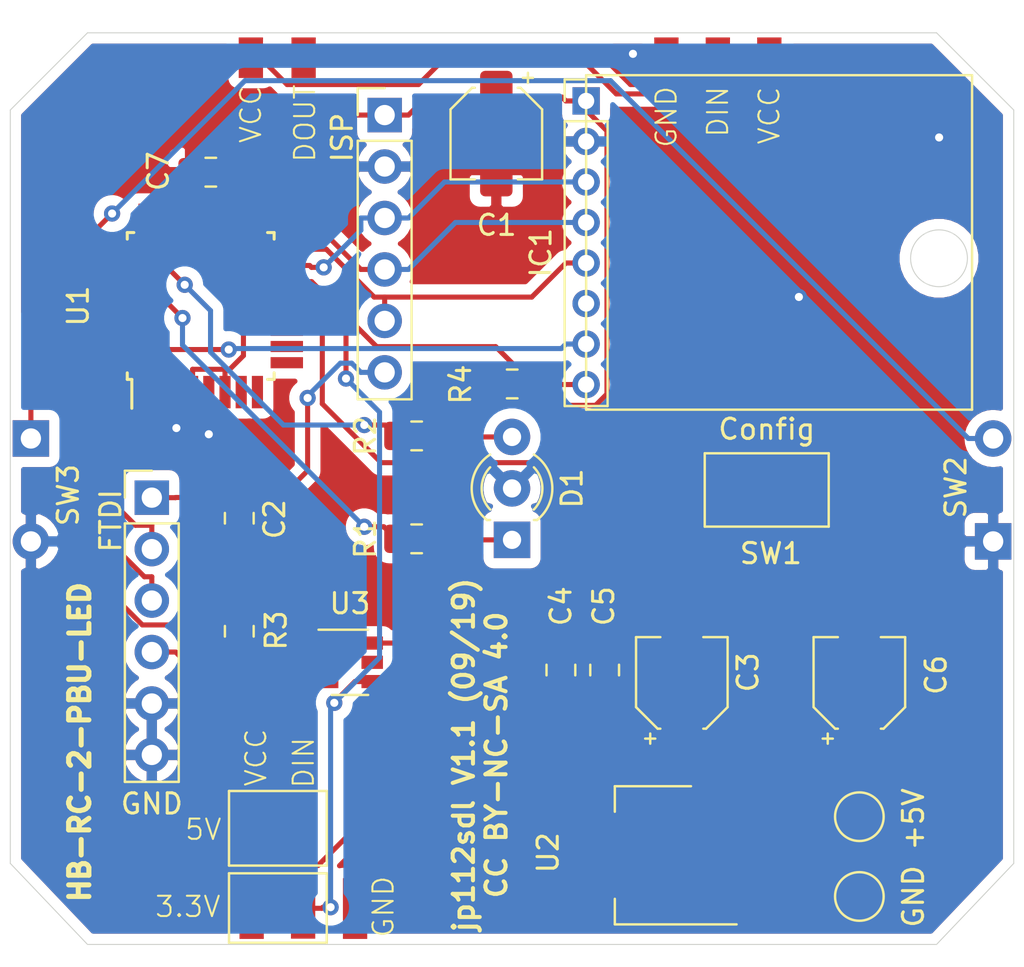
<source format=kicad_pcb>
(kicad_pcb (version 20171130) (host pcbnew "(5.1.4-0-10_14)")

  (general
    (thickness 1.6)
    (drawings 35)
    (tracks 220)
    (zones 0)
    (modules 33)
    (nets 37)
  )

  (page A4)
  (layers
    (0 F.Cu signal)
    (31 B.Cu signal)
    (32 B.Adhes user)
    (33 F.Adhes user)
    (34 B.Paste user hide)
    (35 F.Paste user hide)
    (36 B.SilkS user)
    (37 F.SilkS user)
    (38 B.Mask user hide)
    (39 F.Mask user hide)
    (40 Dwgs.User user)
    (41 Cmts.User user hide)
    (42 Eco1.User user hide)
    (43 Eco2.User user hide)
    (44 Edge.Cuts user)
    (45 Margin user hide)
    (46 B.CrtYd user)
    (47 F.CrtYd user)
    (48 B.Fab user hide)
    (49 F.Fab user)
  )

  (setup
    (last_trace_width 0.25)
    (user_trace_width 0.3)
    (trace_clearance 0.2)
    (zone_clearance 0.508)
    (zone_45_only no)
    (trace_min 0.2)
    (via_size 0.8)
    (via_drill 0.4)
    (via_min_size 0.4)
    (via_min_drill 0.3)
    (uvia_size 0.3)
    (uvia_drill 0.1)
    (uvias_allowed no)
    (uvia_min_size 0.2)
    (uvia_min_drill 0.1)
    (edge_width 0.05)
    (segment_width 0.2)
    (pcb_text_width 0.3)
    (pcb_text_size 1.5 1.5)
    (mod_edge_width 0.12)
    (mod_text_size 1 1)
    (mod_text_width 0.15)
    (pad_size 1.2 3)
    (pad_drill 0)
    (pad_to_mask_clearance 0.051)
    (solder_mask_min_width 0.25)
    (aux_axis_origin 0 0)
    (visible_elements 7FFFF7FF)
    (pcbplotparams
      (layerselection 0x010f0_ffffffff)
      (usegerberextensions false)
      (usegerberattributes false)
      (usegerberadvancedattributes false)
      (creategerberjobfile false)
      (excludeedgelayer true)
      (linewidth 0.100000)
      (plotframeref false)
      (viasonmask false)
      (mode 1)
      (useauxorigin false)
      (hpglpennumber 1)
      (hpglpenspeed 20)
      (hpglpendiameter 15.000000)
      (psnegative false)
      (psa4output false)
      (plotreference true)
      (plotvalue true)
      (plotinvisibletext false)
      (padsonsilk false)
      (subtractmaskfromsilk false)
      (outputformat 1)
      (mirror false)
      (drillshape 0)
      (scaleselection 1)
      (outputdirectory "gerber/"))
  )

  (net 0 "")
  (net 1 GND)
  (net 2 +3V3)
  (net 3 /RESET)
  (net 4 /DTR)
  (net 5 +5V)
  (net 6 "Net-(C7-Pad1)")
  (net 7 "Net-(D1-Pad2)")
  (net 8 "Net-(D1-Pad1)")
  (net 9 "Net-(IC1-Pad8)")
  (net 10 "Net-(IC1-Pad7)")
  (net 11 "Net-(IC1-Pad6)")
  (net 12 /MISO)
  (net 13 /SCK)
  (net 14 /MOSI)
  (net 15 /WS_LED)
  (net 16 "Net-(J4-Pad1)")
  (net 17 /RX)
  (net 18 /TX)
  (net 19 "Net-(R1-Pad1)")
  (net 20 "Net-(R2-Pad1)")
  (net 21 "Net-(SW1-Pad2)")
  (net 22 "Net-(SW3-Pad1)")
  (net 23 "Net-(U1-Pad28)")
  (net 24 "Net-(U1-Pad27)")
  (net 25 "Net-(U1-Pad22)")
  (net 26 "Net-(U1-Pad19)")
  (net 27 "Net-(U1-Pad11)")
  (net 28 "Net-(U1-Pad8)")
  (net 29 "Net-(U1-Pad7)")
  (net 30 "Net-(U1-Pad2)")
  (net 31 "Net-(U1-Pad1)")
  (net 32 "Net-(U1-Pad10)")
  (net 33 "Net-(U1-Pad9)")
  (net 34 "Net-(SW2-Pad2)")
  (net 35 "Net-(J12-Pad1)")
  (net 36 "Net-(J14-Pad1)")

  (net_class Default "Dies ist die voreingestellte Netzklasse."
    (clearance 0.2)
    (trace_width 0.25)
    (via_dia 0.8)
    (via_drill 0.4)
    (uvia_dia 0.3)
    (uvia_drill 0.1)
    (add_net +3V3)
    (add_net +5V)
    (add_net /DTR)
    (add_net /MISO)
    (add_net /MOSI)
    (add_net /RESET)
    (add_net /RX)
    (add_net /SCK)
    (add_net /TX)
    (add_net /WS_LED)
    (add_net GND)
    (add_net "Net-(C7-Pad1)")
    (add_net "Net-(D1-Pad1)")
    (add_net "Net-(D1-Pad2)")
    (add_net "Net-(IC1-Pad6)")
    (add_net "Net-(IC1-Pad7)")
    (add_net "Net-(IC1-Pad8)")
    (add_net "Net-(J12-Pad1)")
    (add_net "Net-(J14-Pad1)")
    (add_net "Net-(J4-Pad1)")
    (add_net "Net-(R1-Pad1)")
    (add_net "Net-(R2-Pad1)")
    (add_net "Net-(SW1-Pad2)")
    (add_net "Net-(SW2-Pad2)")
    (add_net "Net-(SW3-Pad1)")
    (add_net "Net-(U1-Pad1)")
    (add_net "Net-(U1-Pad10)")
    (add_net "Net-(U1-Pad11)")
    (add_net "Net-(U1-Pad19)")
    (add_net "Net-(U1-Pad2)")
    (add_net "Net-(U1-Pad22)")
    (add_net "Net-(U1-Pad27)")
    (add_net "Net-(U1-Pad28)")
    (add_net "Net-(U1-Pad7)")
    (add_net "Net-(U1-Pad8)")
    (add_net "Net-(U1-Pad9)")
  )

  (module Package_TO_SOT_THT:TO-126-2_Vertical (layer F.Cu) (tedit 5D74062F) (tstamp 5D6F36D1)
    (at 125.984 78.105 90)
    (descr "TO-126-2, Vertical, RM 5.08mm, see https://www.diodes.com/assets/Package-Files/TO126.pdf")
    (tags "TO-126-2 Vertical RM 5.08mm")
    (path /5D77E58F)
    (fp_text reference SW2 (at -3.683 0 90) (layer F.SilkS) hide
      (effects (font (size 1 1) (thickness 0.15)))
    )
    (fp_text value SW2 (at 2.667 -1.8415 90) (layer F.SilkS)
      (effects (font (size 1 1) (thickness 0.15)))
    )
    (fp_line (start 6.79 -2.25) (end -1.71 -2.25) (layer F.CrtYd) (width 0.05))
    (fp_line (start 6.79 1.5) (end 6.79 -2.25) (layer F.CrtYd) (width 0.05))
    (fp_line (start -1.71 1.5) (end 6.79 1.5) (layer F.CrtYd) (width 0.05))
    (fp_line (start -1.71 -2.25) (end -1.71 1.5) (layer F.CrtYd) (width 0.05))
    (fp_line (start 6.54 -2) (end -1.46 -2) (layer F.Fab) (width 0.1))
    (fp_line (start 6.54 1.25) (end 6.54 -2) (layer F.Fab) (width 0.1))
    (fp_line (start -1.46 1.25) (end 6.54 1.25) (layer F.Fab) (width 0.1))
    (fp_line (start -1.46 -2) (end -1.46 1.25) (layer F.Fab) (width 0.1))
    (pad 2 thru_hole oval (at 5.08 0 90) (size 1.8 1.8) (drill 1) (layers *.Cu *.Mask)
      (net 34 "Net-(SW2-Pad2)"))
    (pad 1 thru_hole rect (at 0 0 90) (size 1.8 1.8) (drill 1) (layers *.Cu *.Mask)
      (net 1 GND))
  )

  (module Package_TO_SOT_THT:TO-126-2_Vertical (layer F.Cu) (tedit 5D7405E8) (tstamp 5D6F357F)
    (at 78.486 73.025 270)
    (descr "TO-126-2, Vertical, RM 5.08mm, see https://www.diodes.com/assets/Package-Files/TO126.pdf")
    (tags "TO-126-2 Vertical RM 5.08mm")
    (path /5D77F5B1)
    (fp_text reference SW3 (at 8.1915 0 270) (layer F.SilkS) hide
      (effects (font (size 1 1) (thickness 0.15)))
    )
    (fp_text value SW3 (at 2.794 -1.8415 270) (layer F.SilkS)
      (effects (font (size 1 1) (thickness 0.15)))
    )
    (fp_line (start 6.79 -2.25) (end -1.71 -2.25) (layer F.CrtYd) (width 0.05))
    (fp_line (start 6.79 1.5) (end 6.79 -2.25) (layer F.CrtYd) (width 0.05))
    (fp_line (start -1.71 1.5) (end 6.79 1.5) (layer F.CrtYd) (width 0.05))
    (fp_line (start -1.71 -2.25) (end -1.71 1.5) (layer F.CrtYd) (width 0.05))
    (fp_line (start 6.54 -2) (end -1.46 -2) (layer F.Fab) (width 0.1))
    (fp_line (start 6.54 1.25) (end 6.54 -2) (layer F.Fab) (width 0.1))
    (fp_line (start -1.46 1.25) (end 6.54 1.25) (layer F.Fab) (width 0.1))
    (fp_line (start -1.46 -2) (end -1.46 1.25) (layer F.Fab) (width 0.1))
    (pad 2 thru_hole oval (at 5.08 0 270) (size 1.8 1.8) (drill 1) (layers *.Cu *.Mask)
      (net 1 GND))
    (pad 1 thru_hole rect (at 0 0 270) (size 1.8 1.8) (drill 1) (layers *.Cu *.Mask)
      (net 22 "Net-(SW3-Pad1)"))
  )

  (module TestPoint:TestPoint_Pad_D2.0mm (layer F.Cu) (tedit 5D715B1E) (tstamp 5D6EDEF9)
    (at 109.855 54.229)
    (descr "SMD pad as test Point, diameter 2.0mm")
    (tags "test point SMD pad")
    (path /5D708A6C)
    (attr virtual)
    (fp_text reference J16 (at 0 2.54) (layer F.SilkS) hide
      (effects (font (size 1 1) (thickness 0.15)))
    )
    (fp_text value GND (at 0 2.921 90) (layer F.SilkS)
      (effects (font (size 1 1) (thickness 0.1)))
    )
    (fp_text user %R (at 0 -2) (layer F.Fab)
      (effects (font (size 1 1) (thickness 0.15)))
    )
    (pad 1 smd rect (at 0 0) (size 1.2 2) (layers F.Cu F.Mask)
      (net 1 GND))
  )

  (module TestPoint:TestPoint_Pad_D2.0mm (layer F.Cu) (tedit 5D715B12) (tstamp 5D6EDED9)
    (at 112.395 54.229)
    (descr "SMD pad as test Point, diameter 2.0mm")
    (tags "test point SMD pad")
    (path /5D6FA483)
    (attr virtual)
    (fp_text reference J12 (at 0 2.54) (layer F.SilkS) hide
      (effects (font (size 1 1) (thickness 0.15)))
    )
    (fp_text value DIN (at 0 2.667 90) (layer F.SilkS)
      (effects (font (size 1 1) (thickness 0.1)))
    )
    (fp_text user %R (at 0 -2) (layer F.Fab)
      (effects (font (size 1 1) (thickness 0.15)))
    )
    (pad 1 smd rect (at 0 0) (size 1.2 2) (layers F.Cu F.Mask)
      (net 35 "Net-(J12-Pad1)"))
  )

  (module TestPoint:TestPoint_Pad_D2.0mm (layer F.Cu) (tedit 5D715B09) (tstamp 5D79E8A3)
    (at 114.935 54.229)
    (descr "SMD pad as test Point, diameter 2.0mm")
    (tags "test point SMD pad")
    (path /5D7027EC)
    (attr virtual)
    (fp_text reference J15 (at 0 2.54) (layer F.SilkS) hide
      (effects (font (size 1 1) (thickness 0.15)))
    )
    (fp_text value VCC (at 0 2.8575 90) (layer F.SilkS)
      (effects (font (size 1 1) (thickness 0.1)))
    )
    (fp_text user %R (at 0 -2) (layer F.Fab)
      (effects (font (size 1 1) (thickness 0.15)))
    )
    (pad 1 smd rect (at 0 0) (size 1.2 2) (layers F.Cu F.Mask)
      (net 36 "Net-(J14-Pad1)"))
  )

  (module TestPoint:TestPoint_Pad_D2.0mm (layer F.Cu) (tedit 5D715AF3) (tstamp 5D6EE17F)
    (at 89.3445 54.229)
    (descr "SMD pad as test Point, diameter 2.0mm")
    (tags "test point SMD pad")
    (path /5D701F4F)
    (attr virtual)
    (fp_text reference J14 (at 2.286 -0.127) (layer F.SilkS) hide
      (effects (font (size 1 1) (thickness 0.15)))
    )
    (fp_text value VCC (at 0 2.794 90) (layer F.SilkS)
      (effects (font (size 1 1) (thickness 0.1)))
    )
    (fp_text user %R (at 0 -2) (layer F.Fab)
      (effects (font (size 1 1) (thickness 0.15)))
    )
    (pad 1 smd rect (at 0 0) (size 1.2 2) (layers F.Cu F.Mask)
      (net 36 "Net-(J14-Pad1)"))
  )

  (module TestPoint:TestPoint_Pad_D2.0mm (layer F.Cu) (tedit 5D715AE9) (tstamp 5D79E1CF)
    (at 91.948 54.229)
    (descr "SMD pad as test Point, diameter 2.0mm")
    (tags "test point SMD pad")
    (path /5D6FADA5)
    (attr virtual)
    (fp_text reference J13 (at -2.261 0) (layer F.SilkS) hide
      (effects (font (size 1 1) (thickness 0.15)))
    )
    (fp_text value DOUT (at 0.0635 3.2385 90) (layer F.SilkS)
      (effects (font (size 1 1) (thickness 0.1)))
    )
    (fp_text user %R (at 0 -2) (layer F.Fab)
      (effects (font (size 1 1) (thickness 0.15)))
    )
    (pad 1 smd rect (at 0 0) (size 1.2 2) (layers F.Cu F.Mask)
      (net 35 "Net-(J12-Pad1)"))
  )

  (module TestPoint:TestPoint_Pad_D2.0mm (layer F.Cu) (tedit 5D715AD3) (tstamp 5D7157B2)
    (at 94.488 96.2279)
    (descr "SMD pad as test Point, diameter 2.0mm")
    (tags "test point SMD pad")
    (path /5D72B42D)
    (attr virtual)
    (fp_text reference J9 (at 2.032 -1.905) (layer F.SilkS) hide
      (effects (font (size 1 1) (thickness 0.15)))
    )
    (fp_text value "WS_LED GND" (at 0 2.05) (layer F.Fab)
      (effects (font (size 1 1) (thickness 0.15)))
    )
    (fp_text user %R (at 0 -2) (layer F.Fab)
      (effects (font (size 1 1) (thickness 0.15)))
    )
    (pad 1 smd rect (at 0 0) (size 1.2 3) (layers F.Cu F.Mask)
      (net 1 GND))
  )

  (module TestPoint:TestPoint_Pad_D2.0mm (layer F.Cu) (tedit 5D715AC7) (tstamp 5D715D65)
    (at 89.3826 96.2279)
    (descr "SMD pad as test Point, diameter 2.0mm")
    (tags "test point SMD pad")
    (path /5D73AB2A)
    (attr virtual)
    (fp_text reference J10 (at 2.3495 -1.7272) (layer F.SilkS) hide
      (effects (font (size 1 1) (thickness 0.15)))
    )
    (fp_text value "3V3 PAD" (at 0 2.05) (layer F.Fab)
      (effects (font (size 1 1) (thickness 0.15)))
    )
    (fp_text user %R (at 0 -2) (layer F.Fab) hide
      (effects (font (size 1 1) (thickness 0.15)))
    )
    (pad 1 smd rect (at 0 0) (size 1.2 3) (layers F.Cu F.Mask)
      (net 2 +3V3))
  )

  (module TestPoint:TestPoint_Pad_D2.0mm (layer F.Cu) (tedit 5D7528C8) (tstamp 5D715788)
    (at 91.9226 96.2152)
    (descr "SMD pad as test Point, diameter 2.0mm")
    (tags "test point SMD pad")
    (path /5D7001A4)
    (attr virtual)
    (fp_text reference J1 (at 1.8288 -1.7399) (layer F.SilkS) hide
      (effects (font (size 1 1) (thickness 0.15)))
    )
    (fp_text value "WS2812B LED 3V3 Lvl" (at 0 2.05) (layer F.Fab)
      (effects (font (size 1 1) (thickness 0.15)))
    )
    (fp_text user %R (at 0 -2) (layer F.Fab) hide
      (effects (font (size 1 1) (thickness 0.15)))
    )
    (pad 1 smd rect (at 0 0) (size 1.2 3) (layers F.Cu F.Mask)
      (net 15 /WS_LED))
  )

  (module TestPoint:TestPoint_Pad_D2.0mm (layer F.Cu) (tedit 5D715AA9) (tstamp 5D71579D)
    (at 91.9226 92.2782)
    (descr "SMD pad as test Point, diameter 2.0mm")
    (tags "test point SMD pad")
    (path /5D8AC6FF)
    (attr virtual)
    (fp_text reference J4 (at 1.6891 -1.8034) (layer F.SilkS) hide
      (effects (font (size 1 1) (thickness 0.15)))
    )
    (fp_text value "WS2812B LED 5V Lvl" (at 0 2.05) (layer F.Fab)
      (effects (font (size 1 1) (thickness 0.15)))
    )
    (fp_text user %R (at 0 -2) (layer F.Fab)
      (effects (font (size 1 1) (thickness 0.15)))
    )
    (pad 1 smd rect (at 0 0) (size 1.2 3) (layers F.Cu F.Mask)
      (net 16 "Net-(J4-Pad1)"))
  )

  (module TestPoint:TestPoint_Pad_D2.0mm (layer F.Cu) (tedit 5D715A91) (tstamp 5D715D7A)
    (at 89.5096 92.202)
    (descr "SMD pad as test Point, diameter 2.0mm")
    (tags "test point SMD pad")
    (path /5D73BA8C)
    (attr virtual)
    (fp_text reference J11 (at 2.3876 -1.7018) (layer F.SilkS) hide
      (effects (font (size 1 1) (thickness 0.15)))
    )
    (fp_text value "5V PAD" (at 0 2.05) (layer F.Fab)
      (effects (font (size 1 1) (thickness 0.15)))
    )
    (fp_text user %R (at 0 -2) (layer F.Fab)
      (effects (font (size 1 1) (thickness 0.15)))
    )
    (pad 1 smd rect (at 0 0) (size 1.2 3) (layers F.Cu F.Mask)
      (net 5 +5V))
  )

  (module Connector_PinHeader_2.54mm:PinHeader_1x06_P2.54mm_Vertical (layer F.Cu) (tedit 59FED5CC) (tstamp 5D6F9E32)
    (at 95.9485 57.0611)
    (descr "Through hole straight pin header, 1x06, 2.54mm pitch, single row")
    (tags "Through hole pin header THT 1x06 2.54mm single row")
    (path /5D8045CC)
    (fp_text reference J5 (at -2.5908 -0.3683 90) (layer F.SilkS) hide
      (effects (font (size 1 1) (thickness 0.15)))
    )
    (fp_text value ISP (at 0 15.03) (layer F.Fab)
      (effects (font (size 1 1) (thickness 0.15)))
    )
    (fp_text user %R (at 0 6.35 90) (layer F.Fab)
      (effects (font (size 1 1) (thickness 0.15)))
    )
    (fp_line (start 1.8 -1.8) (end -1.8 -1.8) (layer F.CrtYd) (width 0.05))
    (fp_line (start 1.8 14.5) (end 1.8 -1.8) (layer F.CrtYd) (width 0.05))
    (fp_line (start -1.8 14.5) (end 1.8 14.5) (layer F.CrtYd) (width 0.05))
    (fp_line (start -1.8 -1.8) (end -1.8 14.5) (layer F.CrtYd) (width 0.05))
    (fp_line (start -1.33 -1.33) (end 0 -1.33) (layer F.SilkS) (width 0.12))
    (fp_line (start -1.33 0) (end -1.33 -1.33) (layer F.SilkS) (width 0.12))
    (fp_line (start -1.33 1.27) (end 1.33 1.27) (layer F.SilkS) (width 0.12))
    (fp_line (start 1.33 1.27) (end 1.33 14.03) (layer F.SilkS) (width 0.12))
    (fp_line (start -1.33 1.27) (end -1.33 14.03) (layer F.SilkS) (width 0.12))
    (fp_line (start -1.33 14.03) (end 1.33 14.03) (layer F.SilkS) (width 0.12))
    (fp_line (start -1.27 -0.635) (end -0.635 -1.27) (layer F.Fab) (width 0.1))
    (fp_line (start -1.27 13.97) (end -1.27 -0.635) (layer F.Fab) (width 0.1))
    (fp_line (start 1.27 13.97) (end -1.27 13.97) (layer F.Fab) (width 0.1))
    (fp_line (start 1.27 -1.27) (end 1.27 13.97) (layer F.Fab) (width 0.1))
    (fp_line (start -0.635 -1.27) (end 1.27 -1.27) (layer F.Fab) (width 0.1))
    (pad 6 thru_hole oval (at 0 12.7) (size 1.7 1.7) (drill 1) (layers *.Cu *.Mask)
      (net 3 /RESET))
    (pad 5 thru_hole oval (at 0 10.16) (size 1.7 1.7) (drill 1) (layers *.Cu *.Mask)
      (net 12 /MISO))
    (pad 4 thru_hole oval (at 0 7.62) (size 1.7 1.7) (drill 1) (layers *.Cu *.Mask)
      (net 13 /SCK))
    (pad 3 thru_hole oval (at 0 5.08) (size 1.7 1.7) (drill 1) (layers *.Cu *.Mask)
      (net 14 /MOSI))
    (pad 2 thru_hole oval (at 0 2.54) (size 1.7 1.7) (drill 1) (layers *.Cu *.Mask)
      (net 1 GND))
    (pad 1 thru_hole rect (at 0 0) (size 1.7 1.7) (drill 1) (layers *.Cu *.Mask)
      (net 2 +3V3))
  )

  (module Capacitor_SMD:CP_Elec_4x5.4 (layer F.Cu) (tedit 5BCA39CF) (tstamp 5D6ECF27)
    (at 119.38 85.09 90)
    (descr "SMD capacitor, aluminum electrolytic, Panasonic A5 / Nichicon, 4.0x5.4mm")
    (tags "capacitor electrolytic")
    (path /5D842486)
    (attr smd)
    (fp_text reference C6 (at 0.3937 3.7846 90) (layer F.SilkS)
      (effects (font (size 1 1) (thickness 0.15)))
    )
    (fp_text value 10µ (at 0 3.2 90) (layer F.Fab)
      (effects (font (size 1 1) (thickness 0.15)))
    )
    (fp_text user %R (at 0 0 90) (layer F.Fab)
      (effects (font (size 0.8 0.8) (thickness 0.12)))
    )
    (fp_line (start -3.35 1.05) (end -2.4 1.05) (layer F.CrtYd) (width 0.05))
    (fp_line (start -3.35 -1.05) (end -3.35 1.05) (layer F.CrtYd) (width 0.05))
    (fp_line (start -2.4 -1.05) (end -3.35 -1.05) (layer F.CrtYd) (width 0.05))
    (fp_line (start -2.4 1.05) (end -2.4 1.25) (layer F.CrtYd) (width 0.05))
    (fp_line (start -2.4 -1.25) (end -2.4 -1.05) (layer F.CrtYd) (width 0.05))
    (fp_line (start -2.4 -1.25) (end -1.25 -2.4) (layer F.CrtYd) (width 0.05))
    (fp_line (start -2.4 1.25) (end -1.25 2.4) (layer F.CrtYd) (width 0.05))
    (fp_line (start -1.25 -2.4) (end 2.4 -2.4) (layer F.CrtYd) (width 0.05))
    (fp_line (start -1.25 2.4) (end 2.4 2.4) (layer F.CrtYd) (width 0.05))
    (fp_line (start 2.4 1.05) (end 2.4 2.4) (layer F.CrtYd) (width 0.05))
    (fp_line (start 3.35 1.05) (end 2.4 1.05) (layer F.CrtYd) (width 0.05))
    (fp_line (start 3.35 -1.05) (end 3.35 1.05) (layer F.CrtYd) (width 0.05))
    (fp_line (start 2.4 -1.05) (end 3.35 -1.05) (layer F.CrtYd) (width 0.05))
    (fp_line (start 2.4 -2.4) (end 2.4 -1.05) (layer F.CrtYd) (width 0.05))
    (fp_line (start -2.75 -1.81) (end -2.75 -1.31) (layer F.SilkS) (width 0.12))
    (fp_line (start -3 -1.56) (end -2.5 -1.56) (layer F.SilkS) (width 0.12))
    (fp_line (start -2.26 1.195563) (end -1.195563 2.26) (layer F.SilkS) (width 0.12))
    (fp_line (start -2.26 -1.195563) (end -1.195563 -2.26) (layer F.SilkS) (width 0.12))
    (fp_line (start -2.26 -1.195563) (end -2.26 -1.06) (layer F.SilkS) (width 0.12))
    (fp_line (start -2.26 1.195563) (end -2.26 1.06) (layer F.SilkS) (width 0.12))
    (fp_line (start -1.195563 2.26) (end 2.26 2.26) (layer F.SilkS) (width 0.12))
    (fp_line (start -1.195563 -2.26) (end 2.26 -2.26) (layer F.SilkS) (width 0.12))
    (fp_line (start 2.26 -2.26) (end 2.26 -1.06) (layer F.SilkS) (width 0.12))
    (fp_line (start 2.26 2.26) (end 2.26 1.06) (layer F.SilkS) (width 0.12))
    (fp_line (start -1.374773 -1.2) (end -1.374773 -0.8) (layer F.Fab) (width 0.1))
    (fp_line (start -1.574773 -1) (end -1.174773 -1) (layer F.Fab) (width 0.1))
    (fp_line (start -2.15 1.15) (end -1.15 2.15) (layer F.Fab) (width 0.1))
    (fp_line (start -2.15 -1.15) (end -1.15 -2.15) (layer F.Fab) (width 0.1))
    (fp_line (start -2.15 -1.15) (end -2.15 1.15) (layer F.Fab) (width 0.1))
    (fp_line (start -1.15 2.15) (end 2.15 2.15) (layer F.Fab) (width 0.1))
    (fp_line (start -1.15 -2.15) (end 2.15 -2.15) (layer F.Fab) (width 0.1))
    (fp_line (start 2.15 -2.15) (end 2.15 2.15) (layer F.Fab) (width 0.1))
    (fp_circle (center 0 0) (end 2 0) (layer F.Fab) (width 0.1))
    (pad 2 smd roundrect (at 1.8 0 90) (size 2.6 1.6) (layers F.Cu F.Paste F.Mask) (roundrect_rratio 0.15625)
      (net 1 GND))
    (pad 1 smd roundrect (at -1.8 0 90) (size 2.6 1.6) (layers F.Cu F.Paste F.Mask) (roundrect_rratio 0.15625)
      (net 5 +5V))
    (model ${KISYS3DMOD}/Capacitor_SMD.3dshapes/CP_Elec_4x5.4.wrl
      (at (xyz 0 0 0))
      (scale (xyz 1 1 1))
      (rotate (xyz 0 0 0))
    )
  )

  (module Capacitor_SMD:CP_Elec_4x5.4 (layer F.Cu) (tedit 5BCA39CF) (tstamp 5D6ECA14)
    (at 110.617 85.09 90)
    (descr "SMD capacitor, aluminum electrolytic, Panasonic A5 / Nichicon, 4.0x5.4mm")
    (tags "capacitor electrolytic")
    (path /5D8005FA)
    (attr smd)
    (fp_text reference C3 (at 0.5207 3.2639 90) (layer F.SilkS)
      (effects (font (size 1 1) (thickness 0.15)))
    )
    (fp_text value 10µ (at 0 3.2 90) (layer F.Fab)
      (effects (font (size 1 1) (thickness 0.15)))
    )
    (fp_text user %R (at 0 0 90) (layer F.Fab)
      (effects (font (size 0.8 0.8) (thickness 0.12)))
    )
    (fp_line (start -3.35 1.05) (end -2.4 1.05) (layer F.CrtYd) (width 0.05))
    (fp_line (start -3.35 -1.05) (end -3.35 1.05) (layer F.CrtYd) (width 0.05))
    (fp_line (start -2.4 -1.05) (end -3.35 -1.05) (layer F.CrtYd) (width 0.05))
    (fp_line (start -2.4 1.05) (end -2.4 1.25) (layer F.CrtYd) (width 0.05))
    (fp_line (start -2.4 -1.25) (end -2.4 -1.05) (layer F.CrtYd) (width 0.05))
    (fp_line (start -2.4 -1.25) (end -1.25 -2.4) (layer F.CrtYd) (width 0.05))
    (fp_line (start -2.4 1.25) (end -1.25 2.4) (layer F.CrtYd) (width 0.05))
    (fp_line (start -1.25 -2.4) (end 2.4 -2.4) (layer F.CrtYd) (width 0.05))
    (fp_line (start -1.25 2.4) (end 2.4 2.4) (layer F.CrtYd) (width 0.05))
    (fp_line (start 2.4 1.05) (end 2.4 2.4) (layer F.CrtYd) (width 0.05))
    (fp_line (start 3.35 1.05) (end 2.4 1.05) (layer F.CrtYd) (width 0.05))
    (fp_line (start 3.35 -1.05) (end 3.35 1.05) (layer F.CrtYd) (width 0.05))
    (fp_line (start 2.4 -1.05) (end 3.35 -1.05) (layer F.CrtYd) (width 0.05))
    (fp_line (start 2.4 -2.4) (end 2.4 -1.05) (layer F.CrtYd) (width 0.05))
    (fp_line (start -2.75 -1.81) (end -2.75 -1.31) (layer F.SilkS) (width 0.12))
    (fp_line (start -3 -1.56) (end -2.5 -1.56) (layer F.SilkS) (width 0.12))
    (fp_line (start -2.26 1.195563) (end -1.195563 2.26) (layer F.SilkS) (width 0.12))
    (fp_line (start -2.26 -1.195563) (end -1.195563 -2.26) (layer F.SilkS) (width 0.12))
    (fp_line (start -2.26 -1.195563) (end -2.26 -1.06) (layer F.SilkS) (width 0.12))
    (fp_line (start -2.26 1.195563) (end -2.26 1.06) (layer F.SilkS) (width 0.12))
    (fp_line (start -1.195563 2.26) (end 2.26 2.26) (layer F.SilkS) (width 0.12))
    (fp_line (start -1.195563 -2.26) (end 2.26 -2.26) (layer F.SilkS) (width 0.12))
    (fp_line (start 2.26 -2.26) (end 2.26 -1.06) (layer F.SilkS) (width 0.12))
    (fp_line (start 2.26 2.26) (end 2.26 1.06) (layer F.SilkS) (width 0.12))
    (fp_line (start -1.374773 -1.2) (end -1.374773 -0.8) (layer F.Fab) (width 0.1))
    (fp_line (start -1.574773 -1) (end -1.174773 -1) (layer F.Fab) (width 0.1))
    (fp_line (start -2.15 1.15) (end -1.15 2.15) (layer F.Fab) (width 0.1))
    (fp_line (start -2.15 -1.15) (end -1.15 -2.15) (layer F.Fab) (width 0.1))
    (fp_line (start -2.15 -1.15) (end -2.15 1.15) (layer F.Fab) (width 0.1))
    (fp_line (start -1.15 2.15) (end 2.15 2.15) (layer F.Fab) (width 0.1))
    (fp_line (start -1.15 -2.15) (end 2.15 -2.15) (layer F.Fab) (width 0.1))
    (fp_line (start 2.15 -2.15) (end 2.15 2.15) (layer F.Fab) (width 0.1))
    (fp_circle (center 0 0) (end 2 0) (layer F.Fab) (width 0.1))
    (pad 2 smd roundrect (at 1.8 0 90) (size 2.6 1.6) (layers F.Cu F.Paste F.Mask) (roundrect_rratio 0.15625)
      (net 1 GND))
    (pad 1 smd roundrect (at -1.8 0 90) (size 2.6 1.6) (layers F.Cu F.Paste F.Mask) (roundrect_rratio 0.15625)
      (net 2 +3V3))
    (model ${KISYS3DMOD}/Capacitor_SMD.3dshapes/CP_Elec_4x5.4.wrl
      (at (xyz 0 0 0))
      (scale (xyz 1 1 1))
      (rotate (xyz 0 0 0))
    )
  )

  (module Capacitor_SMD:CP_Elec_4x5.3 (layer F.Cu) (tedit 5BCA39CF) (tstamp 5D6ED011)
    (at 101.46 57.9755 270)
    (descr "SMD capacitor, aluminum electrolytic, Vishay, 4.0x5.3mm")
    (tags "capacitor electrolytic")
    (path /5D6DF376)
    (attr smd)
    (fp_text reference C1 (at 4.5212 -0.0127 180) (layer F.SilkS)
      (effects (font (size 1 1) (thickness 0.15)))
    )
    (fp_text value 1µ (at 0 3.2 90) (layer F.Fab)
      (effects (font (size 1 1) (thickness 0.15)))
    )
    (fp_text user %R (at 0 0 90) (layer F.Fab)
      (effects (font (size 0.8 0.8) (thickness 0.12)))
    )
    (fp_line (start -3.35 1.05) (end -2.4 1.05) (layer F.CrtYd) (width 0.05))
    (fp_line (start -3.35 -1.05) (end -3.35 1.05) (layer F.CrtYd) (width 0.05))
    (fp_line (start -2.4 -1.05) (end -3.35 -1.05) (layer F.CrtYd) (width 0.05))
    (fp_line (start -2.4 1.05) (end -2.4 1.25) (layer F.CrtYd) (width 0.05))
    (fp_line (start -2.4 -1.25) (end -2.4 -1.05) (layer F.CrtYd) (width 0.05))
    (fp_line (start -2.4 -1.25) (end -1.25 -2.4) (layer F.CrtYd) (width 0.05))
    (fp_line (start -2.4 1.25) (end -1.25 2.4) (layer F.CrtYd) (width 0.05))
    (fp_line (start -1.25 -2.4) (end 2.4 -2.4) (layer F.CrtYd) (width 0.05))
    (fp_line (start -1.25 2.4) (end 2.4 2.4) (layer F.CrtYd) (width 0.05))
    (fp_line (start 2.4 1.05) (end 2.4 2.4) (layer F.CrtYd) (width 0.05))
    (fp_line (start 3.35 1.05) (end 2.4 1.05) (layer F.CrtYd) (width 0.05))
    (fp_line (start 3.35 -1.05) (end 3.35 1.05) (layer F.CrtYd) (width 0.05))
    (fp_line (start 2.4 -1.05) (end 3.35 -1.05) (layer F.CrtYd) (width 0.05))
    (fp_line (start 2.4 -2.4) (end 2.4 -1.05) (layer F.CrtYd) (width 0.05))
    (fp_line (start -2.75 -1.81) (end -2.75 -1.31) (layer F.SilkS) (width 0.12))
    (fp_line (start -3 -1.56) (end -2.5 -1.56) (layer F.SilkS) (width 0.12))
    (fp_line (start -2.26 1.195563) (end -1.195563 2.26) (layer F.SilkS) (width 0.12))
    (fp_line (start -2.26 -1.195563) (end -1.195563 -2.26) (layer F.SilkS) (width 0.12))
    (fp_line (start -2.26 -1.195563) (end -2.26 -1.06) (layer F.SilkS) (width 0.12))
    (fp_line (start -2.26 1.195563) (end -2.26 1.06) (layer F.SilkS) (width 0.12))
    (fp_line (start -1.195563 2.26) (end 2.26 2.26) (layer F.SilkS) (width 0.12))
    (fp_line (start -1.195563 -2.26) (end 2.26 -2.26) (layer F.SilkS) (width 0.12))
    (fp_line (start 2.26 -2.26) (end 2.26 -1.06) (layer F.SilkS) (width 0.12))
    (fp_line (start 2.26 2.26) (end 2.26 1.06) (layer F.SilkS) (width 0.12))
    (fp_line (start -1.374773 -1.2) (end -1.374773 -0.8) (layer F.Fab) (width 0.1))
    (fp_line (start -1.574773 -1) (end -1.174773 -1) (layer F.Fab) (width 0.1))
    (fp_line (start -2.15 1.15) (end -1.15 2.15) (layer F.Fab) (width 0.1))
    (fp_line (start -2.15 -1.15) (end -1.15 -2.15) (layer F.Fab) (width 0.1))
    (fp_line (start -2.15 -1.15) (end -2.15 1.15) (layer F.Fab) (width 0.1))
    (fp_line (start -1.15 2.15) (end 2.15 2.15) (layer F.Fab) (width 0.1))
    (fp_line (start -1.15 -2.15) (end 2.15 -2.15) (layer F.Fab) (width 0.1))
    (fp_line (start 2.15 -2.15) (end 2.15 2.15) (layer F.Fab) (width 0.1))
    (fp_circle (center 0 0) (end 2 0) (layer F.Fab) (width 0.1))
    (pad 2 smd roundrect (at 1.8 0 270) (size 2.6 1.6) (layers F.Cu F.Paste F.Mask) (roundrect_rratio 0.15625)
      (net 1 GND))
    (pad 1 smd roundrect (at -1.8 0 270) (size 2.6 1.6) (layers F.Cu F.Paste F.Mask) (roundrect_rratio 0.15625)
      (net 2 +3V3))
    (model ${KISYS3DMOD}/Capacitor_SMD.3dshapes/CP_Elec_4x5.3.wrl
      (at (xyz 0 0 0))
      (scale (xyz 1 1 1))
      (rotate (xyz 0 0 0))
    )
  )

  (module Resistor_SMD:R_0805_2012Metric_Pad1.15x1.40mm_HandSolder (layer F.Cu) (tedit 5B36C52B) (tstamp 5D6EE6EB)
    (at 102.244 70.3326)
    (descr "Resistor SMD 0805 (2012 Metric), square (rectangular) end terminal, IPC_7351 nominal with elongated pad for handsoldering. (Body size source: https://docs.google.com/spreadsheets/d/1BsfQQcO9C6DZCsRaXUlFlo91Tg2WpOkGARC1WS5S8t0/edit?usp=sharing), generated with kicad-footprint-generator")
    (tags "resistor handsolder")
    (path /5D70054D)
    (attr smd)
    (fp_text reference R4 (at -2.549 0.0254 90) (layer F.SilkS)
      (effects (font (size 1 1) (thickness 0.15)))
    )
    (fp_text value 10k (at 0 1.65) (layer F.Fab)
      (effects (font (size 1 1) (thickness 0.15)))
    )
    (fp_text user %R (at 0 0) (layer F.Fab)
      (effects (font (size 0.5 0.5) (thickness 0.08)))
    )
    (fp_line (start 1.85 0.95) (end -1.85 0.95) (layer F.CrtYd) (width 0.05))
    (fp_line (start 1.85 -0.95) (end 1.85 0.95) (layer F.CrtYd) (width 0.05))
    (fp_line (start -1.85 -0.95) (end 1.85 -0.95) (layer F.CrtYd) (width 0.05))
    (fp_line (start -1.85 0.95) (end -1.85 -0.95) (layer F.CrtYd) (width 0.05))
    (fp_line (start -0.261252 0.71) (end 0.261252 0.71) (layer F.SilkS) (width 0.12))
    (fp_line (start -0.261252 -0.71) (end 0.261252 -0.71) (layer F.SilkS) (width 0.12))
    (fp_line (start 1 0.6) (end -1 0.6) (layer F.Fab) (width 0.1))
    (fp_line (start 1 -0.6) (end 1 0.6) (layer F.Fab) (width 0.1))
    (fp_line (start -1 -0.6) (end 1 -0.6) (layer F.Fab) (width 0.1))
    (fp_line (start -1 0.6) (end -1 -0.6) (layer F.Fab) (width 0.1))
    (pad 2 smd roundrect (at 1.025 0) (size 1.15 1.4) (layers F.Cu F.Paste F.Mask) (roundrect_rratio 0.217391)
      (net 9 "Net-(IC1-Pad8)"))
    (pad 1 smd roundrect (at -1.025 0) (size 1.15 1.4) (layers F.Cu F.Paste F.Mask) (roundrect_rratio 0.217391)
      (net 2 +3V3))
    (model ${KISYS3DMOD}/Resistor_SMD.3dshapes/R_0805_2012Metric.wrl
      (at (xyz 0 0 0))
      (scale (xyz 1 1 1))
      (rotate (xyz 0 0 0))
    )
  )

  (module Resistor_SMD:R_0805_2012Metric_Pad1.15x1.40mm_HandSolder (layer F.Cu) (tedit 5B36C52B) (tstamp 5D6FA445)
    (at 88.773 82.541 90)
    (descr "Resistor SMD 0805 (2012 Metric), square (rectangular) end terminal, IPC_7351 nominal with elongated pad for handsoldering. (Body size source: https://docs.google.com/spreadsheets/d/1BsfQQcO9C6DZCsRaXUlFlo91Tg2WpOkGARC1WS5S8t0/edit?usp=sharing), generated with kicad-footprint-generator")
    (tags "resistor handsolder")
    (path /5D70D433)
    (attr smd)
    (fp_text reference R3 (at 0.0418 1.8161 90) (layer F.SilkS)
      (effects (font (size 1 1) (thickness 0.15)))
    )
    (fp_text value 10k (at 0 1.65 90) (layer F.Fab)
      (effects (font (size 1 1) (thickness 0.15)))
    )
    (fp_text user %R (at 0 0 90) (layer F.Fab)
      (effects (font (size 0.5 0.5) (thickness 0.08)))
    )
    (fp_line (start 1.85 0.95) (end -1.85 0.95) (layer F.CrtYd) (width 0.05))
    (fp_line (start 1.85 -0.95) (end 1.85 0.95) (layer F.CrtYd) (width 0.05))
    (fp_line (start -1.85 -0.95) (end 1.85 -0.95) (layer F.CrtYd) (width 0.05))
    (fp_line (start -1.85 0.95) (end -1.85 -0.95) (layer F.CrtYd) (width 0.05))
    (fp_line (start -0.261252 0.71) (end 0.261252 0.71) (layer F.SilkS) (width 0.12))
    (fp_line (start -0.261252 -0.71) (end 0.261252 -0.71) (layer F.SilkS) (width 0.12))
    (fp_line (start 1 0.6) (end -1 0.6) (layer F.Fab) (width 0.1))
    (fp_line (start 1 -0.6) (end 1 0.6) (layer F.Fab) (width 0.1))
    (fp_line (start -1 -0.6) (end 1 -0.6) (layer F.Fab) (width 0.1))
    (fp_line (start -1 0.6) (end -1 -0.6) (layer F.Fab) (width 0.1))
    (pad 2 smd roundrect (at 1.025 0 90) (size 1.15 1.4) (layers F.Cu F.Paste F.Mask) (roundrect_rratio 0.217391)
      (net 3 /RESET))
    (pad 1 smd roundrect (at -1.025 0 90) (size 1.15 1.4) (layers F.Cu F.Paste F.Mask) (roundrect_rratio 0.217391)
      (net 2 +3V3))
    (model ${KISYS3DMOD}/Resistor_SMD.3dshapes/R_0805_2012Metric.wrl
      (at (xyz 0 0 0))
      (scale (xyz 1 1 1))
      (rotate (xyz 0 0 0))
    )
  )

  (module Resistor_SMD:R_0805_2012Metric_Pad1.15x1.40mm_HandSolder (layer F.Cu) (tedit 5B36C52B) (tstamp 5D6ECDEA)
    (at 97.527 72.898)
    (descr "Resistor SMD 0805 (2012 Metric), square (rectangular) end terminal, IPC_7351 nominal with elongated pad for handsoldering. (Body size source: https://docs.google.com/spreadsheets/d/1BsfQQcO9C6DZCsRaXUlFlo91Tg2WpOkGARC1WS5S8t0/edit?usp=sharing), generated with kicad-footprint-generator")
    (tags "resistor handsolder")
    (path /5D6E75CA)
    (attr smd)
    (fp_text reference R2 (at -2.531 0 90) (layer F.SilkS)
      (effects (font (size 1 1) (thickness 0.15)))
    )
    (fp_text value 330 (at 0 1.65) (layer F.Fab)
      (effects (font (size 1 1) (thickness 0.15)))
    )
    (fp_text user %R (at 0 0) (layer F.Fab)
      (effects (font (size 0.5 0.5) (thickness 0.08)))
    )
    (fp_line (start 1.85 0.95) (end -1.85 0.95) (layer F.CrtYd) (width 0.05))
    (fp_line (start 1.85 -0.95) (end 1.85 0.95) (layer F.CrtYd) (width 0.05))
    (fp_line (start -1.85 -0.95) (end 1.85 -0.95) (layer F.CrtYd) (width 0.05))
    (fp_line (start -1.85 0.95) (end -1.85 -0.95) (layer F.CrtYd) (width 0.05))
    (fp_line (start -0.261252 0.71) (end 0.261252 0.71) (layer F.SilkS) (width 0.12))
    (fp_line (start -0.261252 -0.71) (end 0.261252 -0.71) (layer F.SilkS) (width 0.12))
    (fp_line (start 1 0.6) (end -1 0.6) (layer F.Fab) (width 0.1))
    (fp_line (start 1 -0.6) (end 1 0.6) (layer F.Fab) (width 0.1))
    (fp_line (start -1 -0.6) (end 1 -0.6) (layer F.Fab) (width 0.1))
    (fp_line (start -1 0.6) (end -1 -0.6) (layer F.Fab) (width 0.1))
    (pad 2 smd roundrect (at 1.025 0) (size 1.15 1.4) (layers F.Cu F.Paste F.Mask) (roundrect_rratio 0.217391)
      (net 7 "Net-(D1-Pad2)"))
    (pad 1 smd roundrect (at -1.025 0) (size 1.15 1.4) (layers F.Cu F.Paste F.Mask) (roundrect_rratio 0.217391)
      (net 20 "Net-(R2-Pad1)"))
    (model ${KISYS3DMOD}/Resistor_SMD.3dshapes/R_0805_2012Metric.wrl
      (at (xyz 0 0 0))
      (scale (xyz 1 1 1))
      (rotate (xyz 0 0 0))
    )
  )

  (module Resistor_SMD:R_0805_2012Metric_Pad1.15x1.40mm_HandSolder (layer F.Cu) (tedit 5B36C52B) (tstamp 5D6ECE1A)
    (at 97.527 77.978)
    (descr "Resistor SMD 0805 (2012 Metric), square (rectangular) end terminal, IPC_7351 nominal with elongated pad for handsoldering. (Body size source: https://docs.google.com/spreadsheets/d/1BsfQQcO9C6DZCsRaXUlFlo91Tg2WpOkGARC1WS5S8t0/edit?usp=sharing), generated with kicad-footprint-generator")
    (tags "resistor handsolder")
    (path /5D6E6EE2)
    (attr smd)
    (fp_text reference R1 (at -2.531 0 90) (layer F.SilkS)
      (effects (font (size 1 1) (thickness 0.15)))
    )
    (fp_text value 330 (at 0 1.65) (layer F.Fab)
      (effects (font (size 1 1) (thickness 0.15)))
    )
    (fp_text user %R (at 0 0) (layer F.Fab)
      (effects (font (size 0.5 0.5) (thickness 0.08)))
    )
    (fp_line (start 1.85 0.95) (end -1.85 0.95) (layer F.CrtYd) (width 0.05))
    (fp_line (start 1.85 -0.95) (end 1.85 0.95) (layer F.CrtYd) (width 0.05))
    (fp_line (start -1.85 -0.95) (end 1.85 -0.95) (layer F.CrtYd) (width 0.05))
    (fp_line (start -1.85 0.95) (end -1.85 -0.95) (layer F.CrtYd) (width 0.05))
    (fp_line (start -0.261252 0.71) (end 0.261252 0.71) (layer F.SilkS) (width 0.12))
    (fp_line (start -0.261252 -0.71) (end 0.261252 -0.71) (layer F.SilkS) (width 0.12))
    (fp_line (start 1 0.6) (end -1 0.6) (layer F.Fab) (width 0.1))
    (fp_line (start 1 -0.6) (end 1 0.6) (layer F.Fab) (width 0.1))
    (fp_line (start -1 -0.6) (end 1 -0.6) (layer F.Fab) (width 0.1))
    (fp_line (start -1 0.6) (end -1 -0.6) (layer F.Fab) (width 0.1))
    (pad 2 smd roundrect (at 1.025 0) (size 1.15 1.4) (layers F.Cu F.Paste F.Mask) (roundrect_rratio 0.217391)
      (net 8 "Net-(D1-Pad1)"))
    (pad 1 smd roundrect (at -1.025 0) (size 1.15 1.4) (layers F.Cu F.Paste F.Mask) (roundrect_rratio 0.217391)
      (net 19 "Net-(R1-Pad1)"))
    (model ${KISYS3DMOD}/Resistor_SMD.3dshapes/R_0805_2012Metric.wrl
      (at (xyz 0 0 0))
      (scale (xyz 1 1 1))
      (rotate (xyz 0 0 0))
    )
  )

  (module Capacitor_SMD:C_0805_2012Metric_Pad1.15x1.40mm_HandSolder (layer F.Cu) (tedit 5B36C52B) (tstamp 5D6F1566)
    (at 87.367 59.8805 180)
    (descr "Capacitor SMD 0805 (2012 Metric), square (rectangular) end terminal, IPC_7351 nominal with elongated pad for handsoldering. (Body size source: https://docs.google.com/spreadsheets/d/1BsfQQcO9C6DZCsRaXUlFlo91Tg2WpOkGARC1WS5S8t0/edit?usp=sharing), generated with kicad-footprint-generator")
    (tags "capacitor handsolder")
    (path /5D740DD3)
    (attr smd)
    (fp_text reference C7 (at 2.5945 0.0508 90) (layer F.SilkS)
      (effects (font (size 1 1) (thickness 0.15)))
    )
    (fp_text value 100n (at 0 1.65) (layer F.Fab)
      (effects (font (size 1 1) (thickness 0.15)))
    )
    (fp_text user %R (at 0 0) (layer F.Fab)
      (effects (font (size 0.5 0.5) (thickness 0.08)))
    )
    (fp_line (start 1.85 0.95) (end -1.85 0.95) (layer F.CrtYd) (width 0.05))
    (fp_line (start 1.85 -0.95) (end 1.85 0.95) (layer F.CrtYd) (width 0.05))
    (fp_line (start -1.85 -0.95) (end 1.85 -0.95) (layer F.CrtYd) (width 0.05))
    (fp_line (start -1.85 0.95) (end -1.85 -0.95) (layer F.CrtYd) (width 0.05))
    (fp_line (start -0.261252 0.71) (end 0.261252 0.71) (layer F.SilkS) (width 0.12))
    (fp_line (start -0.261252 -0.71) (end 0.261252 -0.71) (layer F.SilkS) (width 0.12))
    (fp_line (start 1 0.6) (end -1 0.6) (layer F.Fab) (width 0.1))
    (fp_line (start 1 -0.6) (end 1 0.6) (layer F.Fab) (width 0.1))
    (fp_line (start -1 -0.6) (end 1 -0.6) (layer F.Fab) (width 0.1))
    (fp_line (start -1 0.6) (end -1 -0.6) (layer F.Fab) (width 0.1))
    (pad 2 smd roundrect (at 1.025 0 180) (size 1.15 1.4) (layers F.Cu F.Paste F.Mask) (roundrect_rratio 0.217391)
      (net 1 GND))
    (pad 1 smd roundrect (at -1.025 0 180) (size 1.15 1.4) (layers F.Cu F.Paste F.Mask) (roundrect_rratio 0.217391)
      (net 6 "Net-(C7-Pad1)"))
    (model ${KISYS3DMOD}/Capacitor_SMD.3dshapes/C_0805_2012Metric.wrl
      (at (xyz 0 0 0))
      (scale (xyz 1 1 1))
      (rotate (xyz 0 0 0))
    )
  )

  (module Capacitor_SMD:C_0805_2012Metric_Pad1.15x1.40mm_HandSolder (layer F.Cu) (tedit 5B36C52B) (tstamp 5D6ED0CF)
    (at 106.807 84.455 90)
    (descr "Capacitor SMD 0805 (2012 Metric), square (rectangular) end terminal, IPC_7351 nominal with elongated pad for handsoldering. (Body size source: https://docs.google.com/spreadsheets/d/1BsfQQcO9C6DZCsRaXUlFlo91Tg2WpOkGARC1WS5S8t0/edit?usp=sharing), generated with kicad-footprint-generator")
    (tags "capacitor handsolder")
    (path /5D7FFE6C)
    (attr smd)
    (fp_text reference C5 (at 3.1496 -0.0508 90) (layer F.SilkS)
      (effects (font (size 1 1) (thickness 0.15)))
    )
    (fp_text value 100n (at 0 1.65 90) (layer F.Fab)
      (effects (font (size 1 1) (thickness 0.15)))
    )
    (fp_text user %R (at 0 0 90) (layer F.Fab)
      (effects (font (size 0.5 0.5) (thickness 0.08)))
    )
    (fp_line (start 1.85 0.95) (end -1.85 0.95) (layer F.CrtYd) (width 0.05))
    (fp_line (start 1.85 -0.95) (end 1.85 0.95) (layer F.CrtYd) (width 0.05))
    (fp_line (start -1.85 -0.95) (end 1.85 -0.95) (layer F.CrtYd) (width 0.05))
    (fp_line (start -1.85 0.95) (end -1.85 -0.95) (layer F.CrtYd) (width 0.05))
    (fp_line (start -0.261252 0.71) (end 0.261252 0.71) (layer F.SilkS) (width 0.12))
    (fp_line (start -0.261252 -0.71) (end 0.261252 -0.71) (layer F.SilkS) (width 0.12))
    (fp_line (start 1 0.6) (end -1 0.6) (layer F.Fab) (width 0.1))
    (fp_line (start 1 -0.6) (end 1 0.6) (layer F.Fab) (width 0.1))
    (fp_line (start -1 -0.6) (end 1 -0.6) (layer F.Fab) (width 0.1))
    (fp_line (start -1 0.6) (end -1 -0.6) (layer F.Fab) (width 0.1))
    (pad 2 smd roundrect (at 1.025 0 90) (size 1.15 1.4) (layers F.Cu F.Paste F.Mask) (roundrect_rratio 0.217391)
      (net 1 GND))
    (pad 1 smd roundrect (at -1.025 0 90) (size 1.15 1.4) (layers F.Cu F.Paste F.Mask) (roundrect_rratio 0.217391)
      (net 2 +3V3))
    (model ${KISYS3DMOD}/Capacitor_SMD.3dshapes/C_0805_2012Metric.wrl
      (at (xyz 0 0 0))
      (scale (xyz 1 1 1))
      (rotate (xyz 0 0 0))
    )
  )

  (module Capacitor_SMD:C_0805_2012Metric_Pad1.15x1.40mm_HandSolder (layer F.Cu) (tedit 5B36C52B) (tstamp 5D6F9258)
    (at 104.648 84.455 90)
    (descr "Capacitor SMD 0805 (2012 Metric), square (rectangular) end terminal, IPC_7351 nominal with elongated pad for handsoldering. (Body size source: https://docs.google.com/spreadsheets/d/1BsfQQcO9C6DZCsRaXUlFlo91Tg2WpOkGARC1WS5S8t0/edit?usp=sharing), generated with kicad-footprint-generator")
    (tags "capacitor handsolder")
    (path /5D7FEF78)
    (attr smd)
    (fp_text reference C4 (at 3.1496 0 90) (layer F.SilkS)
      (effects (font (size 1 1) (thickness 0.15)))
    )
    (fp_text value 100n (at 0 1.65 90) (layer F.Fab)
      (effects (font (size 1 1) (thickness 0.15)))
    )
    (fp_text user %R (at 0 0 90) (layer F.Fab)
      (effects (font (size 0.5 0.5) (thickness 0.08)))
    )
    (fp_line (start 1.85 0.95) (end -1.85 0.95) (layer F.CrtYd) (width 0.05))
    (fp_line (start 1.85 -0.95) (end 1.85 0.95) (layer F.CrtYd) (width 0.05))
    (fp_line (start -1.85 -0.95) (end 1.85 -0.95) (layer F.CrtYd) (width 0.05))
    (fp_line (start -1.85 0.95) (end -1.85 -0.95) (layer F.CrtYd) (width 0.05))
    (fp_line (start -0.261252 0.71) (end 0.261252 0.71) (layer F.SilkS) (width 0.12))
    (fp_line (start -0.261252 -0.71) (end 0.261252 -0.71) (layer F.SilkS) (width 0.12))
    (fp_line (start 1 0.6) (end -1 0.6) (layer F.Fab) (width 0.1))
    (fp_line (start 1 -0.6) (end 1 0.6) (layer F.Fab) (width 0.1))
    (fp_line (start -1 -0.6) (end 1 -0.6) (layer F.Fab) (width 0.1))
    (fp_line (start -1 0.6) (end -1 -0.6) (layer F.Fab) (width 0.1))
    (pad 2 smd roundrect (at 1.025 0 90) (size 1.15 1.4) (layers F.Cu F.Paste F.Mask) (roundrect_rratio 0.217391)
      (net 1 GND))
    (pad 1 smd roundrect (at -1.025 0 90) (size 1.15 1.4) (layers F.Cu F.Paste F.Mask) (roundrect_rratio 0.217391)
      (net 2 +3V3))
    (model ${KISYS3DMOD}/Capacitor_SMD.3dshapes/C_0805_2012Metric.wrl
      (at (xyz 0 0 0))
      (scale (xyz 1 1 1))
      (rotate (xyz 0 0 0))
    )
  )

  (module Capacitor_SMD:C_0805_2012Metric_Pad1.15x1.40mm_HandSolder (layer F.Cu) (tedit 5B36C52B) (tstamp 5D6FA475)
    (at 88.773 76.962 270)
    (descr "Capacitor SMD 0805 (2012 Metric), square (rectangular) end terminal, IPC_7351 nominal with elongated pad for handsoldering. (Body size source: https://docs.google.com/spreadsheets/d/1BsfQQcO9C6DZCsRaXUlFlo91Tg2WpOkGARC1WS5S8t0/edit?usp=sharing), generated with kicad-footprint-generator")
    (tags "capacitor handsolder")
    (path /5D711CB0)
    (attr smd)
    (fp_text reference C2 (at 0.0508 -1.7399 270) (layer F.SilkS)
      (effects (font (size 1 1) (thickness 0.15)))
    )
    (fp_text value 100n (at 0 1.65 90) (layer F.Fab)
      (effects (font (size 1 1) (thickness 0.15)))
    )
    (fp_text user %R (at 0 0 90) (layer F.Fab)
      (effects (font (size 0.5 0.5) (thickness 0.08)))
    )
    (fp_line (start 1.85 0.95) (end -1.85 0.95) (layer F.CrtYd) (width 0.05))
    (fp_line (start 1.85 -0.95) (end 1.85 0.95) (layer F.CrtYd) (width 0.05))
    (fp_line (start -1.85 -0.95) (end 1.85 -0.95) (layer F.CrtYd) (width 0.05))
    (fp_line (start -1.85 0.95) (end -1.85 -0.95) (layer F.CrtYd) (width 0.05))
    (fp_line (start -0.261252 0.71) (end 0.261252 0.71) (layer F.SilkS) (width 0.12))
    (fp_line (start -0.261252 -0.71) (end 0.261252 -0.71) (layer F.SilkS) (width 0.12))
    (fp_line (start 1 0.6) (end -1 0.6) (layer F.Fab) (width 0.1))
    (fp_line (start 1 -0.6) (end 1 0.6) (layer F.Fab) (width 0.1))
    (fp_line (start -1 -0.6) (end 1 -0.6) (layer F.Fab) (width 0.1))
    (fp_line (start -1 0.6) (end -1 -0.6) (layer F.Fab) (width 0.1))
    (pad 2 smd roundrect (at 1.025 0 270) (size 1.15 1.4) (layers F.Cu F.Paste F.Mask) (roundrect_rratio 0.217391)
      (net 3 /RESET))
    (pad 1 smd roundrect (at -1.025 0 270) (size 1.15 1.4) (layers F.Cu F.Paste F.Mask) (roundrect_rratio 0.217391)
      (net 4 /DTR))
    (model ${KISYS3DMOD}/Capacitor_SMD.3dshapes/C_0805_2012Metric.wrl
      (at (xyz 0 0 0))
      (scale (xyz 1 1 1))
      (rotate (xyz 0 0 0))
    )
  )

  (module TestPoint:TestPoint_Pad_D2.0mm (layer F.Cu) (tedit 5A0F774F) (tstamp 5D6F901A)
    (at 119.38 95.631)
    (descr "SMD pad as test Point, diameter 2.0mm")
    (tags "test point SMD pad")
    (path /5D727C5B)
    (attr virtual)
    (fp_text reference J8 (at -3.0099 -0.0127) (layer F.SilkS) hide
      (effects (font (size 1 1) (thickness 0.15)))
    )
    (fp_text value "GND Pad" (at 0 2.05) (layer F.Fab)
      (effects (font (size 1 1) (thickness 0.15)))
    )
    (fp_circle (center 0 0) (end 0 1.2) (layer F.SilkS) (width 0.12))
    (fp_circle (center 0 0) (end 1.5 0) (layer F.CrtYd) (width 0.05))
    (fp_text user %R (at 0 -2) (layer F.Fab)
      (effects (font (size 1 1) (thickness 0.15)))
    )
    (pad 1 smd circle (at 0 0) (size 2 2) (layers F.Cu F.Mask)
      (net 1 GND))
  )

  (module TestPoint:TestPoint_Pad_D2.0mm (layer F.Cu) (tedit 5A0F774F) (tstamp 5D6F9062)
    (at 119.38 91.694 90)
    (descr "SMD pad as test Point, diameter 2.0mm")
    (tags "test point SMD pad")
    (path /5D724352)
    (attr virtual)
    (fp_text reference J7 (at 0.0508 -2.9718 180) (layer F.SilkS) hide
      (effects (font (size 1 1) (thickness 0.15)))
    )
    (fp_text value "5V Input" (at 0 2.05 90) (layer F.Fab)
      (effects (font (size 1 1) (thickness 0.15)))
    )
    (fp_circle (center 0 0) (end 0 1.2) (layer F.SilkS) (width 0.12))
    (fp_circle (center 0 0) (end 1.5 0) (layer F.CrtYd) (width 0.05))
    (fp_text user %R (at 0 -2 90) (layer F.Fab)
      (effects (font (size 1 1) (thickness 0.15)))
    )
    (pad 1 smd circle (at 0 0 90) (size 2 2) (layers F.Cu F.Mask)
      (net 5 +5V))
  )

  (module Button_Switch_SMD:SW_SPST_FSMSM (layer F.Cu) (tedit 5A02FC95) (tstamp 5D6ECD41)
    (at 114.808 75.565 180)
    (descr http://www.te.com/commerce/DocumentDelivery/DDEController?Action=srchrtrv&DocNm=1437566-3&DocType=Customer+Drawing&DocLang=English)
    (tags "SPST button tactile switch")
    (path /5D6D2706)
    (attr smd)
    (fp_text reference SW1 (at -0.2032 -3.1369 180) (layer F.SilkS)
      (effects (font (size 1 1) (thickness 0.15)))
    )
    (fp_text value Config (at 0 3) (layer F.SilkS)
      (effects (font (size 1 1) (thickness 0.15)))
    )
    (fp_line (start -5.95 -2) (end 5.95 -2) (layer F.CrtYd) (width 0.05))
    (fp_line (start -5.95 -2) (end -5.95 2) (layer F.CrtYd) (width 0.05))
    (fp_line (start 3 -1.75) (end 3 1.75) (layer F.Fab) (width 0.1))
    (fp_line (start -3 -1.75) (end -3 1.75) (layer F.Fab) (width 0.1))
    (fp_line (start -3 -1.75) (end 3 -1.75) (layer F.Fab) (width 0.1))
    (fp_line (start -3 1.75) (end 3 1.75) (layer F.Fab) (width 0.1))
    (fp_line (start 5.95 -2) (end 5.95 2) (layer F.CrtYd) (width 0.05))
    (fp_line (start -5.95 2) (end 5.95 2) (layer F.CrtYd) (width 0.05))
    (fp_line (start -1.5 -0.8) (end -1.5 0.8) (layer F.Fab) (width 0.1))
    (fp_line (start 1.5 -0.8) (end 1.5 0.8) (layer F.Fab) (width 0.1))
    (fp_line (start -1.5 -0.8) (end 1.5 -0.8) (layer F.Fab) (width 0.1))
    (fp_line (start -1.5 0.8) (end 1.5 0.8) (layer F.Fab) (width 0.1))
    (fp_line (start -3.06 1.81) (end -3.06 -1.81) (layer F.SilkS) (width 0.12))
    (fp_line (start 3.06 1.81) (end -3.06 1.81) (layer F.SilkS) (width 0.12))
    (fp_line (start 3.06 -1.81) (end 3.06 1.81) (layer F.SilkS) (width 0.12))
    (fp_line (start -3.06 -1.81) (end 3.06 -1.81) (layer F.SilkS) (width 0.12))
    (fp_line (start -1.75 1) (end -1.75 -1) (layer F.Fab) (width 0.1))
    (fp_line (start 1.75 1) (end -1.75 1) (layer F.Fab) (width 0.1))
    (fp_line (start 1.75 -1) (end 1.75 1) (layer F.Fab) (width 0.1))
    (fp_line (start -1.75 -1) (end 1.75 -1) (layer F.Fab) (width 0.1))
    (fp_text user %R (at 0 -2.6) (layer F.Fab)
      (effects (font (size 1 1) (thickness 0.15)))
    )
    (pad 2 smd rect (at 4.59 0 180) (size 2.18 1.6) (layers F.Cu F.Paste F.Mask)
      (net 21 "Net-(SW1-Pad2)"))
    (pad 1 smd rect (at -4.59 0 180) (size 2.18 1.6) (layers F.Cu F.Paste F.Mask)
      (net 1 GND))
    (model ${KISYS3DMOD}/Button_Switch_SMD.3dshapes/SW_SPST_FSMSM.wrl
      (at (xyz 0 0 0))
      (scale (xyz 1 1 1))
      (rotate (xyz 0 0 0))
    )
  )

  (module Package_TO_SOT_SMD:SOT-23-6 (layer F.Cu) (tedit 5A02FF57) (tstamp 5D6ECBE2)
    (at 94.234 84.074)
    (descr "6-pin SOT-23 package")
    (tags SOT-23-6)
    (path /5D89C7A4)
    (attr smd)
    (fp_text reference U3 (at 0 -2.9) (layer F.SilkS)
      (effects (font (size 1 1) (thickness 0.15)))
    )
    (fp_text value SN74LVC1T45DBV (at 0 2.9) (layer F.Fab)
      (effects (font (size 1 1) (thickness 0.15)))
    )
    (fp_line (start 0.9 -1.55) (end 0.9 1.55) (layer F.Fab) (width 0.1))
    (fp_line (start 0.9 1.55) (end -0.9 1.55) (layer F.Fab) (width 0.1))
    (fp_line (start -0.9 -0.9) (end -0.9 1.55) (layer F.Fab) (width 0.1))
    (fp_line (start 0.9 -1.55) (end -0.25 -1.55) (layer F.Fab) (width 0.1))
    (fp_line (start -0.9 -0.9) (end -0.25 -1.55) (layer F.Fab) (width 0.1))
    (fp_line (start -1.9 -1.8) (end -1.9 1.8) (layer F.CrtYd) (width 0.05))
    (fp_line (start -1.9 1.8) (end 1.9 1.8) (layer F.CrtYd) (width 0.05))
    (fp_line (start 1.9 1.8) (end 1.9 -1.8) (layer F.CrtYd) (width 0.05))
    (fp_line (start 1.9 -1.8) (end -1.9 -1.8) (layer F.CrtYd) (width 0.05))
    (fp_line (start 0.9 -1.61) (end -1.55 -1.61) (layer F.SilkS) (width 0.12))
    (fp_line (start -0.9 1.61) (end 0.9 1.61) (layer F.SilkS) (width 0.12))
    (fp_text user %R (at 0 0 90) (layer F.Fab)
      (effects (font (size 0.5 0.5) (thickness 0.075)))
    )
    (pad 5 smd rect (at 1.1 0) (size 1.06 0.65) (layers F.Cu F.Paste F.Mask)
      (net 1 GND))
    (pad 6 smd rect (at 1.1 -0.95) (size 1.06 0.65) (layers F.Cu F.Paste F.Mask)
      (net 2 +3V3))
    (pad 4 smd rect (at 1.1 0.95) (size 1.06 0.65) (layers F.Cu F.Paste F.Mask)
      (net 15 /WS_LED))
    (pad 3 smd rect (at -1.1 0.95) (size 1.06 0.65) (layers F.Cu F.Paste F.Mask)
      (net 16 "Net-(J4-Pad1)"))
    (pad 2 smd rect (at -1.1 0) (size 1.06 0.65) (layers F.Cu F.Paste F.Mask)
      (net 1 GND))
    (pad 1 smd rect (at -1.1 -0.95) (size 1.06 0.65) (layers F.Cu F.Paste F.Mask)
      (net 5 +5V))
    (model ${KISYS3DMOD}/Package_TO_SOT_SMD.3dshapes/SOT-23-6.wrl
      (at (xyz 0 0 0))
      (scale (xyz 1 1 1))
      (rotate (xyz 0 0 0))
    )
  )

  (module Package_TO_SOT_SMD:SOT-223 (layer F.Cu) (tedit 5A02FF57) (tstamp 5D6ECCC3)
    (at 109.22 93.599 180)
    (descr "module CMS SOT223 4 pins")
    (tags "CMS SOT")
    (path /5D7EFCA2)
    (attr smd)
    (fp_text reference U2 (at 5.207 0.127 90) (layer F.SilkS)
      (effects (font (size 1 1) (thickness 0.15)))
    )
    (fp_text value TLV1117-33 (at 0 4.5) (layer F.Fab)
      (effects (font (size 1 1) (thickness 0.15)))
    )
    (fp_text user %R (at 0 0 270) (layer F.Fab)
      (effects (font (size 0.8 0.8) (thickness 0.12)))
    )
    (fp_line (start -1.85 -2.3) (end -0.8 -3.35) (layer F.Fab) (width 0.1))
    (fp_line (start 1.91 3.41) (end 1.91 2.15) (layer F.SilkS) (width 0.12))
    (fp_line (start 1.91 -3.41) (end 1.91 -2.15) (layer F.SilkS) (width 0.12))
    (fp_line (start 4.4 -3.6) (end -4.4 -3.6) (layer F.CrtYd) (width 0.05))
    (fp_line (start 4.4 3.6) (end 4.4 -3.6) (layer F.CrtYd) (width 0.05))
    (fp_line (start -4.4 3.6) (end 4.4 3.6) (layer F.CrtYd) (width 0.05))
    (fp_line (start -4.4 -3.6) (end -4.4 3.6) (layer F.CrtYd) (width 0.05))
    (fp_line (start -1.85 -2.3) (end -1.85 3.35) (layer F.Fab) (width 0.1))
    (fp_line (start -1.85 3.41) (end 1.91 3.41) (layer F.SilkS) (width 0.12))
    (fp_line (start -0.8 -3.35) (end 1.85 -3.35) (layer F.Fab) (width 0.1))
    (fp_line (start -4.1 -3.41) (end 1.91 -3.41) (layer F.SilkS) (width 0.12))
    (fp_line (start -1.85 3.35) (end 1.85 3.35) (layer F.Fab) (width 0.1))
    (fp_line (start 1.85 -3.35) (end 1.85 3.35) (layer F.Fab) (width 0.1))
    (pad 4 smd rect (at 3.15 0 180) (size 2 3.8) (layers F.Cu F.Paste F.Mask))
    (pad 2 smd rect (at -3.15 0 180) (size 2 1.5) (layers F.Cu F.Paste F.Mask)
      (net 2 +3V3))
    (pad 3 smd rect (at -3.15 2.3 180) (size 2 1.5) (layers F.Cu F.Paste F.Mask)
      (net 5 +5V))
    (pad 1 smd rect (at -3.15 -2.3 180) (size 2 1.5) (layers F.Cu F.Paste F.Mask)
      (net 1 GND))
    (model ${KISYS3DMOD}/Package_TO_SOT_SMD.3dshapes/SOT-223.wrl
      (at (xyz 0 0 0))
      (scale (xyz 1 1 1))
      (rotate (xyz 0 0 0))
    )
  )

  (module Package_QFP:TQFP-32_7x7mm_P0.8mm (layer F.Cu) (tedit 5A02F146) (tstamp 5D6F14EA)
    (at 86.868 66.4845 90)
    (descr "32-Lead Plastic Thin Quad Flatpack (PT) - 7x7x1.0 mm Body, 2.00 mm [TQFP] (see Microchip Packaging Specification 00000049BS.pdf)")
    (tags "QFP 0.8")
    (path /5D6CD380)
    (attr smd)
    (fp_text reference U1 (at 0 -6.05 90) (layer F.SilkS)
      (effects (font (size 1 1) (thickness 0.15)))
    )
    (fp_text value ATmega328P-AU (at 0 6.05 90) (layer F.Fab)
      (effects (font (size 1 1) (thickness 0.15)))
    )
    (fp_line (start -3.625 -3.4) (end -5.05 -3.4) (layer F.SilkS) (width 0.15))
    (fp_line (start 3.625 -3.625) (end 3.3 -3.625) (layer F.SilkS) (width 0.15))
    (fp_line (start 3.625 3.625) (end 3.3 3.625) (layer F.SilkS) (width 0.15))
    (fp_line (start -3.625 3.625) (end -3.3 3.625) (layer F.SilkS) (width 0.15))
    (fp_line (start -3.625 -3.625) (end -3.3 -3.625) (layer F.SilkS) (width 0.15))
    (fp_line (start -3.625 3.625) (end -3.625 3.3) (layer F.SilkS) (width 0.15))
    (fp_line (start 3.625 3.625) (end 3.625 3.3) (layer F.SilkS) (width 0.15))
    (fp_line (start 3.625 -3.625) (end 3.625 -3.3) (layer F.SilkS) (width 0.15))
    (fp_line (start -3.625 -3.625) (end -3.625 -3.4) (layer F.SilkS) (width 0.15))
    (fp_line (start -5.3 5.3) (end 5.3 5.3) (layer F.CrtYd) (width 0.05))
    (fp_line (start -5.3 -5.3) (end 5.3 -5.3) (layer F.CrtYd) (width 0.05))
    (fp_line (start 5.3 -5.3) (end 5.3 5.3) (layer F.CrtYd) (width 0.05))
    (fp_line (start -5.3 -5.3) (end -5.3 5.3) (layer F.CrtYd) (width 0.05))
    (fp_line (start -3.5 -2.5) (end -2.5 -3.5) (layer F.Fab) (width 0.15))
    (fp_line (start -3.5 3.5) (end -3.5 -2.5) (layer F.Fab) (width 0.15))
    (fp_line (start 3.5 3.5) (end -3.5 3.5) (layer F.Fab) (width 0.15))
    (fp_line (start 3.5 -3.5) (end 3.5 3.5) (layer F.Fab) (width 0.15))
    (fp_line (start -2.5 -3.5) (end 3.5 -3.5) (layer F.Fab) (width 0.15))
    (fp_text user %R (at 0 0 90) (layer F.Fab)
      (effects (font (size 1 1) (thickness 0.15)))
    )
    (pad 32 smd rect (at -2.8 -4.25 180) (size 1.6 0.55) (layers F.Cu F.Paste F.Mask)
      (net 10 "Net-(IC1-Pad7)"))
    (pad 31 smd rect (at -2 -4.25 180) (size 1.6 0.55) (layers F.Cu F.Paste F.Mask)
      (net 18 /TX))
    (pad 30 smd rect (at -1.2 -4.25 180) (size 1.6 0.55) (layers F.Cu F.Paste F.Mask)
      (net 17 /RX))
    (pad 29 smd rect (at -0.4 -4.25 180) (size 1.6 0.55) (layers F.Cu F.Paste F.Mask)
      (net 3 /RESET))
    (pad 28 smd rect (at 0.4 -4.25 180) (size 1.6 0.55) (layers F.Cu F.Paste F.Mask)
      (net 23 "Net-(U1-Pad28)"))
    (pad 27 smd rect (at 1.2 -4.25 180) (size 1.6 0.55) (layers F.Cu F.Paste F.Mask)
      (net 24 "Net-(U1-Pad27)"))
    (pad 26 smd rect (at 2 -4.25 180) (size 1.6 0.55) (layers F.Cu F.Paste F.Mask)
      (net 22 "Net-(SW3-Pad1)"))
    (pad 25 smd rect (at 2.8 -4.25 180) (size 1.6 0.55) (layers F.Cu F.Paste F.Mask)
      (net 34 "Net-(SW2-Pad2)"))
    (pad 24 smd rect (at 4.25 -2.8 90) (size 1.6 0.55) (layers F.Cu F.Paste F.Mask)
      (net 19 "Net-(R1-Pad1)"))
    (pad 23 smd rect (at 4.25 -2 90) (size 1.6 0.55) (layers F.Cu F.Paste F.Mask)
      (net 20 "Net-(R2-Pad1)"))
    (pad 22 smd rect (at 4.25 -1.2 90) (size 1.6 0.55) (layers F.Cu F.Paste F.Mask)
      (net 25 "Net-(U1-Pad22)"))
    (pad 21 smd rect (at 4.25 -0.4 90) (size 1.6 0.55) (layers F.Cu F.Paste F.Mask)
      (net 1 GND))
    (pad 20 smd rect (at 4.25 0.4 90) (size 1.6 0.55) (layers F.Cu F.Paste F.Mask)
      (net 6 "Net-(C7-Pad1)"))
    (pad 19 smd rect (at 4.25 1.2 90) (size 1.6 0.55) (layers F.Cu F.Paste F.Mask)
      (net 26 "Net-(U1-Pad19)"))
    (pad 18 smd rect (at 4.25 2 90) (size 1.6 0.55) (layers F.Cu F.Paste F.Mask)
      (net 2 +3V3))
    (pad 17 smd rect (at 4.25 2.8 90) (size 1.6 0.55) (layers F.Cu F.Paste F.Mask)
      (net 13 /SCK))
    (pad 16 smd rect (at 2.8 4.25 180) (size 1.6 0.55) (layers F.Cu F.Paste F.Mask)
      (net 12 /MISO))
    (pad 15 smd rect (at 2 4.25 180) (size 1.6 0.55) (layers F.Cu F.Paste F.Mask)
      (net 14 /MOSI))
    (pad 14 smd rect (at 1.2 4.25 180) (size 1.6 0.55) (layers F.Cu F.Paste F.Mask)
      (net 9 "Net-(IC1-Pad8)"))
    (pad 13 smd rect (at 0.4 4.25 180) (size 1.6 0.55) (layers F.Cu F.Paste F.Mask)
      (net 15 /WS_LED))
    (pad 12 smd rect (at -0.4 4.25 180) (size 1.6 0.55) (layers F.Cu F.Paste F.Mask)
      (net 21 "Net-(SW1-Pad2)"))
    (pad 11 smd rect (at -1.2 4.25 180) (size 1.6 0.55) (layers F.Cu F.Paste F.Mask)
      (net 27 "Net-(U1-Pad11)"))
    (pad 10 smd rect (at -2 4.25 180) (size 1.6 0.55) (layers F.Cu F.Paste F.Mask)
      (net 32 "Net-(U1-Pad10)"))
    (pad 9 smd rect (at -2.8 4.25 180) (size 1.6 0.55) (layers F.Cu F.Paste F.Mask)
      (net 33 "Net-(U1-Pad9)"))
    (pad 8 smd rect (at -4.25 2.8 90) (size 1.6 0.55) (layers F.Cu F.Paste F.Mask)
      (net 28 "Net-(U1-Pad8)"))
    (pad 7 smd rect (at -4.25 2 90) (size 1.6 0.55) (layers F.Cu F.Paste F.Mask)
      (net 29 "Net-(U1-Pad7)"))
    (pad 6 smd rect (at -4.25 1.2 90) (size 1.6 0.55) (layers F.Cu F.Paste F.Mask)
      (net 2 +3V3))
    (pad 5 smd rect (at -4.25 0.4 90) (size 1.6 0.55) (layers F.Cu F.Paste F.Mask)
      (net 1 GND))
    (pad 4 smd rect (at -4.25 -0.4 90) (size 1.6 0.55) (layers F.Cu F.Paste F.Mask)
      (net 2 +3V3))
    (pad 3 smd rect (at -4.25 -1.2 90) (size 1.6 0.55) (layers F.Cu F.Paste F.Mask)
      (net 1 GND))
    (pad 2 smd rect (at -4.25 -2 90) (size 1.6 0.55) (layers F.Cu F.Paste F.Mask)
      (net 30 "Net-(U1-Pad2)"))
    (pad 1 smd rect (at -4.25 -2.8 90) (size 1.6 0.55) (layers F.Cu F.Paste F.Mask)
      (net 31 "Net-(U1-Pad1)"))
    (model ${KISYS3DMOD}/Package_QFP.3dshapes/TQFP-32_7x7mm_P0.8mm.wrl
      (at (xyz 0 0 0))
      (scale (xyz 1 1 1))
      (rotate (xyz 0 0 0))
    )
  )

  (module Connector_PinHeader_2.54mm:PinHeader_1x06_P2.54mm_Vertical (layer F.Cu) (tedit 59FED5CC) (tstamp 5D6FA403)
    (at 84.455 75.946)
    (descr "Through hole straight pin header, 1x06, 2.54mm pitch, single row")
    (tags "Through hole pin header THT 1x06 2.54mm single row")
    (path /5D71B228)
    (fp_text reference J6 (at 0.1397 -3.0988 90) (layer F.SilkS) hide
      (effects (font (size 1 1) (thickness 0.15)))
    )
    (fp_text value FTDI (at 0 15.03) (layer F.Fab)
      (effects (font (size 1 1) (thickness 0.15)))
    )
    (fp_text user %R (at 0 6.35 90) (layer F.Fab)
      (effects (font (size 1 1) (thickness 0.15)))
    )
    (fp_line (start 1.8 -1.8) (end -1.8 -1.8) (layer F.CrtYd) (width 0.05))
    (fp_line (start 1.8 14.5) (end 1.8 -1.8) (layer F.CrtYd) (width 0.05))
    (fp_line (start -1.8 14.5) (end 1.8 14.5) (layer F.CrtYd) (width 0.05))
    (fp_line (start -1.8 -1.8) (end -1.8 14.5) (layer F.CrtYd) (width 0.05))
    (fp_line (start -1.33 -1.33) (end 0 -1.33) (layer F.SilkS) (width 0.12))
    (fp_line (start -1.33 0) (end -1.33 -1.33) (layer F.SilkS) (width 0.12))
    (fp_line (start -1.33 1.27) (end 1.33 1.27) (layer F.SilkS) (width 0.12))
    (fp_line (start 1.33 1.27) (end 1.33 14.03) (layer F.SilkS) (width 0.12))
    (fp_line (start -1.33 1.27) (end -1.33 14.03) (layer F.SilkS) (width 0.12))
    (fp_line (start -1.33 14.03) (end 1.33 14.03) (layer F.SilkS) (width 0.12))
    (fp_line (start -1.27 -0.635) (end -0.635 -1.27) (layer F.Fab) (width 0.1))
    (fp_line (start -1.27 13.97) (end -1.27 -0.635) (layer F.Fab) (width 0.1))
    (fp_line (start 1.27 13.97) (end -1.27 13.97) (layer F.Fab) (width 0.1))
    (fp_line (start 1.27 -1.27) (end 1.27 13.97) (layer F.Fab) (width 0.1))
    (fp_line (start -0.635 -1.27) (end 1.27 -1.27) (layer F.Fab) (width 0.1))
    (pad 6 thru_hole oval (at 0 12.7) (size 1.7 1.7) (drill 1) (layers *.Cu *.Mask)
      (net 1 GND))
    (pad 5 thru_hole oval (at 0 10.16) (size 1.7 1.7) (drill 1) (layers *.Cu *.Mask)
      (net 1 GND))
    (pad 4 thru_hole oval (at 0 7.62) (size 1.7 1.7) (drill 1) (layers *.Cu *.Mask)
      (net 2 +3V3))
    (pad 3 thru_hole oval (at 0 5.08) (size 1.7 1.7) (drill 1) (layers *.Cu *.Mask)
      (net 17 /RX))
    (pad 2 thru_hole oval (at 0 2.54) (size 1.7 1.7) (drill 1) (layers *.Cu *.Mask)
      (net 18 /TX))
    (pad 1 thru_hole rect (at 0 0) (size 1.7 1.7) (drill 1) (layers *.Cu *.Mask)
      (net 4 /DTR))
  )

  (module Connector_PinHeader_2.00mm:PinHeader_1x08_P2.00mm_Vertical (layer F.Cu) (tedit 59FED667) (tstamp 5D6EE675)
    (at 105.893 56.3626)
    (descr "Through hole straight pin header, 1x08, 2.00mm pitch, single row")
    (tags "Through hole pin header THT 1x08 2.00mm single row")
    (path /5D6CEAB1)
    (fp_text reference IC1 (at -2.2352 7.493 270) (layer F.SilkS)
      (effects (font (size 1 1) (thickness 0.15)))
    )
    (fp_text value CC1101 (at 0 16.06) (layer F.Fab)
      (effects (font (size 1 1) (thickness 0.15)))
    )
    (fp_text user %R (at 0 7 90) (layer F.Fab)
      (effects (font (size 1 1) (thickness 0.15)))
    )
    (fp_line (start 1.5 -1.5) (end -1.5 -1.5) (layer F.CrtYd) (width 0.05))
    (fp_line (start 1.5 15.5) (end 1.5 -1.5) (layer F.CrtYd) (width 0.05))
    (fp_line (start -1.5 15.5) (end 1.5 15.5) (layer F.CrtYd) (width 0.05))
    (fp_line (start -1.5 -1.5) (end -1.5 15.5) (layer F.CrtYd) (width 0.05))
    (fp_line (start -1.06 -1.06) (end 0 -1.06) (layer F.SilkS) (width 0.12))
    (fp_line (start -1.06 0) (end -1.06 -1.06) (layer F.SilkS) (width 0.12))
    (fp_line (start -1.06 1) (end 1.06 1) (layer F.SilkS) (width 0.12))
    (fp_line (start 1.06 1) (end 1.06 15.06) (layer F.SilkS) (width 0.12))
    (fp_line (start -1.06 1) (end -1.06 15.06) (layer F.SilkS) (width 0.12))
    (fp_line (start -1.06 15.06) (end 1.06 15.06) (layer F.SilkS) (width 0.12))
    (fp_line (start -1 -0.5) (end -0.5 -1) (layer F.Fab) (width 0.1))
    (fp_line (start -1 15) (end -1 -0.5) (layer F.Fab) (width 0.1))
    (fp_line (start 1 15) (end -1 15) (layer F.Fab) (width 0.1))
    (fp_line (start 1 -1) (end 1 15) (layer F.Fab) (width 0.1))
    (fp_line (start -0.5 -1) (end 1 -1) (layer F.Fab) (width 0.1))
    (pad 8 thru_hole oval (at 0 14) (size 1.35 1.35) (drill 0.8) (layers *.Cu *.Mask)
      (net 9 "Net-(IC1-Pad8)"))
    (pad 7 thru_hole oval (at 0 12) (size 1.35 1.35) (drill 0.8) (layers *.Cu *.Mask)
      (net 10 "Net-(IC1-Pad7)"))
    (pad 6 thru_hole oval (at 0 10) (size 1.35 1.35) (drill 0.8) (layers *.Cu *.Mask)
      (net 11 "Net-(IC1-Pad6)"))
    (pad 5 thru_hole oval (at 0 8) (size 1.35 1.35) (drill 0.8) (layers *.Cu *.Mask)
      (net 12 /MISO))
    (pad 4 thru_hole oval (at 0 6) (size 1.35 1.35) (drill 0.8) (layers *.Cu *.Mask)
      (net 13 /SCK))
    (pad 3 thru_hole oval (at 0 4) (size 1.35 1.35) (drill 0.8) (layers *.Cu *.Mask)
      (net 14 /MOSI))
    (pad 2 thru_hole oval (at 0 2) (size 1.35 1.35) (drill 0.8) (layers *.Cu *.Mask)
      (net 1 GND))
    (pad 1 thru_hole rect (at 0 0) (size 1.35 1.35) (drill 0.8) (layers *.Cu *.Mask)
      (net 2 +3V3))
  )

  (module LED_THT:LED_D3.0mm-3 (layer F.Cu) (tedit 5D6E18FA) (tstamp 5D6E8EE3)
    (at 102.235 78.0288 90)
    (descr "LED, diameter 3.0mm, 2 pins, diameter 3.0mm, 3 pins, http://www.kingbright.com/attachments/file/psearch/000/00/00/L-3VSURKCGKC(Ver.8A).pdf")
    (tags "LED diameter 3.0mm 2 pins diameter 3.0mm 3 pins")
    (path /5D6E1E1A)
    (fp_text reference D1 (at 2.9718 3.2258 90) (layer F.SilkS) hide
      (effects (font (size 1 1) (thickness 0.15)))
    )
    (fp_text value D1 (at 2.54 2.96 90) (layer F.SilkS)
      (effects (font (size 1 1) (thickness 0.15)))
    )
    (fp_line (start 6.25 -2.25) (end -1.15 -2.25) (layer F.CrtYd) (width 0.05))
    (fp_line (start 6.25 2.25) (end 6.25 -2.25) (layer F.CrtYd) (width 0.05))
    (fp_line (start -1.15 2.25) (end 6.25 2.25) (layer F.CrtYd) (width 0.05))
    (fp_line (start -1.15 -2.25) (end -1.15 2.25) (layer F.CrtYd) (width 0.05))
    (fp_line (start 0.98 1.08) (end 0.98 1.236) (layer F.SilkS) (width 0.12))
    (fp_line (start 0.98 -1.236) (end 0.98 -1.08) (layer F.SilkS) (width 0.12))
    (fp_line (start 1.04 -1.16619) (end 1.04 1.16619) (layer F.Fab) (width 0.1))
    (fp_circle (center 2.54 0) (end 4.04 0) (layer F.Fab) (width 0.1))
    (fp_arc (start 2.54 0) (end 1.499039 1.08) (angle -87.9) (layer F.SilkS) (width 0.12))
    (fp_arc (start 2.54 0) (end 1.499039 -1.08) (angle 87.9) (layer F.SilkS) (width 0.12))
    (fp_arc (start 2.54 0) (end 0.98 1.235516) (angle -108.8) (layer F.SilkS) (width 0.12))
    (fp_arc (start 2.54 0) (end 0.98 -1.235516) (angle 108.8) (layer F.SilkS) (width 0.12))
    (fp_arc (start 2.54 0) (end 1.04 -1.16619) (angle 284.3) (layer F.Fab) (width 0.1))
    (pad 2 thru_hole circle (at 5.08 0 90) (size 1.8 1.8) (drill 0.9) (layers *.Cu *.Mask)
      (net 7 "Net-(D1-Pad2)"))
    (pad 3 thru_hole circle (at 2.54 0 90) (size 1.8 1.8) (drill 0.9) (layers *.Cu *.Mask)
      (net 1 GND))
    (pad 1 thru_hole rect (at 0 0 90) (size 1.8 1.8) (drill 0.9) (layers *.Cu *.Mask)
      (net 8 "Net-(D1-Pad1)"))
  )

  (gr_text ISP (at 93.853 58.166 90) (layer F.SilkS) (tstamp 5D7452A4)
    (effects (font (size 1 1) (thickness 0.15)))
  )
  (gr_text GND (at 84.455 91.059) (layer F.SilkS) (tstamp 5D74516A)
    (effects (font (size 1 1) (thickness 0.15)))
  )
  (gr_text FTDI (at 82.423 77.089 90) (layer F.SilkS)
    (effects (font (size 1 1) (thickness 0.15)))
  )
  (gr_text 3.3V (at 86.233 96.139) (layer F.SilkS)
    (effects (font (size 1 1) (thickness 0.1)))
  )
  (gr_text 5V (at 86.995 92.329) (layer F.SilkS)
    (effects (font (size 1 1) (thickness 0.1)))
  )
  (gr_text VCC (at 89.5985 88.773 90) (layer F.SilkS)
    (effects (font (size 1 1) (thickness 0.1)))
  )
  (gr_text DIN (at 91.948 89.027 90) (layer F.SilkS)
    (effects (font (size 1 1) (thickness 0.1)))
  )
  (gr_line (start 88.265 94.488) (end 93.091 94.488) (layer F.SilkS) (width 0.12) (tstamp 5D71BEF2))
  (gr_line (start 88.265 97.917) (end 88.265 94.488) (layer F.SilkS) (width 0.12))
  (gr_line (start 93.091 97.917) (end 88.265 97.917) (layer F.SilkS) (width 0.12))
  (gr_line (start 93.091 94.488) (end 93.091 97.917) (layer F.SilkS) (width 0.12))
  (gr_line (start 88.265 94.107) (end 88.265 90.424) (layer F.SilkS) (width 0.12) (tstamp 5D71BE56))
  (gr_line (start 93.091 94.107) (end 88.265 94.107) (layer F.SilkS) (width 0.12))
  (gr_line (start 93.091 90.424) (end 93.091 94.107) (layer F.SilkS) (width 0.12))
  (gr_line (start 88.265 90.424) (end 93.091 90.424) (layer F.SilkS) (width 0.12))
  (gr_text GND (at 95.885 96.139 90) (layer F.SilkS)
    (effects (font (size 1 1) (thickness 0.1)))
  )
  (gr_text GND (at 122.047 95.631 90) (layer F.SilkS)
    (effects (font (size 1 1) (thickness 0.15)))
  )
  (gr_text +5V (at 122.047 91.821 90) (layer F.SilkS)
    (effects (font (size 1 1) (thickness 0.15)))
  )
  (gr_circle (center 123.31124 64.12924) (end 123.43824 65.52624) (layer Edge.Cuts) (width 0.05))
  (gr_line (start 123.19 56.642) (end 123.19 60.198) (layer Eco1.User) (width 0.15))
  (gr_line (start 115.824 56.134) (end 123.19 56.642) (layer Eco1.User) (width 0.15))
  (gr_line (start 77.47 56.81) (end 81.28 53) (layer Edge.Cuts) (width 0.05) (tstamp 5D6EE821))
  (gr_line (start 81.28 98) (end 77.47 94) (layer Edge.Cuts) (width 0.05) (tstamp 5D6EE820))
  (gr_line (start 123.19 98) (end 127 94) (layer Edge.Cuts) (width 0.05) (tstamp 5D6EE81F))
  (gr_line (start 123.19 53) (end 127 56.81) (layer Edge.Cuts) (width 0.05) (tstamp 5D6EE81E))
  (gr_text HB-RC-2-PBU-LED (at 80.899 88.011 90) (layer F.SilkS) (tstamp 5D6EE825)
    (effects (font (size 1 1) (thickness 0.25)))
  )
  (gr_text "jp112sdl V1.1 (09/19)\nCC BY-NC-SA 4.0\n" (at 100.6602 88.646 90) (layer F.SilkS) (tstamp 5D6E8185)
    (effects (font (size 1 1) (thickness 0.2)))
  )
  (gr_line (start 105.8926 71.6026) (end 105.8926 55.0926) (layer F.SilkS) (width 0.12) (tstamp 5D6EE658))
  (gr_line (start 124.9426 71.6026) (end 105.8926 71.6026) (layer F.SilkS) (width 0.12) (tstamp 5D6EE655))
  (gr_line (start 124.9426 55.0926) (end 124.9426 71.6026) (layer F.SilkS) (width 0.12) (tstamp 5D6EE652))
  (gr_line (start 105.8926 55.0926) (end 124.9426 55.0926) (layer F.SilkS) (width 0.12) (tstamp 5D6EE64F))
  (gr_line (start 77.47 94) (end 77.47 56.81) (layer Edge.Cuts) (width 0.05) (tstamp 5D6FAF56))
  (gr_line (start 123.19 98) (end 81.28 98) (layer Edge.Cuts) (width 0.05))
  (gr_line (start 127 56.81) (end 127 94) (layer Edge.Cuts) (width 0.05))
  (gr_line (start 81.28 53) (end 123.19 53) (layer Edge.Cuts) (width 0.05) (tstamp 5D6FAF53))

  (segment (start 86.468 60.0065) (end 86.342 59.8805) (width 0.25) (layer F.Cu) (net 1))
  (segment (start 86.468 62.2345) (end 86.468 60.0065) (width 0.25) (layer F.Cu) (net 1))
  (segment (start 87.268 70.7345) (end 87.268 72.8155) (width 0.25) (layer F.Cu) (net 1))
  (segment (start 85.668 70.7345) (end 85.668 72.5105) (width 0.25) (layer F.Cu) (net 1))
  (segment (start 87.268 72.8155) (end 87.268 72.8155) (width 0.25) (layer F.Cu) (net 1) (tstamp 5D824334))
  (via (at 87.268 72.8155) (size 0.8) (drill 0.4) (layers F.Cu B.Cu) (net 1))
  (segment (start 85.668 72.5105) (end 85.668 72.5105) (width 0.25) (layer F.Cu) (net 1) (tstamp 5D824336))
  (via (at 85.668 72.5105) (size 0.8) (drill 0.4) (layers F.Cu B.Cu) (net 1))
  (via (at 108.204 54.0385) (size 0.8) (drill 0.4) (layers F.Cu B.Cu) (net 1))
  (via (at 123.317 58.166) (size 0.8) (drill 0.4) (layers F.Cu B.Cu) (net 1))
  (via (at 116.3955 66.04) (size 0.8) (drill 0.4) (layers F.Cu B.Cu) (net 1))
  (segment (start 95.9485 57.0611) (end 97.1238 57.0611) (width 0.25) (layer F.Cu) (net 2))
  (segment (start 101.46 56.1755) (end 98.0094 56.1755) (width 0.25) (layer F.Cu) (net 2))
  (segment (start 98.0094 56.1755) (end 97.1238 57.0611) (width 0.25) (layer F.Cu) (net 2))
  (segment (start 104.8927 56.3626) (end 104.7056 56.1755) (width 0.25) (layer F.Cu) (net 2))
  (segment (start 104.7056 56.1755) (end 101.46 56.1755) (width 0.25) (layer F.Cu) (net 2))
  (segment (start 88.868 62.2345) (end 88.868 61.1092) (width 0.25) (layer F.Cu) (net 2))
  (segment (start 95.9485 57.0611) (end 92.9161 57.0611) (width 0.25) (layer F.Cu) (net 2))
  (segment (start 92.9161 57.0611) (end 88.868 61.1092) (width 0.25) (layer F.Cu) (net 2))
  (segment (start 112.3193 85.1877) (end 110.617 86.89) (width 0.25) (layer F.Cu) (net 2))
  (segment (start 112.37 93.599) (end 119.4153 93.599) (width 0.25) (layer F.Cu) (net 2))
  (segment (start 119.4153 93.599) (end 120.7828 92.2315) (width 0.25) (layer F.Cu) (net 2))
  (segment (start 120.7828 92.2315) (end 120.7828 85.8714) (width 0.25) (layer F.Cu) (net 2))
  (segment (start 120.7828 85.8714) (end 120.0991 85.1877) (width 0.25) (layer F.Cu) (net 2))
  (segment (start 120.0991 85.1877) (end 112.3193 85.1877) (width 0.25) (layer F.Cu) (net 2))
  (segment (start 112.3193 85.1877) (end 112.3193 75.3021) (width 0.25) (layer F.Cu) (net 2))
  (segment (start 112.3193 75.3021) (end 107.8462 70.829) (width 0.25) (layer F.Cu) (net 2))
  (segment (start 107.8462 70.829) (end 106.9202 70.829) (width 0.25) (layer F.Cu) (net 2))
  (segment (start 106.9202 70.829) (end 106.3612 71.388) (width 0.25) (layer F.Cu) (net 2))
  (segment (start 106.3612 71.388) (end 102.2744 71.388) (width 0.25) (layer F.Cu) (net 2))
  (segment (start 102.2744 71.388) (end 101.219 70.3326) (width 0.25) (layer F.Cu) (net 2))
  (segment (start 105.4411 56.3626) (end 106.9202 57.8417) (width 0.25) (layer F.Cu) (net 2))
  (segment (start 106.9202 57.8417) (end 106.9202 70.829) (width 0.25) (layer F.Cu) (net 2))
  (segment (start 105.4411 56.3626) (end 104.8927 56.3626) (width 0.25) (layer F.Cu) (net 2))
  (segment (start 105.893 56.3626) (end 105.4411 56.3626) (width 0.25) (layer F.Cu) (net 2))
  (segment (start 88.868 63.3598) (end 88.9775 63.4693) (width 0.25) (layer F.Cu) (net 2))
  (segment (start 88.9775 63.4693) (end 88.9775 68.9349) (width 0.25) (layer F.Cu) (net 2))
  (segment (start 88.9775 68.9349) (end 88.3032 69.6092) (width 0.25) (layer F.Cu) (net 2))
  (segment (start 88.3032 69.6092) (end 88.068 69.6092) (width 0.25) (layer F.Cu) (net 2))
  (segment (start 94.4787 83.124) (end 93.8283 82.4736) (width 0.25) (layer F.Cu) (net 2))
  (segment (start 93.8283 82.4736) (end 89.8654 82.4736) (width 0.25) (layer F.Cu) (net 2))
  (segment (start 89.8654 82.4736) (end 88.773 83.566) (width 0.25) (layer F.Cu) (net 2))
  (segment (start 95.334 83.124) (end 94.4787 83.124) (width 0.25) (layer F.Cu) (net 2))
  (segment (start 104.648 85.48) (end 102.292 83.124) (width 0.25) (layer F.Cu) (net 2))
  (segment (start 102.292 83.124) (end 95.334 83.124) (width 0.25) (layer F.Cu) (net 2))
  (segment (start 88.5766 83.7624) (end 88.773 83.566) (width 0.25) (layer F.Cu) (net 2))
  (segment (start 89.3826 94.4026) (end 89.0803 94.4026) (width 0.25) (layer F.Cu) (net 2))
  (segment (start 89.0803 94.4026) (end 88.5766 93.8989) (width 0.25) (layer F.Cu) (net 2))
  (segment (start 88.5766 93.8989) (end 88.5766 83.7624) (width 0.25) (layer F.Cu) (net 2))
  (segment (start 88.5766 83.7624) (end 85.8267 83.7624) (width 0.25) (layer F.Cu) (net 2))
  (segment (start 85.8267 83.7624) (end 85.6303 83.566) (width 0.25) (layer F.Cu) (net 2))
  (segment (start 84.455 83.566) (end 85.6303 83.566) (width 0.25) (layer F.Cu) (net 2))
  (segment (start 88.068 70.7345) (end 88.068 69.6092) (width 0.25) (layer F.Cu) (net 2))
  (segment (start 86.468 69.6092) (end 88.068 69.6092) (width 0.25) (layer F.Cu) (net 2))
  (segment (start 88.868 62.2345) (end 88.868 63.3598) (width 0.25) (layer F.Cu) (net 2))
  (segment (start 89.3826 96.2279) (end 89.3826 94.4026) (width 0.25) (layer F.Cu) (net 2))
  (segment (start 106.807 85.48) (end 104.648 85.48) (width 0.25) (layer F.Cu) (net 2))
  (segment (start 106.807 85.48) (end 109.207 85.48) (width 0.25) (layer F.Cu) (net 2))
  (segment (start 109.207 85.48) (end 110.617 86.89) (width 0.25) (layer F.Cu) (net 2))
  (segment (start 86.468 70.7345) (end 86.468 69.6092) (width 0.25) (layer F.Cu) (net 2))
  (segment (start 88.773 77.987) (end 92.1458 74.6142) (width 0.25) (layer F.Cu) (net 3))
  (segment (start 92.1458 74.6142) (end 92.1458 71.0239) (width 0.25) (layer F.Cu) (net 3))
  (segment (start 95.9485 69.7611) (end 94.7732 69.7611) (width 0.25) (layer B.Cu) (net 3))
  (segment (start 88.773 81.516) (end 88.773 77.987) (width 0.25) (layer F.Cu) (net 3))
  (segment (start 92.1458 71.0239) (end 92.1458 70.9255) (width 0.25) (layer B.Cu) (net 3))
  (segment (start 92.1458 70.9255) (end 93.7633 69.308) (width 0.25) (layer B.Cu) (net 3))
  (segment (start 93.7633 69.308) (end 94.3201 69.308) (width 0.25) (layer B.Cu) (net 3))
  (segment (start 94.3201 69.308) (end 94.7732 69.7611) (width 0.25) (layer B.Cu) (net 3))
  (segment (start 82.618 66.8845) (end 81.4927 66.8845) (width 0.25) (layer F.Cu) (net 3))
  (segment (start 81.4927 66.8845) (end 80.5335 67.8437) (width 0.25) (layer F.Cu) (net 3))
  (segment (start 80.5335 67.8437) (end 80.5335 78.7729) (width 0.25) (layer F.Cu) (net 3))
  (segment (start 80.5335 78.7729) (end 83.9884 82.2278) (width 0.25) (layer F.Cu) (net 3))
  (segment (start 83.9884 82.2278) (end 88.0612 82.2278) (width 0.25) (layer F.Cu) (net 3))
  (segment (start 88.0612 82.2278) (end 88.773 81.516) (width 0.25) (layer F.Cu) (net 3))
  (via (at 92.1458 71.0239) (size 0.8) (layers F.Cu B.Cu) (net 3))
  (segment (start 84.455 75.946) (end 85.6303 75.946) (width 0.25) (layer F.Cu) (net 4))
  (segment (start 88.773 75.937) (end 85.6393 75.937) (width 0.25) (layer F.Cu) (net 4))
  (segment (start 85.6393 75.937) (end 85.6303 75.946) (width 0.25) (layer F.Cu) (net 4))
  (segment (start 93.134 83.124) (end 92.2787 83.124) (width 0.25) (layer F.Cu) (net 5))
  (segment (start 89.5096 92.202) (end 89.5096 85.8931) (width 0.25) (layer F.Cu) (net 5))
  (segment (start 89.5096 85.8931) (end 92.2787 83.124) (width 0.25) (layer F.Cu) (net 5))
  (segment (start 112.37 91.299) (end 95.4619 91.299) (width 0.25) (layer F.Cu) (net 5))
  (segment (start 95.4619 91.299) (end 92.6573 94.1036) (width 0.25) (layer F.Cu) (net 5))
  (segment (start 92.6573 94.1036) (end 91.1656 94.1036) (width 0.25) (layer F.Cu) (net 5))
  (segment (start 91.1656 94.1036) (end 89.5096 92.4476) (width 0.25) (layer F.Cu) (net 5))
  (segment (start 89.5096 92.4476) (end 89.5096 92.202) (width 0.25) (layer F.Cu) (net 5))
  (segment (start 118.985 91.299) (end 112.37 91.299) (width 0.25) (layer F.Cu) (net 5))
  (segment (start 118.985 91.299) (end 119.38 91.694) (width 0.25) (layer F.Cu) (net 5))
  (segment (start 118.985 91.299) (end 118.985 87.285) (width 0.25) (layer F.Cu) (net 5))
  (segment (start 118.985 87.285) (end 119.38 86.89) (width 0.25) (layer F.Cu) (net 5))
  (segment (start 87.268 62.2345) (end 87.268 61.0045) (width 0.25) (layer F.Cu) (net 6))
  (segment (start 87.268 61.0045) (end 88.392 59.8805) (width 0.25) (layer F.Cu) (net 6))
  (segment (start 102.235 72.9488) (end 98.6028 72.9488) (width 0.25) (layer F.Cu) (net 7))
  (segment (start 98.6028 72.9488) (end 98.552 72.898) (width 0.25) (layer F.Cu) (net 7))
  (segment (start 102.235 78.0288) (end 98.6028 78.0288) (width 0.25) (layer F.Cu) (net 8))
  (segment (start 98.6028 78.0288) (end 98.552 77.978) (width 0.25) (layer F.Cu) (net 8))
  (segment (start 103.269 70.3326) (end 101.4275 68.4911) (width 0.25) (layer F.Cu) (net 9))
  (segment (start 101.4275 68.4911) (end 95.5511 68.4911) (width 0.25) (layer F.Cu) (net 9))
  (segment (start 95.5511 68.4911) (end 92.3445 65.2845) (width 0.25) (layer F.Cu) (net 9))
  (segment (start 92.3445 65.2845) (end 91.118 65.2845) (width 0.25) (layer F.Cu) (net 9))
  (segment (start 105.893 70.3626) (end 103.299 70.3626) (width 0.25) (layer F.Cu) (net 9))
  (segment (start 103.299 70.3626) (end 103.269 70.3326) (width 0.25) (layer F.Cu) (net 9))
  (segment (start 104.8927 68.3626) (end 104.6695 68.5858) (width 0.25) (layer B.Cu) (net 10))
  (segment (start 104.6695 68.5858) (end 88.3008 68.5858) (width 0.25) (layer B.Cu) (net 10))
  (segment (start 88.3008 68.5858) (end 88.2522 68.6344) (width 0.25) (layer B.Cu) (net 10))
  (segment (start 105.893 68.3626) (end 104.8927 68.3626) (width 0.25) (layer B.Cu) (net 10))
  (segment (start 82.618 69.2845) (end 83.7433 69.2845) (width 0.25) (layer F.Cu) (net 10))
  (segment (start 88.2522 68.6344) (end 84.3934 68.6344) (width 0.25) (layer F.Cu) (net 10))
  (segment (start 84.3934 68.6344) (end 83.7433 69.2845) (width 0.25) (layer F.Cu) (net 10))
  (via (at 88.2522 68.6344) (size 0.8) (layers F.Cu B.Cu) (net 10))
  (segment (start 105.893 64.3626) (end 104.8927 64.3626) (width 0.25) (layer F.Cu) (net 12))
  (segment (start 104.8927 64.3626) (end 103.2095 66.0458) (width 0.25) (layer F.Cu) (net 12))
  (segment (start 103.2095 66.0458) (end 95.9485 66.0458) (width 0.25) (layer F.Cu) (net 12))
  (segment (start 95.9485 67.2211) (end 95.9485 66.0458) (width 0.25) (layer F.Cu) (net 12))
  (segment (start 95.9485 66.0458) (end 95.4313 66.0458) (width 0.25) (layer F.Cu) (net 12))
  (segment (start 95.4313 66.0458) (end 93.07 63.6845) (width 0.25) (layer F.Cu) (net 12))
  (segment (start 93.07 63.6845) (end 91.118 63.6845) (width 0.25) (layer F.Cu) (net 12))
  (segment (start 95.9485 64.6811) (end 97.1238 64.6811) (width 0.25) (layer B.Cu) (net 13))
  (segment (start 105.893 62.3626) (end 99.4423 62.3626) (width 0.25) (layer B.Cu) (net 13))
  (segment (start 99.4423 62.3626) (end 97.1238 64.6811) (width 0.25) (layer B.Cu) (net 13))
  (segment (start 95.9485 64.6811) (end 94.7732 64.6811) (width 0.25) (layer F.Cu) (net 13))
  (segment (start 89.668 62.2345) (end 92.3266 62.2345) (width 0.25) (layer F.Cu) (net 13))
  (segment (start 92.3266 62.2345) (end 94.7732 64.6811) (width 0.25) (layer F.Cu) (net 13))
  (segment (start 95.9485 62.1411) (end 97.1238 62.1411) (width 0.25) (layer B.Cu) (net 14))
  (segment (start 105.893 60.3626) (end 98.9023 60.3626) (width 0.25) (layer B.Cu) (net 14))
  (segment (start 98.9023 60.3626) (end 97.1238 62.1411) (width 0.25) (layer B.Cu) (net 14))
  (segment (start 95.9485 62.1411) (end 94.7732 62.1411) (width 0.25) (layer B.Cu) (net 14))
  (segment (start 91.118 64.4845) (end 92.2433 64.4845) (width 0.25) (layer F.Cu) (net 14))
  (segment (start 92.9384 64.5787) (end 92.3375 64.5787) (width 0.25) (layer F.Cu) (net 14))
  (segment (start 92.3375 64.5787) (end 92.2433 64.4845) (width 0.25) (layer F.Cu) (net 14))
  (segment (start 94.7732 62.1411) (end 94.7732 62.7439) (width 0.25) (layer B.Cu) (net 14))
  (segment (start 94.7732 62.7439) (end 92.9384 64.5787) (width 0.25) (layer B.Cu) (net 14))
  (via (at 92.9384 64.5787) (size 0.8) (layers F.Cu B.Cu) (net 14))
  (segment (start 91.118 66.0845) (end 92.2433 66.0845) (width 0.25) (layer F.Cu) (net 15))
  (segment (start 94.04 70.067) (end 95.6958 71.7228) (width 0.25) (layer B.Cu) (net 15))
  (segment (start 95.6958 71.7228) (end 95.6958 83.8401) (width 0.25) (layer B.Cu) (net 15))
  (segment (start 95.6958 83.8401) (end 93.4615 86.0744) (width 0.25) (layer B.Cu) (net 15))
  (segment (start 92.2433 66.0845) (end 94.04 67.8812) (width 0.25) (layer F.Cu) (net 15))
  (segment (start 94.04 67.8812) (end 94.04 70.067) (width 0.25) (layer F.Cu) (net 15))
  (segment (start 91.9226 96.2152) (end 92.8479 96.2152) (width 0.25) (layer F.Cu) (net 15))
  (segment (start 93.2798 96.1616) (end 92.9015 96.1616) (width 0.25) (layer F.Cu) (net 15))
  (segment (start 92.9015 96.1616) (end 92.8479 96.2152) (width 0.25) (layer F.Cu) (net 15))
  (segment (start 93.4615 86.0744) (end 93.2798 86.2561) (width 0.25) (layer B.Cu) (net 15))
  (segment (start 93.2798 86.2561) (end 93.2798 96.1616) (width 0.25) (layer B.Cu) (net 15))
  (segment (start 94.4787 85.024) (end 93.4615 86.0412) (width 0.25) (layer F.Cu) (net 15))
  (segment (start 93.4615 86.0412) (end 93.4615 86.0744) (width 0.25) (layer F.Cu) (net 15))
  (segment (start 95.334 85.024) (end 94.4787 85.024) (width 0.25) (layer F.Cu) (net 15))
  (via (at 94.04 70.067) (size 0.8) (layers F.Cu B.Cu) (net 15))
  (via (at 93.2798 96.1616) (size 0.8) (layers F.Cu B.Cu) (net 15))
  (via (at 93.4615 86.0744) (size 0.8) (layers F.Cu B.Cu) (net 15))
  (segment (start 92.2787 85.024) (end 91.9226 85.3801) (width 0.25) (layer F.Cu) (net 16))
  (segment (start 91.9226 85.3801) (end 91.9226 90.4529) (width 0.25) (layer F.Cu) (net 16))
  (segment (start 91.9226 92.2782) (end 91.9226 90.4529) (width 0.25) (layer F.Cu) (net 16))
  (segment (start 93.134 85.024) (end 92.2787 85.024) (width 0.25) (layer F.Cu) (net 16))
  (segment (start 82.618 67.6845) (end 81.4927 67.6845) (width 0.25) (layer F.Cu) (net 17))
  (segment (start 84.455 81.026) (end 84.455 79.8507) (width 0.25) (layer F.Cu) (net 17))
  (segment (start 84.455 79.8507) (end 84.0877 79.8507) (width 0.25) (layer F.Cu) (net 17))
  (segment (start 84.0877 79.8507) (end 80.9839 76.7469) (width 0.25) (layer F.Cu) (net 17))
  (segment (start 80.9839 76.7469) (end 80.9839 68.1933) (width 0.25) (layer F.Cu) (net 17))
  (segment (start 80.9839 68.1933) (end 81.4927 67.6845) (width 0.25) (layer F.Cu) (net 17))
  (segment (start 82.618 68.4845) (end 81.4927 68.4845) (width 0.25) (layer F.Cu) (net 18))
  (segment (start 84.455 78.486) (end 84.455 77.3107) (width 0.25) (layer F.Cu) (net 18))
  (segment (start 84.455 77.3107) (end 83.647 77.3107) (width 0.25) (layer F.Cu) (net 18))
  (segment (start 83.647 77.3107) (end 81.4927 75.1564) (width 0.25) (layer F.Cu) (net 18))
  (segment (start 81.4927 75.1564) (end 81.4927 68.4845) (width 0.25) (layer F.Cu) (net 18))
  (segment (start 94.9397 77.3831) (end 85.9695 68.4129) (width 0.25) (layer B.Cu) (net 19))
  (segment (start 85.9695 68.4129) (end 85.9695 67.0789) (width 0.25) (layer B.Cu) (net 19))
  (segment (start 94.9397 77.3831) (end 95.9071 77.3831) (width 0.25) (layer F.Cu) (net 19))
  (segment (start 95.9071 77.3831) (end 96.502 77.978) (width 0.25) (layer F.Cu) (net 19))
  (segment (start 84.068 62.2345) (end 84.068 65.1774) (width 0.25) (layer F.Cu) (net 19))
  (segment (start 84.068 65.1774) (end 85.9695 67.0789) (width 0.25) (layer F.Cu) (net 19))
  (via (at 94.9397 77.3831) (size 0.8) (layers F.Cu B.Cu) (net 19))
  (via (at 85.9695 67.0789) (size 0.8) (layers F.Cu B.Cu) (net 19))
  (segment (start 96.502 72.898) (end 95.9656 72.3616) (width 0.25) (layer F.Cu) (net 20))
  (segment (start 95.9656 72.3616) (end 94.9423 72.3616) (width 0.25) (layer F.Cu) (net 20))
  (segment (start 86.0783 65.4393) (end 87.3536 66.7146) (width 0.25) (layer B.Cu) (net 20))
  (segment (start 87.3536 66.7146) (end 87.3536 68.7617) (width 0.25) (layer B.Cu) (net 20))
  (segment (start 87.3536 68.7617) (end 90.9535 72.3616) (width 0.25) (layer B.Cu) (net 20))
  (segment (start 90.9535 72.3616) (end 94.9423 72.3616) (width 0.25) (layer B.Cu) (net 20))
  (segment (start 84.868 62.2345) (end 84.868 64.229) (width 0.25) (layer F.Cu) (net 20))
  (segment (start 84.868 64.229) (end 86.0783 65.4393) (width 0.25) (layer F.Cu) (net 20))
  (via (at 94.9423 72.3616) (size 0.8) (layers F.Cu B.Cu) (net 20))
  (via (at 86.0783 65.4393) (size 0.8) (layers F.Cu B.Cu) (net 20))
  (segment (start 92.2433 66.8845) (end 92.8711 67.5123) (width 0.25) (layer F.Cu) (net 21))
  (segment (start 92.8711 67.5123) (end 92.8711 71.3161) (width 0.25) (layer F.Cu) (net 21))
  (segment (start 92.8711 71.3161) (end 95.7738 74.2188) (width 0.25) (layer F.Cu) (net 21))
  (segment (start 95.7738 74.2188) (end 109.9971 74.2188) (width 0.25) (layer F.Cu) (net 21))
  (segment (start 109.9971 74.2188) (end 110.218 74.4397) (width 0.25) (layer F.Cu) (net 21))
  (segment (start 110.218 75.565) (end 110.218 74.4397) (width 0.25) (layer F.Cu) (net 21))
  (segment (start 91.118 66.8845) (end 92.2433 66.8845) (width 0.25) (layer F.Cu) (net 21))
  (segment (start 82.618 64.4845) (end 81.4927 64.4845) (width 0.25) (layer F.Cu) (net 22))
  (segment (start 78.486 73.025) (end 78.486 67.4912) (width 0.25) (layer F.Cu) (net 22))
  (segment (start 78.486 67.4912) (end 81.4927 64.4845) (width 0.25) (layer F.Cu) (net 22))
  (segment (start 125.984 73.025) (end 124.7587 73.025) (width 0.25) (layer B.Cu) (net 34))
  (segment (start 82.618 63.6845) (end 81.4927 63.6845) (width 0.25) (layer F.Cu) (net 34))
  (segment (start 82.4942 61.9212) (end 89.0532 55.3622) (width 0.25) (layer B.Cu) (net 34))
  (segment (start 89.0532 55.3622) (end 107.0959 55.3622) (width 0.25) (layer B.Cu) (net 34))
  (segment (start 107.0959 55.3622) (end 124.7587 73.025) (width 0.25) (layer B.Cu) (net 34))
  (segment (start 81.4927 63.6845) (end 81.4927 62.9227) (width 0.25) (layer F.Cu) (net 34))
  (segment (start 81.4927 62.9227) (end 82.4942 61.9212) (width 0.25) (layer F.Cu) (net 34))
  (via (at 82.4942 61.9212) (size 0.8) (layers F.Cu B.Cu) (net 34))
  (segment (start 112.395 54.229) (end 111.4697 54.229) (width 0.25) (layer F.Cu) (net 35))
  (segment (start 91.948 54.229) (end 92.8733 54.229) (width 0.25) (layer F.Cu) (net 35))
  (segment (start 92.8733 54.229) (end 93.0411 54.0612) (width 0.25) (layer F.Cu) (net 35))
  (segment (start 93.0411 54.0612) (end 106.5909 54.0612) (width 0.25) (layer F.Cu) (net 35))
  (segment (start 106.5909 54.0612) (end 108.0841 55.5544) (width 0.25) (layer F.Cu) (net 35))
  (segment (start 108.0841 55.5544) (end 110.6069 55.5544) (width 0.25) (layer F.Cu) (net 35))
  (segment (start 110.6069 55.5544) (end 111.4697 54.6916) (width 0.25) (layer F.Cu) (net 35))
  (segment (start 111.4697 54.6916) (end 111.4697 54.229) (width 0.25) (layer F.Cu) (net 35))
  (segment (start 114.935 54.229) (end 114.0097 54.229) (width 0.25) (layer F.Cu) (net 36))
  (segment (start 89.3445 54.229) (end 90.2698 54.229) (width 0.25) (layer F.Cu) (net 36))
  (segment (start 90.2698 54.229) (end 90.2698 54.6917) (width 0.25) (layer F.Cu) (net 36))
  (segment (start 90.2698 54.6917) (end 91.1325 55.5544) (width 0.25) (layer F.Cu) (net 36))
  (segment (start 91.1325 55.5544) (end 97.6186 55.5544) (width 0.25) (layer F.Cu) (net 36))
  (segment (start 97.6186 55.5544) (end 98.6426 54.5304) (width 0.25) (layer F.Cu) (net 36))
  (segment (start 98.6426 54.5304) (end 105.8962 54.5304) (width 0.25) (layer F.Cu) (net 36))
  (segment (start 105.8962 54.5304) (end 107.3821 56.0163) (width 0.25) (layer F.Cu) (net 36))
  (segment (start 107.3821 56.0163) (end 112.685 56.0163) (width 0.25) (layer F.Cu) (net 36))
  (segment (start 112.685 56.0163) (end 114.0097 54.6916) (width 0.25) (layer F.Cu) (net 36))
  (segment (start 114.0097 54.6916) (end 114.0097 54.229) (width 0.25) (layer F.Cu) (net 36))

  (zone (net 1) (net_name GND) (layer F.Cu) (tstamp 5D716125) (hatch edge 0.508)
    (connect_pads (clearance 0.508))
    (min_thickness 0.254)
    (fill yes (arc_segments 32) (thermal_gap 0.508) (thermal_bridge_width 0.508))
    (polygon
      (pts
        (xy 81.28 53.086) (xy 123.19 53.086) (xy 127 56.769) (xy 127 93.98) (xy 123.19 98.044)
        (xy 81.28 98.044) (xy 77.47 93.98) (xy 77.47 56.896)
      )
    )
    (filled_polygon
      (pts
        (xy 79.773501 77.281123) (xy 79.723962 77.197427) (xy 79.523116 76.973351) (xy 79.282414 76.792764) (xy 79.011107 76.662606)
        (xy 78.85074 76.613964) (xy 78.613 76.734622) (xy 78.613 77.978) (xy 78.633 77.978) (xy 78.633 78.232)
        (xy 78.613 78.232) (xy 78.613 79.475378) (xy 78.85074 79.596036) (xy 79.011107 79.547394) (xy 79.282414 79.417236)
        (xy 79.523116 79.236649) (xy 79.723962 79.012573) (xy 79.783519 78.911951) (xy 79.784498 78.921886) (xy 79.789981 78.939962)
        (xy 79.827954 79.065146) (xy 79.898526 79.197176) (xy 79.941613 79.249677) (xy 79.9935 79.312901) (xy 80.022498 79.336699)
        (xy 83.308271 82.622474) (xy 83.214294 82.736986) (xy 83.076401 82.994966) (xy 82.991487 83.274889) (xy 82.962815 83.566)
        (xy 82.991487 83.857111) (xy 83.076401 84.137034) (xy 83.214294 84.395014) (xy 83.399866 84.621134) (xy 83.625986 84.806706)
        (xy 83.690523 84.841201) (xy 83.573645 84.910822) (xy 83.357412 85.105731) (xy 83.183359 85.33908) (xy 83.058175 85.601901)
        (xy 83.013524 85.74911) (xy 83.134845 85.979) (xy 84.328 85.979) (xy 84.328 85.959) (xy 84.582 85.959)
        (xy 84.582 85.979) (xy 85.775155 85.979) (xy 85.896476 85.74911) (xy 85.851825 85.601901) (xy 85.726641 85.33908)
        (xy 85.552588 85.105731) (xy 85.336355 84.910822) (xy 85.219477 84.841201) (xy 85.284014 84.806706) (xy 85.510134 84.621134)
        (xy 85.615641 84.492574) (xy 85.677714 84.511403) (xy 85.8267 84.526077) (xy 85.864033 84.5224) (xy 87.699227 84.5224)
        (xy 87.816601 84.618726) (xy 87.8166 93.861578) (xy 87.812924 93.8989) (xy 87.8166 93.936222) (xy 87.8166 93.936232)
        (xy 87.827597 94.047885) (xy 87.859539 94.153185) (xy 87.871054 94.191146) (xy 87.941626 94.323176) (xy 87.974043 94.362676)
        (xy 88.036599 94.438901) (xy 88.065603 94.462704) (xy 88.168316 94.565417) (xy 88.156788 94.603418) (xy 88.144528 94.7279)
        (xy 88.144528 97.34) (xy 81.562833 97.34) (xy 78.13 93.735977) (xy 78.13 89.00289) (xy 83.013524 89.00289)
        (xy 83.058175 89.150099) (xy 83.183359 89.41292) (xy 83.357412 89.646269) (xy 83.573645 89.841178) (xy 83.823748 89.990157)
        (xy 84.098109 90.087481) (xy 84.328 89.966814) (xy 84.328 88.773) (xy 84.582 88.773) (xy 84.582 89.966814)
        (xy 84.811891 90.087481) (xy 85.086252 89.990157) (xy 85.336355 89.841178) (xy 85.552588 89.646269) (xy 85.726641 89.41292)
        (xy 85.851825 89.150099) (xy 85.896476 89.00289) (xy 85.775155 88.773) (xy 84.582 88.773) (xy 84.328 88.773)
        (xy 83.134845 88.773) (xy 83.013524 89.00289) (xy 78.13 89.00289) (xy 78.13 86.46289) (xy 83.013524 86.46289)
        (xy 83.058175 86.610099) (xy 83.183359 86.87292) (xy 83.357412 87.106269) (xy 83.573645 87.301178) (xy 83.699255 87.376)
        (xy 83.573645 87.450822) (xy 83.357412 87.645731) (xy 83.183359 87.87908) (xy 83.058175 88.141901) (xy 83.013524 88.28911)
        (xy 83.134845 88.519) (xy 84.328 88.519) (xy 84.328 86.233) (xy 84.582 86.233) (xy 84.582 88.519)
        (xy 85.775155 88.519) (xy 85.896476 88.28911) (xy 85.851825 88.141901) (xy 85.726641 87.87908) (xy 85.552588 87.645731)
        (xy 85.336355 87.450822) (xy 85.210745 87.376) (xy 85.336355 87.301178) (xy 85.552588 87.106269) (xy 85.726641 86.87292)
        (xy 85.851825 86.610099) (xy 85.896476 86.46289) (xy 85.775155 86.233) (xy 84.582 86.233) (xy 84.328 86.233)
        (xy 83.134845 86.233) (xy 83.013524 86.46289) (xy 78.13 86.46289) (xy 78.13 79.5916) (xy 78.359 79.475378)
        (xy 78.359 78.232) (xy 78.339 78.232) (xy 78.339 77.978) (xy 78.359 77.978) (xy 78.359 76.734622)
        (xy 78.13 76.6184) (xy 78.13 74.563072) (xy 79.386 74.563072) (xy 79.510482 74.550812) (xy 79.63018 74.514502)
        (xy 79.740494 74.455537) (xy 79.773501 74.428449)
      )
    )
    (filled_polygon
      (pts
        (xy 126.34 57.083381) (xy 126.34 71.528921) (xy 126.284913 71.51221) (xy 126.059408 71.49) (xy 125.908592 71.49)
        (xy 125.683087 71.51221) (xy 125.393739 71.599983) (xy 125.127073 71.742519) (xy 124.893339 71.934339) (xy 124.701519 72.168073)
        (xy 124.558983 72.434739) (xy 124.47121 72.724087) (xy 124.441573 73.025) (xy 124.47121 73.325913) (xy 124.558983 73.615261)
        (xy 124.701519 73.881927) (xy 124.893339 74.115661) (xy 125.127073 74.307481) (xy 125.393739 74.450017) (xy 125.683087 74.53779)
        (xy 125.908592 74.56) (xy 126.059408 74.56) (xy 126.284913 74.53779) (xy 126.34 74.521079) (xy 126.340001 76.569649)
        (xy 126.26975 76.57) (xy 126.111 76.72875) (xy 126.111 77.978) (xy 126.131 77.978) (xy 126.131 78.232)
        (xy 126.111 78.232) (xy 126.111 79.48125) (xy 126.26975 79.64) (xy 126.340001 79.640351) (xy 126.340001 93.735975)
        (xy 122.907168 97.34) (xy 95.725091 97.34) (xy 95.723343 96.649) (xy 110.731928 96.649) (xy 110.744188 96.773482)
        (xy 110.780498 96.89318) (xy 110.839463 97.003494) (xy 110.918815 97.100185) (xy 111.015506 97.179537) (xy 111.12582 97.238502)
        (xy 111.245518 97.274812) (xy 111.37 97.287072) (xy 112.08425 97.284) (xy 112.243 97.12525) (xy 112.243 96.026)
        (xy 112.497 96.026) (xy 112.497 97.12525) (xy 112.65575 97.284) (xy 113.37 97.287072) (xy 113.494482 97.274812)
        (xy 113.61418 97.238502) (xy 113.724494 97.179537) (xy 113.821185 97.100185) (xy 113.900537 97.003494) (xy 113.959502 96.89318)
        (xy 113.995812 96.773482) (xy 113.996508 96.766413) (xy 118.424192 96.766413) (xy 118.519956 97.030814) (xy 118.809571 97.171704)
        (xy 119.121108 97.253384) (xy 119.442595 97.272718) (xy 119.761675 97.228961) (xy 120.066088 97.123795) (xy 120.240044 97.030814)
        (xy 120.335808 96.766413) (xy 119.38 95.810605) (xy 118.424192 96.766413) (xy 113.996508 96.766413) (xy 114.008072 96.649)
        (xy 114.005 96.18475) (xy 113.84625 96.026) (xy 112.497 96.026) (xy 112.243 96.026) (xy 110.89375 96.026)
        (xy 110.735 96.18475) (xy 110.731928 96.649) (xy 95.723343 96.649) (xy 95.723 96.51365) (xy 95.56425 96.3549)
        (xy 94.615 96.3549) (xy 94.615 96.3749) (xy 94.361 96.3749) (xy 94.361 96.3549) (xy 94.341 96.3549)
        (xy 94.341 96.1009) (xy 94.361 96.1009) (xy 94.361 94.25165) (xy 94.615 94.25165) (xy 94.615 96.1009)
        (xy 95.56425 96.1009) (xy 95.723 95.94215) (xy 95.726072 94.7279) (xy 95.713812 94.603418) (xy 95.677502 94.48372)
        (xy 95.618537 94.373406) (xy 95.539185 94.276715) (xy 95.442494 94.197363) (xy 95.33218 94.138398) (xy 95.212482 94.102088)
        (xy 95.088 94.089828) (xy 94.77375 94.0929) (xy 94.615 94.25165) (xy 94.361 94.25165) (xy 94.20225 94.0929)
        (xy 93.888 94.089828) (xy 93.763518 94.102088) (xy 93.720592 94.11511) (xy 95.776702 92.059) (xy 104.431928 92.059)
        (xy 104.431928 95.499) (xy 104.444188 95.623482) (xy 104.480498 95.74318) (xy 104.539463 95.853494) (xy 104.618815 95.950185)
        (xy 104.715506 96.029537) (xy 104.82582 96.088502) (xy 104.945518 96.124812) (xy 105.07 96.137072) (xy 107.07 96.137072)
        (xy 107.194482 96.124812) (xy 107.31418 96.088502) (xy 107.424494 96.029537) (xy 107.521185 95.950185) (xy 107.600537 95.853494)
        (xy 107.659502 95.74318) (xy 107.695812 95.623482) (xy 107.708072 95.499) (xy 107.708072 92.059) (xy 110.732913 92.059)
        (xy 110.744188 92.173482) (xy 110.780498 92.29318) (xy 110.839463 92.403494) (xy 110.876809 92.449) (xy 110.839463 92.494506)
        (xy 110.780498 92.60482) (xy 110.744188 92.724518) (xy 110.731928 92.849) (xy 110.731928 94.349) (xy 110.744188 94.473482)
        (xy 110.780498 94.59318) (xy 110.839463 94.703494) (xy 110.876809 94.749) (xy 110.839463 94.794506) (xy 110.780498 94.90482)
        (xy 110.744188 95.024518) (xy 110.731928 95.149) (xy 110.735 95.61325) (xy 110.89375 95.772) (xy 112.243 95.772)
        (xy 112.243 95.752) (xy 112.497 95.752) (xy 112.497 95.772) (xy 113.84625 95.772) (xy 113.924655 95.693595)
        (xy 117.738282 95.693595) (xy 117.782039 96.012675) (xy 117.887205 96.317088) (xy 117.980186 96.491044) (xy 118.244587 96.586808)
        (xy 119.200395 95.631) (xy 119.559605 95.631) (xy 120.515413 96.586808) (xy 120.779814 96.491044) (xy 120.920704 96.201429)
        (xy 121.002384 95.889892) (xy 121.021718 95.568405) (xy 120.977961 95.249325) (xy 120.872795 94.944912) (xy 120.779814 94.770956)
        (xy 120.515413 94.675192) (xy 119.559605 95.631) (xy 119.200395 95.631) (xy 118.244587 94.675192) (xy 117.980186 94.770956)
        (xy 117.839296 95.060571) (xy 117.757616 95.372108) (xy 117.738282 95.693595) (xy 113.924655 95.693595) (xy 114.005 95.61325)
        (xy 114.008072 95.149) (xy 113.995812 95.024518) (xy 113.959502 94.90482) (xy 113.900537 94.794506) (xy 113.863191 94.749)
        (xy 113.900537 94.703494) (xy 113.959502 94.59318) (xy 113.995812 94.473482) (xy 114.007087 94.359) (xy 118.473663 94.359)
        (xy 118.424192 94.495587) (xy 119.38 95.451395) (xy 120.335808 94.495587) (xy 120.240044 94.231186) (xy 119.982973 94.106128)
        (xy 121.293804 92.795298) (xy 121.322801 92.771501) (xy 121.361359 92.724518) (xy 121.417774 92.655777) (xy 121.488346 92.523747)
        (xy 121.497216 92.494506) (xy 121.531803 92.380486) (xy 121.5428 92.268833) (xy 121.5428 92.268824) (xy 121.546476 92.231501)
        (xy 121.5428 92.194178) (xy 121.5428 85.908723) (xy 121.546476 85.8714) (xy 121.5428 85.834077) (xy 121.5428 85.834067)
        (xy 121.531803 85.722414) (xy 121.488346 85.579153) (xy 121.417774 85.447124) (xy 121.322801 85.331399) (xy 121.293802 85.307601)
        (xy 120.781344 84.795143) (xy 120.805812 84.714482) (xy 120.818072 84.59) (xy 120.815 83.57575) (xy 120.65625 83.417)
        (xy 119.507 83.417) (xy 119.507 83.437) (xy 119.253 83.437) (xy 119.253 83.417) (xy 118.10375 83.417)
        (xy 117.945 83.57575) (xy 117.94242 84.4277) (xy 113.0793 84.4277) (xy 113.0793 81.99) (xy 117.941928 81.99)
        (xy 117.945 83.00425) (xy 118.10375 83.163) (xy 119.253 83.163) (xy 119.253 81.51375) (xy 119.507 81.51375)
        (xy 119.507 83.163) (xy 120.65625 83.163) (xy 120.815 83.00425) (xy 120.818072 81.99) (xy 120.805812 81.865518)
        (xy 120.769502 81.74582) (xy 120.710537 81.635506) (xy 120.631185 81.538815) (xy 120.534494 81.459463) (xy 120.42418 81.400498)
        (xy 120.304482 81.364188) (xy 120.18 81.351928) (xy 119.66575 81.355) (xy 119.507 81.51375) (xy 119.253 81.51375)
        (xy 119.09425 81.355) (xy 118.58 81.351928) (xy 118.455518 81.364188) (xy 118.33582 81.400498) (xy 118.225506 81.459463)
        (xy 118.128815 81.538815) (xy 118.049463 81.635506) (xy 117.990498 81.74582) (xy 117.954188 81.865518) (xy 117.941928 81.99)
        (xy 113.0793 81.99) (xy 113.0793 79.005) (xy 124.445928 79.005) (xy 124.458188 79.129482) (xy 124.494498 79.24918)
        (xy 124.553463 79.359494) (xy 124.632815 79.456185) (xy 124.729506 79.535537) (xy 124.83982 79.594502) (xy 124.959518 79.630812)
        (xy 125.084 79.643072) (xy 125.69825 79.64) (xy 125.857 79.48125) (xy 125.857 78.232) (xy 124.60775 78.232)
        (xy 124.449 78.39075) (xy 124.445928 79.005) (xy 113.0793 79.005) (xy 113.0793 77.205) (xy 124.445928 77.205)
        (xy 124.449 77.81925) (xy 124.60775 77.978) (xy 125.857 77.978) (xy 125.857 76.72875) (xy 125.69825 76.57)
        (xy 125.084 76.566928) (xy 124.959518 76.579188) (xy 124.83982 76.615498) (xy 124.729506 76.674463) (xy 124.632815 76.753815)
        (xy 124.553463 76.850506) (xy 124.494498 76.96082) (xy 124.458188 77.080518) (xy 124.445928 77.205) (xy 113.0793 77.205)
        (xy 113.0793 76.365) (xy 117.669928 76.365) (xy 117.682188 76.489482) (xy 117.718498 76.60918) (xy 117.777463 76.719494)
        (xy 117.856815 76.816185) (xy 117.953506 76.895537) (xy 118.06382 76.954502) (xy 118.183518 76.990812) (xy 118.308 77.003072)
        (xy 119.11225 77) (xy 119.271 76.84125) (xy 119.271 75.692) (xy 119.525 75.692) (xy 119.525 76.84125)
        (xy 119.68375 77) (xy 120.488 77.003072) (xy 120.612482 76.990812) (xy 120.73218 76.954502) (xy 120.842494 76.895537)
        (xy 120.939185 76.816185) (xy 121.018537 76.719494) (xy 121.077502 76.60918) (xy 121.113812 76.489482) (xy 121.126072 76.365)
        (xy 121.123 75.85075) (xy 120.96425 75.692) (xy 119.525 75.692) (xy 119.271 75.692) (xy 117.83175 75.692)
        (xy 117.673 75.85075) (xy 117.669928 76.365) (xy 113.0793 76.365) (xy 113.0793 75.339425) (xy 113.082976 75.3021)
        (xy 113.0793 75.264775) (xy 113.0793 75.264767) (xy 113.068303 75.153114) (xy 113.024846 75.009853) (xy 112.954274 74.877824)
        (xy 112.861682 74.765) (xy 117.669928 74.765) (xy 117.673 75.27925) (xy 117.83175 75.438) (xy 119.271 75.438)
        (xy 119.271 74.28875) (xy 119.525 74.28875) (xy 119.525 75.438) (xy 120.96425 75.438) (xy 121.123 75.27925)
        (xy 121.126072 74.765) (xy 121.113812 74.640518) (xy 121.077502 74.52082) (xy 121.018537 74.410506) (xy 120.939185 74.313815)
        (xy 120.842494 74.234463) (xy 120.73218 74.175498) (xy 120.612482 74.139188) (xy 120.488 74.126928) (xy 119.68375 74.13)
        (xy 119.525 74.28875) (xy 119.271 74.28875) (xy 119.11225 74.13) (xy 118.308 74.126928) (xy 118.183518 74.139188)
        (xy 118.06382 74.175498) (xy 117.953506 74.234463) (xy 117.856815 74.313815) (xy 117.777463 74.410506) (xy 117.718498 74.52082)
        (xy 117.682188 74.640518) (xy 117.669928 74.765) (xy 112.861682 74.765) (xy 112.859301 74.762099) (xy 112.830303 74.738301)
        (xy 108.410004 70.318003) (xy 108.386201 70.288999) (xy 108.270476 70.194026) (xy 108.138447 70.123454) (xy 107.995186 70.079997)
        (xy 107.883533 70.069) (xy 107.883522 70.069) (xy 107.8462 70.065324) (xy 107.808878 70.069) (xy 107.6802 70.069)
        (xy 107.6802 63.925094) (xy 121.238508 63.925094) (xy 121.238508 64.333386) (xy 121.318162 64.733834) (xy 121.474409 65.111047)
        (xy 121.701244 65.45053) (xy 121.98995 65.739236) (xy 122.329433 65.966071) (xy 122.706646 66.122318) (xy 123.107094 66.201972)
        (xy 123.515386 66.201972) (xy 123.915834 66.122318) (xy 124.293047 65.966071) (xy 124.63253 65.739236) (xy 124.921236 65.45053)
        (xy 125.148071 65.111047) (xy 125.304318 64.733834) (xy 125.383972 64.333386) (xy 125.383972 63.925094) (xy 125.304318 63.524646)
        (xy 125.148071 63.147433) (xy 124.921236 62.80795) (xy 124.63253 62.519244) (xy 124.293047 62.292409) (xy 123.915834 62.136162)
        (xy 123.515386 62.056508) (xy 123.107094 62.056508) (xy 122.706646 62.136162) (xy 122.329433 62.292409) (xy 121.98995 62.519244)
        (xy 121.701244 62.80795) (xy 121.474409 63.147433) (xy 121.318162 63.524646) (xy 121.238508 63.925094) (xy 107.6802 63.925094)
        (xy 107.6802 57.879022) (xy 107.683876 57.841699) (xy 107.6802 57.804376) (xy 107.6802 57.804367) (xy 107.669203 57.692714)
        (xy 107.625746 57.549453) (xy 107.555174 57.417424) (xy 107.460201 57.301699) (xy 107.431204 57.277902) (xy 107.204712 57.05141)
        (xy 107.206072 57.0376) (xy 107.206072 56.7571) (xy 107.233114 56.765303) (xy 107.344767 56.7763) (xy 107.344777 56.7763)
        (xy 107.3821 56.779976) (xy 107.419423 56.7763) (xy 112.647678 56.7763) (xy 112.685 56.779976) (xy 112.722322 56.7763)
        (xy 112.722333 56.7763) (xy 112.833986 56.765303) (xy 112.977247 56.721846) (xy 113.109276 56.651274) (xy 113.225001 56.556301)
        (xy 113.248804 56.527297) (xy 114.004004 55.772097) (xy 114.09082 55.818502) (xy 114.210518 55.854812) (xy 114.335 55.867072)
        (xy 115.535 55.867072) (xy 115.659482 55.854812) (xy 115.77918 55.818502) (xy 115.889494 55.759537) (xy 115.986185 55.680185)
        (xy 116.065537 55.583494) (xy 116.124502 55.47318) (xy 116.160812 55.353482) (xy 116.173072 55.229) (xy 116.173072 53.66)
        (xy 122.91662 53.66)
      )
    )
    (filled_polygon
      (pts
        (xy 95.21 74.729802) (xy 95.233799 74.758801) (xy 95.349524 74.853774) (xy 95.481553 74.924346) (xy 95.624814 74.967803)
        (xy 95.736467 74.9788) (xy 95.736475 74.9788) (xy 95.7738 74.982476) (xy 95.811125 74.9788) (xy 100.781162 74.9788)
        (xy 100.710635 75.253442) (xy 100.694009 75.555353) (xy 100.736603 75.854707) (xy 100.836778 76.139999) (xy 100.916739 76.289592)
        (xy 101.170918 76.373274) (xy 101.05497 76.489222) (xy 101.101735 76.535987) (xy 101.09082 76.539298) (xy 100.980506 76.598263)
        (xy 100.883815 76.677615) (xy 100.804463 76.774306) (xy 100.745498 76.88462) (xy 100.709188 77.004318) (xy 100.696928 77.1288)
        (xy 100.696928 77.2688) (xy 99.721937 77.2688) (xy 99.697472 77.188149) (xy 99.615405 77.034613) (xy 99.504962 76.900038)
        (xy 99.370387 76.789595) (xy 99.216851 76.707528) (xy 99.050255 76.656992) (xy 98.877001 76.639928) (xy 98.226999 76.639928)
        (xy 98.053745 76.656992) (xy 97.887149 76.707528) (xy 97.733613 76.789595) (xy 97.599038 76.900038) (xy 97.527 76.987816)
        (xy 97.454962 76.900038) (xy 97.320387 76.789595) (xy 97.166851 76.707528) (xy 97.000255 76.656992) (xy 96.827001 76.639928)
        (xy 96.176999 76.639928) (xy 96.100233 76.647489) (xy 96.056086 76.634097) (xy 95.944433 76.6231) (xy 95.944422 76.6231)
        (xy 95.9071 76.619424) (xy 95.869778 76.6231) (xy 95.643411 76.6231) (xy 95.599474 76.579163) (xy 95.429956 76.465895)
        (xy 95.241598 76.387874) (xy 95.041639 76.3481) (xy 94.837761 76.3481) (xy 94.637802 76.387874) (xy 94.449444 76.465895)
        (xy 94.279926 76.579163) (xy 94.135763 76.723326) (xy 94.022495 76.892844) (xy 93.944474 77.081202) (xy 93.9047 77.281161)
        (xy 93.9047 77.485039) (xy 93.944474 77.684998) (xy 94.022495 77.873356) (xy 94.135763 78.042874) (xy 94.279926 78.187037)
        (xy 94.449444 78.300305) (xy 94.637802 78.378326) (xy 94.837761 78.4181) (xy 95.041639 78.4181) (xy 95.241598 78.378326)
        (xy 95.288928 78.358721) (xy 95.288928 78.428001) (xy 95.305992 78.601255) (xy 95.356528 78.767851) (xy 95.438595 78.921387)
        (xy 95.549038 79.055962) (xy 95.683613 79.166405) (xy 95.837149 79.248472) (xy 96.003745 79.299008) (xy 96.176999 79.316072)
        (xy 96.827001 79.316072) (xy 97.000255 79.299008) (xy 97.166851 79.248472) (xy 97.320387 79.166405) (xy 97.454962 79.055962)
        (xy 97.527 78.968184) (xy 97.599038 79.055962) (xy 97.733613 79.166405) (xy 97.887149 79.248472) (xy 98.053745 79.299008)
        (xy 98.226999 79.316072) (xy 98.877001 79.316072) (xy 99.050255 79.299008) (xy 99.216851 79.248472) (xy 99.370387 79.166405)
        (xy 99.504962 79.055962) (xy 99.615405 78.921387) (xy 99.686274 78.7888) (xy 100.696928 78.7888) (xy 100.696928 78.9288)
        (xy 100.709188 79.053282) (xy 100.745498 79.17298) (xy 100.804463 79.283294) (xy 100.883815 79.379985) (xy 100.980506 79.459337)
        (xy 101.09082 79.518302) (xy 101.210518 79.554612) (xy 101.335 79.566872) (xy 103.135 79.566872) (xy 103.259482 79.554612)
        (xy 103.37918 79.518302) (xy 103.489494 79.459337) (xy 103.586185 79.379985) (xy 103.665537 79.283294) (xy 103.724502 79.17298)
        (xy 103.760812 79.053282) (xy 103.773072 78.9288) (xy 103.773072 77.1288) (xy 103.760812 77.004318) (xy 103.724502 76.88462)
        (xy 103.665537 76.774306) (xy 103.586185 76.677615) (xy 103.489494 76.598263) (xy 103.37918 76.539298) (xy 103.368265 76.535987)
        (xy 103.41503 76.489222) (xy 103.299082 76.373274) (xy 103.553261 76.289592) (xy 103.684158 76.017025) (xy 103.759365 75.724158)
        (xy 103.775991 75.422247) (xy 103.733397 75.122893) (xy 103.682801 74.9788) (xy 108.489928 74.9788) (xy 108.489928 76.365)
        (xy 108.502188 76.489482) (xy 108.538498 76.60918) (xy 108.597463 76.719494) (xy 108.676815 76.816185) (xy 108.773506 76.895537)
        (xy 108.88382 76.954502) (xy 109.003518 76.990812) (xy 109.128 77.003072) (xy 111.308 77.003072) (xy 111.432482 76.990812)
        (xy 111.55218 76.954502) (xy 111.559301 76.950696) (xy 111.5593 81.369593) (xy 111.541482 81.364188) (xy 111.417 81.351928)
        (xy 110.90275 81.355) (xy 110.744 81.51375) (xy 110.744 83.163) (xy 110.764 83.163) (xy 110.764 83.417)
        (xy 110.744 83.417) (xy 110.744 83.437) (xy 110.49 83.437) (xy 110.49 83.417) (xy 109.34075 83.417)
        (xy 109.182 83.57575) (xy 109.178928 84.59) (xy 109.191188 84.714482) (xy 109.192189 84.717783) (xy 109.169678 84.72)
        (xy 108.026614 84.72) (xy 107.995405 84.661613) (xy 107.884962 84.527038) (xy 107.878406 84.521658) (xy 107.958185 84.456185)
        (xy 108.037537 84.359494) (xy 108.096502 84.24918) (xy 108.132812 84.129482) (xy 108.145072 84.005) (xy 108.142 83.71575)
        (xy 107.98325 83.557) (xy 106.934 83.557) (xy 106.934 83.577) (xy 106.68 83.577) (xy 106.68 83.557)
        (xy 104.775 83.557) (xy 104.775 83.577) (xy 104.521 83.577) (xy 104.521 83.557) (xy 104.501 83.557)
        (xy 104.501 83.303) (xy 104.521 83.303) (xy 104.521 82.37875) (xy 104.775 82.37875) (xy 104.775 83.303)
        (xy 106.68 83.303) (xy 106.68 82.37875) (xy 106.934 82.37875) (xy 106.934 83.303) (xy 107.98325 83.303)
        (xy 108.142 83.14425) (xy 108.145072 82.855) (xy 108.132812 82.730518) (xy 108.096502 82.61082) (xy 108.037537 82.500506)
        (xy 107.958185 82.403815) (xy 107.861494 82.324463) (xy 107.75118 82.265498) (xy 107.631482 82.229188) (xy 107.507 82.216928)
        (xy 107.09275 82.22) (xy 106.934 82.37875) (xy 106.68 82.37875) (xy 106.52125 82.22) (xy 106.107 82.216928)
        (xy 105.982518 82.229188) (xy 105.86282 82.265498) (xy 105.752506 82.324463) (xy 105.7275 82.344985) (xy 105.702494 82.324463)
        (xy 105.59218 82.265498) (xy 105.472482 82.229188) (xy 105.348 82.216928) (xy 104.93375 82.22) (xy 104.775 82.37875)
        (xy 104.521 82.37875) (xy 104.36225 82.22) (xy 103.948 82.216928) (xy 103.823518 82.229188) (xy 103.70382 82.265498)
        (xy 103.593506 82.324463) (xy 103.496815 82.403815) (xy 103.417463 82.500506) (xy 103.358498 82.61082) (xy 103.322188 82.730518)
        (xy 103.309928 82.855) (xy 103.312205 83.069404) (xy 102.855804 82.613003) (xy 102.832001 82.583999) (xy 102.716276 82.489026)
        (xy 102.584247 82.418454) (xy 102.440986 82.374997) (xy 102.329333 82.364) (xy 102.329322 82.364) (xy 102.292 82.360324)
        (xy 102.254678 82.364) (xy 96.328468 82.364) (xy 96.315185 82.347815) (xy 96.218494 82.268463) (xy 96.10818 82.209498)
        (xy 95.988482 82.173188) (xy 95.864 82.160928) (xy 94.804 82.160928) (xy 94.679518 82.173188) (xy 94.620571 82.191069)
        (xy 94.419502 81.99) (xy 109.178928 81.99) (xy 109.182 83.00425) (xy 109.34075 83.163) (xy 110.49 83.163)
        (xy 110.49 81.51375) (xy 110.33125 81.355) (xy 109.817 81.351928) (xy 109.692518 81.364188) (xy 109.57282 81.400498)
        (xy 109.462506 81.459463) (xy 109.365815 81.538815) (xy 109.286463 81.635506) (xy 109.227498 81.74582) (xy 109.191188 81.865518)
        (xy 109.178928 81.99) (xy 94.419502 81.99) (xy 94.392103 81.962602) (xy 94.368301 81.933599) (xy 94.252576 81.838626)
        (xy 94.120547 81.768054) (xy 93.977286 81.724597) (xy 93.865633 81.7136) (xy 93.865622 81.7136) (xy 93.8283 81.709924)
        (xy 93.790978 81.7136) (xy 90.111072 81.7136) (xy 90.111072 81.190999) (xy 90.094008 81.017745) (xy 90.043472 80.851149)
        (xy 89.961405 80.697613) (xy 89.850962 80.563038) (xy 89.716387 80.452595) (xy 89.562851 80.370528) (xy 89.533 80.361473)
        (xy 89.533 79.141527) (xy 89.562851 79.132472) (xy 89.716387 79.050405) (xy 89.850962 78.939962) (xy 89.961405 78.805387)
        (xy 90.043472 78.651851) (xy 90.094008 78.485255) (xy 90.111072 78.312001) (xy 90.111072 77.723729) (xy 92.656804 75.177998)
        (xy 92.685801 75.154201) (xy 92.780774 75.038476) (xy 92.851346 74.906447) (xy 92.894803 74.763186) (xy 92.9058 74.651533)
        (xy 92.9058 74.651532) (xy 92.909477 74.6142) (xy 92.9058 74.576867) (xy 92.9058 72.425601)
      )
    )
    (filled_polygon
      (pts
        (xy 102.428748 75.474658) (xy 102.414605 75.4888) (xy 102.428748 75.502943) (xy 102.249143 75.682548) (xy 102.235 75.668405)
        (xy 102.220858 75.682548) (xy 102.041253 75.502943) (xy 102.055395 75.4888) (xy 102.041253 75.474658) (xy 102.220858 75.295053)
        (xy 102.235 75.309195) (xy 102.249143 75.295053)
      )
    )
    (filled_polygon
      (pts
        (xy 83.154928 71.5345) (xy 83.167188 71.658982) (xy 83.203498 71.77868) (xy 83.262463 71.888994) (xy 83.341815 71.985685)
        (xy 83.438506 72.065037) (xy 83.54882 72.124002) (xy 83.668518 72.160312) (xy 83.793 72.172572) (xy 84.343 72.172572)
        (xy 84.467482 72.160312) (xy 84.468 72.160155) (xy 84.468518 72.160312) (xy 84.593 72.172572) (xy 85.143 72.172572)
        (xy 85.267482 72.160312) (xy 85.26862 72.159967) (xy 85.38225 72.1695) (xy 85.474333 72.077417) (xy 85.497494 72.065037)
        (xy 85.594185 71.985685) (xy 85.668 71.895741) (xy 85.741815 71.985685) (xy 85.838506 72.065037) (xy 85.861667 72.077417)
        (xy 85.95375 72.1695) (xy 86.06738 72.159967) (xy 86.068518 72.160312) (xy 86.193 72.172572) (xy 86.743 72.172572)
        (xy 86.867482 72.160312) (xy 86.86862 72.159967) (xy 86.98225 72.1695) (xy 87.074333 72.077417) (xy 87.097494 72.065037)
        (xy 87.194185 71.985685) (xy 87.268 71.895741) (xy 87.341815 71.985685) (xy 87.438506 72.065037) (xy 87.461667 72.077417)
        (xy 87.55375 72.1695) (xy 87.66738 72.159967) (xy 87.668518 72.160312) (xy 87.793 72.172572) (xy 88.343 72.172572)
        (xy 88.467482 72.160312) (xy 88.468 72.160155) (xy 88.468518 72.160312) (xy 88.593 72.172572) (xy 89.143 72.172572)
        (xy 89.267482 72.160312) (xy 89.268 72.160155) (xy 89.268518 72.160312) (xy 89.393 72.172572) (xy 89.943 72.172572)
        (xy 90.067482 72.160312) (xy 90.18718 72.124002) (xy 90.297494 72.065037) (xy 90.394185 71.985685) (xy 90.473537 71.888994)
        (xy 90.532502 71.77868) (xy 90.568812 71.658982) (xy 90.581072 71.5345) (xy 90.581072 70.197572) (xy 91.519537 70.197572)
        (xy 91.486026 70.219963) (xy 91.341863 70.364126) (xy 91.228595 70.533644) (xy 91.150574 70.722002) (xy 91.1108 70.921961)
        (xy 91.1108 71.125839) (xy 91.150574 71.325798) (xy 91.228595 71.514156) (xy 91.341863 71.683674) (xy 91.385801 71.727612)
        (xy 91.3858 74.299398) (xy 90.107676 75.577522) (xy 90.094008 75.438745) (xy 90.043472 75.272149) (xy 89.961405 75.118613)
        (xy 89.850962 74.984038) (xy 89.716387 74.873595) (xy 89.562851 74.791528) (xy 89.396255 74.740992) (xy 89.223001 74.723928)
        (xy 88.322999 74.723928) (xy 88.149745 74.740992) (xy 87.983149 74.791528) (xy 87.829613 74.873595) (xy 87.695038 74.984038)
        (xy 87.584595 75.118613) (xy 87.553386 75.177) (xy 85.943072 75.177) (xy 85.943072 75.096) (xy 85.930812 74.971518)
        (xy 85.894502 74.85182) (xy 85.835537 74.741506) (xy 85.756185 74.644815) (xy 85.659494 74.565463) (xy 85.54918 74.506498)
        (xy 85.429482 74.470188) (xy 85.305 74.457928) (xy 83.605 74.457928) (xy 83.480518 74.470188) (xy 83.36082 74.506498)
        (xy 83.250506 74.565463) (xy 83.153815 74.644815) (xy 83.074463 74.741506) (xy 83.015498 74.85182) (xy 82.979188 74.971518)
        (xy 82.966928 75.096) (xy 82.966928 75.555827) (xy 82.2527 74.841599) (xy 82.2527 70.197572) (xy 83.154928 70.197572)
      )
    )
    (filled_polygon
      (pts
        (xy 88.106428 55.229) (xy 88.118688 55.353482) (xy 88.154998 55.47318) (xy 88.213963 55.583494) (xy 88.293315 55.680185)
        (xy 88.390006 55.759537) (xy 88.50032 55.818502) (xy 88.620018 55.854812) (xy 88.7445 55.867072) (xy 89.9445 55.867072)
        (xy 90.068982 55.854812) (xy 90.18868 55.818502) (xy 90.275431 55.772132) (xy 90.568701 56.065403) (xy 90.592499 56.094401)
        (xy 90.621497 56.118199) (xy 90.708223 56.189374) (xy 90.837688 56.258575) (xy 90.840253 56.259946) (xy 90.983514 56.303403)
        (xy 91.095167 56.3144) (xy 91.095176 56.3144) (xy 91.132499 56.318076) (xy 91.169822 56.3144) (xy 92.759522 56.3144)
        (xy 92.623853 56.355554) (xy 92.491823 56.426126) (xy 92.408183 56.494768) (xy 92.376099 56.521099) (xy 92.352301 56.550097)
        (xy 89.593132 59.309267) (xy 89.588008 59.257245) (xy 89.537472 59.090649) (xy 89.455405 58.937113) (xy 89.344962 58.802538)
        (xy 89.210387 58.692095) (xy 89.056851 58.610028) (xy 88.890255 58.559492) (xy 88.717001 58.542428) (xy 88.066999 58.542428)
        (xy 87.893745 58.559492) (xy 87.727149 58.610028) (xy 87.573613 58.692095) (xy 87.439038 58.802538) (xy 87.433658 58.809094)
        (xy 87.368185 58.729315) (xy 87.271494 58.649963) (xy 87.16118 58.590998) (xy 87.041482 58.554688) (xy 86.917 58.542428)
        (xy 86.62775 58.5455) (xy 86.469 58.70425) (xy 86.469 59.7535) (xy 86.489 59.7535) (xy 86.489 60.0075)
        (xy 86.469 60.0075) (xy 86.469 60.0275) (xy 86.215 60.0275) (xy 86.215 60.0075) (xy 85.29075 60.0075)
        (xy 85.132 60.16625) (xy 85.128928 60.5805) (xy 85.141188 60.704982) (xy 85.169726 60.79906) (xy 85.143 60.796428)
        (xy 84.593 60.796428) (xy 84.468518 60.808688) (xy 84.468 60.808845) (xy 84.467482 60.808688) (xy 84.343 60.796428)
        (xy 83.793 60.796428) (xy 83.668518 60.808688) (xy 83.54882 60.844998) (xy 83.438506 60.903963) (xy 83.341815 60.983315)
        (xy 83.262463 61.080006) (xy 83.211695 61.174984) (xy 83.153974 61.117263) (xy 82.984456 61.003995) (xy 82.796098 60.925974)
        (xy 82.596139 60.8862) (xy 82.392261 60.8862) (xy 82.192302 60.925974) (xy 82.003944 61.003995) (xy 81.834426 61.117263)
        (xy 81.690263 61.261426) (xy 81.576995 61.430944) (xy 81.498974 61.619302) (xy 81.4592 61.819261) (xy 81.4592 61.881398)
        (xy 80.981698 62.358901) (xy 80.9527 62.382699) (xy 80.928902 62.411697) (xy 80.928901 62.411698) (xy 80.857726 62.498424)
        (xy 80.787154 62.630454) (xy 80.778563 62.658776) (xy 80.743697 62.773714) (xy 80.7327 62.885367) (xy 80.7327 62.885378)
        (xy 80.729024 62.9227) (xy 80.7327 62.960022) (xy 80.7327 63.647167) (xy 80.729023 63.6845) (xy 80.743697 63.833486)
        (xy 80.787154 63.976747) (xy 80.835397 64.067001) (xy 78.13 66.772399) (xy 78.13 59.1805) (xy 85.128928 59.1805)
        (xy 85.132 59.59475) (xy 85.29075 59.7535) (xy 86.215 59.7535) (xy 86.215 58.70425) (xy 86.05625 58.5455)
        (xy 85.767 58.542428) (xy 85.642518 58.554688) (xy 85.52282 58.590998) (xy 85.412506 58.649963) (xy 85.315815 58.729315)
        (xy 85.236463 58.826006) (xy 85.177498 58.93632) (xy 85.141188 59.056018) (xy 85.128928 59.1805) (xy 78.13 59.1805)
        (xy 78.13 57.08338) (xy 81.553381 53.66) (xy 88.106428 53.66)
      )
    )
    (filled_polygon
      (pts
        (xy 100.021928 57.2255) (xy 100.038992 57.398754) (xy 100.089528 57.56535) (xy 100.171595 57.718886) (xy 100.282038 57.853462)
        (xy 100.358813 57.916469) (xy 100.305506 57.944963) (xy 100.208815 58.024315) (xy 100.129463 58.121006) (xy 100.070498 58.23132)
        (xy 100.034188 58.351018) (xy 100.021928 58.4755) (xy 100.025 59.48975) (xy 100.18375 59.6485) (xy 101.333 59.6485)
        (xy 101.333 59.6285) (xy 101.587 59.6285) (xy 101.587 59.6485) (xy 102.73625 59.6485) (xy 102.895 59.48975)
        (xy 102.898072 58.4755) (xy 102.885812 58.351018) (xy 102.849502 58.23132) (xy 102.790537 58.121006) (xy 102.711185 58.024315)
        (xy 102.614494 57.944963) (xy 102.561187 57.916469) (xy 102.637962 57.853462) (xy 102.748405 57.718886) (xy 102.830472 57.56535)
        (xy 102.881008 57.398754) (xy 102.898072 57.2255) (xy 102.898072 56.9355) (xy 104.392787 56.9355) (xy 104.468424 56.997574)
        (xy 104.581963 57.058263) (xy 104.592188 57.162082) (xy 104.628498 57.28178) (xy 104.687463 57.392094) (xy 104.766815 57.488785)
        (xy 104.860559 57.565719) (xy 104.763527 57.698971) (xy 104.655762 57.932072) (xy 104.62509 58.0332) (xy 104.748776 58.2356)
        (xy 105.766 58.2356) (xy 105.766 58.2156) (xy 106.02 58.2156) (xy 106.02 58.2356) (xy 106.04 58.2356)
        (xy 106.04 58.4896) (xy 106.02 58.4896) (xy 106.02 58.5096) (xy 105.766 58.5096) (xy 105.766 58.4896)
        (xy 104.748776 58.4896) (xy 104.62509 58.692) (xy 104.655762 58.793128) (xy 104.763527 59.026229) (xy 104.914697 59.233827)
        (xy 105.050648 59.359228) (xy 104.962208 59.431808) (xy 104.798505 59.631282) (xy 104.676862 59.858859) (xy 104.601955 60.105795)
        (xy 104.576662 60.3626) (xy 104.601955 60.619405) (xy 104.676862 60.866341) (xy 104.798505 61.093918) (xy 104.962208 61.293392)
        (xy 105.046539 61.3626) (xy 104.962208 61.431808) (xy 104.798505 61.631282) (xy 104.676862 61.858859) (xy 104.601955 62.105795)
        (xy 104.576662 62.3626) (xy 104.601955 62.619405) (xy 104.676862 62.866341) (xy 104.798505 63.093918) (xy 104.962208 63.293392)
        (xy 105.046539 63.3626) (xy 104.962208 63.431808) (xy 104.819113 63.606171) (xy 104.743714 63.613597) (xy 104.600453 63.657054)
        (xy 104.468424 63.727626) (xy 104.352699 63.822599) (xy 104.328901 63.851597) (xy 102.894699 65.2858) (xy 97.309104 65.2858)
        (xy 97.327099 65.252134) (xy 97.412013 64.972211) (xy 97.440685 64.6811) (xy 97.412013 64.389989) (xy 97.327099 64.110066)
        (xy 97.189206 63.852086) (xy 97.003634 63.625966) (xy 96.777514 63.440394) (xy 96.722709 63.4111) (xy 96.777514 63.381806)
        (xy 97.003634 63.196234) (xy 97.189206 62.970114) (xy 97.327099 62.712134) (xy 97.412013 62.432211) (xy 97.440685 62.1411)
        (xy 97.412013 61.849989) (xy 97.327099 61.570066) (xy 97.189206 61.312086) (xy 97.003634 61.085966) (xy 96.990882 61.0755)
        (xy 100.021928 61.0755) (xy 100.034188 61.199982) (xy 100.070498 61.31968) (xy 100.129463 61.429994) (xy 100.208815 61.526685)
        (xy 100.305506 61.606037) (xy 100.41582 61.665002) (xy 100.535518 61.701312) (xy 100.66 61.713572) (xy 101.17425 61.7105)
        (xy 101.333 61.55175) (xy 101.333 59.9025) (xy 101.587 59.9025) (xy 101.587 61.55175) (xy 101.74575 61.7105)
        (xy 102.26 61.713572) (xy 102.384482 61.701312) (xy 102.50418 61.665002) (xy 102.614494 61.606037) (xy 102.711185 61.526685)
        (xy 102.790537 61.429994) (xy 102.849502 61.31968) (xy 102.885812 61.199982) (xy 102.898072 61.0755) (xy 102.895 60.06125)
        (xy 102.73625 59.9025) (xy 101.587 59.9025) (xy 101.333 59.9025) (xy 100.18375 59.9025) (xy 100.025 60.06125)
        (xy 100.021928 61.0755) (xy 96.990882 61.0755) (xy 96.777514 60.900394) (xy 96.712977 60.865899) (xy 96.829855 60.796278)
        (xy 97.046088 60.601369) (xy 97.220141 60.36802) (xy 97.345325 60.105199) (xy 97.389976 59.95799) (xy 97.268655 59.7281)
        (xy 96.0755 59.7281) (xy 96.0755 59.7481) (xy 95.8215 59.7481) (xy 95.8215 59.7281) (xy 94.628345 59.7281)
        (xy 94.507024 59.95799) (xy 94.551675 60.105199) (xy 94.676859 60.36802) (xy 94.850912 60.601369) (xy 95.067145 60.796278)
        (xy 95.184023 60.865899) (xy 95.119486 60.900394) (xy 94.893366 61.085966) (xy 94.707794 61.312086) (xy 94.569901 61.570066)
        (xy 94.484987 61.849989) (xy 94.456315 62.1411) (xy 94.484987 62.432211) (xy 94.569901 62.712134) (xy 94.707794 62.970114)
        (xy 94.893366 63.196234) (xy 95.119486 63.381806) (xy 95.174291 63.4111) (xy 95.119486 63.440394) (xy 94.893366 63.625966)
        (xy 94.848066 63.681164) (xy 92.890404 61.723503) (xy 92.866601 61.694499) (xy 92.750876 61.599526) (xy 92.618847 61.528954)
        (xy 92.475586 61.485497) (xy 92.363933 61.4745) (xy 92.363922 61.4745) (xy 92.3266 61.470824) (xy 92.289278 61.4745)
        (xy 90.581072 61.4745) (xy 90.581072 61.4345) (xy 90.568812 61.310018) (xy 90.532502 61.19032) (xy 90.473537 61.080006)
        (xy 90.394185 60.983315) (xy 90.297494 60.903963) (xy 90.200098 60.851903) (xy 93.230902 57.8211) (xy 94.460428 57.8211)
        (xy 94.460428 57.9111) (xy 94.472688 58.035582) (xy 94.508998 58.15528) (xy 94.567963 58.265594) (xy 94.647315 58.362285)
        (xy 94.744006 58.441637) (xy 94.85432 58.500602) (xy 94.934966 58.525066) (xy 94.850912 58.600831) (xy 94.676859 58.83418)
        (xy 94.551675 59.097001) (xy 94.507024 59.24421) (xy 94.628345 59.4741) (xy 95.8215 59.4741) (xy 95.8215 59.4541)
        (xy 96.0755 59.4541) (xy 96.0755 59.4741) (xy 97.268655 59.4741) (xy 97.389976 59.24421) (xy 97.345325 59.097001)
        (xy 97.220141 58.83418) (xy 97.046088 58.600831) (xy 96.962034 58.525066) (xy 97.04268 58.500602) (xy 97.152994 58.441637)
        (xy 97.249685 58.362285) (xy 97.329037 58.265594) (xy 97.388002 58.15528) (xy 97.424312 58.035582) (xy 97.436572 57.9111)
        (xy 97.436572 57.755675) (xy 97.548076 57.696074) (xy 97.663801 57.601101) (xy 97.687603 57.572098) (xy 98.324202 56.9355)
        (xy 100.021928 56.9355)
      )
    )
    (filled_polygon
      (pts
        (xy 108.62 53.94325) (xy 108.77875 54.102) (xy 109.728 54.102) (xy 109.728 54.082) (xy 109.982 54.082)
        (xy 109.982 54.102) (xy 110.002 54.102) (xy 110.002 54.356) (xy 109.982 54.356) (xy 109.982 54.376)
        (xy 109.728 54.376) (xy 109.728 54.356) (xy 108.77875 54.356) (xy 108.62 54.51475) (xy 108.618797 54.7944)
        (xy 108.398902 54.7944) (xy 107.264501 53.66) (xy 108.618782 53.66)
      )
    )
  )
  (zone (net 1) (net_name GND) (layer B.Cu) (tstamp 5D716122) (hatch edge 0.508)
    (connect_pads (clearance 0.508))
    (min_thickness 0.254)
    (fill yes (arc_segments 32) (thermal_gap 0.508) (thermal_bridge_width 0.508))
    (polygon
      (pts
        (xy 81.28 52.959) (xy 123.063 53.086) (xy 127 56.896) (xy 127 93.98) (xy 123.19 98.044)
        (xy 81.28 98.044) (xy 77.47 93.98) (xy 77.47 56.896) (xy 81.28 53.086)
      )
    )
    (filled_polygon
      (pts
        (xy 126.34 57.083381) (xy 126.34 71.528921) (xy 126.284913 71.51221) (xy 126.059408 71.49) (xy 125.908592 71.49)
        (xy 125.683087 71.51221) (xy 125.393739 71.599983) (xy 125.127073 71.742519) (xy 124.893339 71.934339) (xy 124.825501 72.016999)
        (xy 116.733596 63.925094) (xy 121.238508 63.925094) (xy 121.238508 64.333386) (xy 121.318162 64.733834) (xy 121.474409 65.111047)
        (xy 121.701244 65.45053) (xy 121.98995 65.739236) (xy 122.329433 65.966071) (xy 122.706646 66.122318) (xy 123.107094 66.201972)
        (xy 123.515386 66.201972) (xy 123.915834 66.122318) (xy 124.293047 65.966071) (xy 124.63253 65.739236) (xy 124.921236 65.45053)
        (xy 125.148071 65.111047) (xy 125.304318 64.733834) (xy 125.383972 64.333386) (xy 125.383972 63.925094) (xy 125.304318 63.524646)
        (xy 125.148071 63.147433) (xy 124.921236 62.80795) (xy 124.63253 62.519244) (xy 124.293047 62.292409) (xy 123.915834 62.136162)
        (xy 123.515386 62.056508) (xy 123.107094 62.056508) (xy 122.706646 62.136162) (xy 122.329433 62.292409) (xy 121.98995 62.519244)
        (xy 121.701244 62.80795) (xy 121.474409 63.147433) (xy 121.318162 63.524646) (xy 121.238508 63.925094) (xy 116.733596 63.925094)
        (xy 107.659704 54.851203) (xy 107.635901 54.822199) (xy 107.520176 54.727226) (xy 107.388147 54.656654) (xy 107.244886 54.613197)
        (xy 107.133233 54.6022) (xy 107.133222 54.6022) (xy 107.0959 54.598524) (xy 107.058578 54.6022) (xy 89.090525 54.6022)
        (xy 89.0532 54.598524) (xy 89.015875 54.6022) (xy 89.015867 54.6022) (xy 88.904214 54.613197) (xy 88.760953 54.656654)
        (xy 88.628924 54.727226) (xy 88.513199 54.822199) (xy 88.489401 54.851197) (xy 82.454399 60.8862) (xy 82.392261 60.8862)
        (xy 82.192302 60.925974) (xy 82.003944 61.003995) (xy 81.834426 61.117263) (xy 81.690263 61.261426) (xy 81.576995 61.430944)
        (xy 81.498974 61.619302) (xy 81.4592 61.819261) (xy 81.4592 62.023139) (xy 81.498974 62.223098) (xy 81.576995 62.411456)
        (xy 81.690263 62.580974) (xy 81.834426 62.725137) (xy 82.003944 62.838405) (xy 82.192302 62.916426) (xy 82.392261 62.9562)
        (xy 82.596139 62.9562) (xy 82.796098 62.916426) (xy 82.984456 62.838405) (xy 83.153974 62.725137) (xy 83.298137 62.580974)
        (xy 83.411405 62.411456) (xy 83.489426 62.223098) (xy 83.5292 62.023139) (xy 83.5292 61.961001) (xy 89.368002 56.1222)
        (xy 94.469184 56.1222) (xy 94.460428 56.2111) (xy 94.460428 57.9111) (xy 94.472688 58.035582) (xy 94.508998 58.15528)
        (xy 94.567963 58.265594) (xy 94.647315 58.362285) (xy 94.744006 58.441637) (xy 94.85432 58.500602) (xy 94.934966 58.525066)
        (xy 94.850912 58.600831) (xy 94.676859 58.83418) (xy 94.551675 59.097001) (xy 94.507024 59.24421) (xy 94.628345 59.4741)
        (xy 95.8215 59.4741) (xy 95.8215 59.4541) (xy 96.0755 59.4541) (xy 96.0755 59.4741) (xy 97.268655 59.4741)
        (xy 97.389976 59.24421) (xy 97.345325 59.097001) (xy 97.220141 58.83418) (xy 97.046088 58.600831) (xy 96.962034 58.525066)
        (xy 97.04268 58.500602) (xy 97.152994 58.441637) (xy 97.249685 58.362285) (xy 97.329037 58.265594) (xy 97.388002 58.15528)
        (xy 97.424312 58.035582) (xy 97.436572 57.9111) (xy 97.436572 56.2111) (xy 97.427816 56.1222) (xy 104.579928 56.1222)
        (xy 104.579928 57.0376) (xy 104.592188 57.162082) (xy 104.628498 57.28178) (xy 104.687463 57.392094) (xy 104.766815 57.488785)
        (xy 104.860559 57.565719) (xy 104.763527 57.698971) (xy 104.655762 57.932072) (xy 104.62509 58.0332) (xy 104.748776 58.2356)
        (xy 105.766 58.2356) (xy 105.766 58.2156) (xy 106.02 58.2156) (xy 106.02 58.2356) (xy 107.037224 58.2356)
        (xy 107.16091 58.0332) (xy 107.130238 57.932072) (xy 107.022473 57.698971) (xy 106.925441 57.565719) (xy 107.019185 57.488785)
        (xy 107.098537 57.392094) (xy 107.157502 57.28178) (xy 107.193812 57.162082) (xy 107.206072 57.0376) (xy 107.206072 56.547173)
        (xy 124.194901 73.536003) (xy 124.218699 73.565001) (xy 124.334424 73.659974) (xy 124.466453 73.730546) (xy 124.609714 73.774003)
        (xy 124.645728 73.77755) (xy 124.701519 73.881927) (xy 124.893339 74.115661) (xy 125.127073 74.307481) (xy 125.393739 74.450017)
        (xy 125.683087 74.53779) (xy 125.908592 74.56) (xy 126.059408 74.56) (xy 126.284913 74.53779) (xy 126.34 74.521079)
        (xy 126.340001 76.569649) (xy 126.26975 76.57) (xy 126.111 76.72875) (xy 126.111 77.978) (xy 126.131 77.978)
        (xy 126.131 78.232) (xy 126.111 78.232) (xy 126.111 79.48125) (xy 126.26975 79.64) (xy 126.340001 79.640351)
        (xy 126.340001 93.735975) (xy 122.907168 97.34) (xy 81.562833 97.34) (xy 78.13 93.735977) (xy 78.13 89.00289)
        (xy 83.013524 89.00289) (xy 83.058175 89.150099) (xy 83.183359 89.41292) (xy 83.357412 89.646269) (xy 83.573645 89.841178)
        (xy 83.823748 89.990157) (xy 84.098109 90.087481) (xy 84.328 89.966814) (xy 84.328 88.773) (xy 84.582 88.773)
        (xy 84.582 89.966814) (xy 84.811891 90.087481) (xy 85.086252 89.990157) (xy 85.336355 89.841178) (xy 85.552588 89.646269)
        (xy 85.726641 89.41292) (xy 85.851825 89.150099) (xy 85.896476 89.00289) (xy 85.775155 88.773) (xy 84.582 88.773)
        (xy 84.328 88.773) (xy 83.134845 88.773) (xy 83.013524 89.00289) (xy 78.13 89.00289) (xy 78.13 86.46289)
        (xy 83.013524 86.46289) (xy 83.058175 86.610099) (xy 83.183359 86.87292) (xy 83.357412 87.106269) (xy 83.573645 87.301178)
        (xy 83.699255 87.376) (xy 83.573645 87.450822) (xy 83.357412 87.645731) (xy 83.183359 87.87908) (xy 83.058175 88.141901)
        (xy 83.013524 88.28911) (xy 83.134845 88.519) (xy 84.328 88.519) (xy 84.328 86.233) (xy 84.582 86.233)
        (xy 84.582 88.519) (xy 85.775155 88.519) (xy 85.896476 88.28911) (xy 85.851825 88.141901) (xy 85.726641 87.87908)
        (xy 85.552588 87.645731) (xy 85.336355 87.450822) (xy 85.210745 87.376) (xy 85.336355 87.301178) (xy 85.552588 87.106269)
        (xy 85.726641 86.87292) (xy 85.851825 86.610099) (xy 85.896476 86.46289) (xy 85.775155 86.233) (xy 84.582 86.233)
        (xy 84.328 86.233) (xy 83.134845 86.233) (xy 83.013524 86.46289) (xy 78.13 86.46289) (xy 78.13 79.5916)
        (xy 78.359 79.475378) (xy 78.359 78.232) (xy 78.613 78.232) (xy 78.613 79.475378) (xy 78.85074 79.596036)
        (xy 79.011107 79.547394) (xy 79.282414 79.417236) (xy 79.523116 79.236649) (xy 79.723962 79.012573) (xy 79.877234 78.75362)
        (xy 79.971324 78.486) (xy 82.962815 78.486) (xy 82.991487 78.777111) (xy 83.076401 79.057034) (xy 83.214294 79.315014)
        (xy 83.399866 79.541134) (xy 83.625986 79.726706) (xy 83.680791 79.756) (xy 83.625986 79.785294) (xy 83.399866 79.970866)
        (xy 83.214294 80.196986) (xy 83.076401 80.454966) (xy 82.991487 80.734889) (xy 82.962815 81.026) (xy 82.991487 81.317111)
        (xy 83.076401 81.597034) (xy 83.214294 81.855014) (xy 83.399866 82.081134) (xy 83.625986 82.266706) (xy 83.680791 82.296)
        (xy 83.625986 82.325294) (xy 83.399866 82.510866) (xy 83.214294 82.736986) (xy 83.076401 82.994966) (xy 82.991487 83.274889)
        (xy 82.962815 83.566) (xy 82.991487 83.857111) (xy 83.076401 84.137034) (xy 83.214294 84.395014) (xy 83.399866 84.621134)
        (xy 83.625986 84.806706) (xy 83.690523 84.841201) (xy 83.573645 84.910822) (xy 83.357412 85.105731) (xy 83.183359 85.33908)
        (xy 83.058175 85.601901) (xy 83.013524 85.74911) (xy 83.134845 85.979) (xy 84.328 85.979) (xy 84.328 85.959)
        (xy 84.582 85.959) (xy 84.582 85.979) (xy 85.775155 85.979) (xy 85.896476 85.74911) (xy 85.851825 85.601901)
        (xy 85.726641 85.33908) (xy 85.552588 85.105731) (xy 85.336355 84.910822) (xy 85.219477 84.841201) (xy 85.284014 84.806706)
        (xy 85.510134 84.621134) (xy 85.695706 84.395014) (xy 85.833599 84.137034) (xy 85.918513 83.857111) (xy 85.947185 83.566)
        (xy 85.918513 83.274889) (xy 85.833599 82.994966) (xy 85.695706 82.736986) (xy 85.510134 82.510866) (xy 85.284014 82.325294)
        (xy 85.229209 82.296) (xy 85.284014 82.266706) (xy 85.510134 82.081134) (xy 85.695706 81.855014) (xy 85.833599 81.597034)
        (xy 85.918513 81.317111) (xy 85.947185 81.026) (xy 85.918513 80.734889) (xy 85.833599 80.454966) (xy 85.695706 80.196986)
        (xy 85.510134 79.970866) (xy 85.284014 79.785294) (xy 85.229209 79.756) (xy 85.284014 79.726706) (xy 85.510134 79.541134)
        (xy 85.695706 79.315014) (xy 85.833599 79.057034) (xy 85.918513 78.777111) (xy 85.947185 78.486) (xy 85.918513 78.194889)
        (xy 85.833599 77.914966) (xy 85.695706 77.656986) (xy 85.510134 77.430866) (xy 85.480313 77.406393) (xy 85.54918 77.385502)
        (xy 85.659494 77.326537) (xy 85.756185 77.247185) (xy 85.835537 77.150494) (xy 85.894502 77.04018) (xy 85.930812 76.920482)
        (xy 85.943072 76.796) (xy 85.943072 75.096) (xy 85.930812 74.971518) (xy 85.894502 74.85182) (xy 85.835537 74.741506)
        (xy 85.756185 74.644815) (xy 85.659494 74.565463) (xy 85.54918 74.506498) (xy 85.429482 74.470188) (xy 85.305 74.457928)
        (xy 83.605 74.457928) (xy 83.480518 74.470188) (xy 83.36082 74.506498) (xy 83.250506 74.565463) (xy 83.153815 74.644815)
        (xy 83.074463 74.741506) (xy 83.015498 74.85182) (xy 82.979188 74.971518) (xy 82.966928 75.096) (xy 82.966928 76.796)
        (xy 82.979188 76.920482) (xy 83.015498 77.04018) (xy 83.074463 77.150494) (xy 83.153815 77.247185) (xy 83.250506 77.326537)
        (xy 83.36082 77.385502) (xy 83.429687 77.406393) (xy 83.399866 77.430866) (xy 83.214294 77.656986) (xy 83.076401 77.914966)
        (xy 82.991487 78.194889) (xy 82.962815 78.486) (xy 79.971324 78.486) (xy 79.977041 78.469741) (xy 79.856992 78.232)
        (xy 78.613 78.232) (xy 78.359 78.232) (xy 78.339 78.232) (xy 78.339 77.978) (xy 78.359 77.978)
        (xy 78.359 76.734622) (xy 78.613 76.734622) (xy 78.613 77.978) (xy 79.856992 77.978) (xy 79.977041 77.740259)
        (xy 79.877234 77.45638) (xy 79.723962 77.197427) (xy 79.523116 76.973351) (xy 79.282414 76.792764) (xy 79.011107 76.662606)
        (xy 78.85074 76.613964) (xy 78.613 76.734622) (xy 78.359 76.734622) (xy 78.13 76.6184) (xy 78.13 74.563072)
        (xy 79.386 74.563072) (xy 79.510482 74.550812) (xy 79.63018 74.514502) (xy 79.740494 74.455537) (xy 79.837185 74.376185)
        (xy 79.916537 74.279494) (xy 79.975502 74.16918) (xy 80.011812 74.049482) (xy 80.024072 73.925) (xy 80.024072 72.125)
        (xy 80.011812 72.000518) (xy 79.975502 71.88082) (xy 79.916537 71.770506) (xy 79.837185 71.673815) (xy 79.740494 71.594463)
        (xy 79.63018 71.535498) (xy 79.510482 71.499188) (xy 79.386 71.486928) (xy 78.13 71.486928) (xy 78.13 66.976961)
        (xy 84.9345 66.976961) (xy 84.9345 67.180839) (xy 84.974274 67.380798) (xy 85.052295 67.569156) (xy 85.165563 67.738674)
        (xy 85.2095 67.782611) (xy 85.2095 68.375577) (xy 85.205824 68.4129) (xy 85.2095 68.450222) (xy 85.2095 68.450232)
        (xy 85.220497 68.561885) (xy 85.263954 68.705146) (xy 85.334526 68.837176) (xy 85.364421 68.873603) (xy 85.429499 68.952901)
        (xy 85.458503 68.976704) (xy 93.9047 77.422903) (xy 93.9047 77.485039) (xy 93.944474 77.684998) (xy 94.022495 77.873356)
        (xy 94.135763 78.042874) (xy 94.279926 78.187037) (xy 94.449444 78.300305) (xy 94.637802 78.378326) (xy 94.837761 78.4181)
        (xy 94.935801 78.4181) (xy 94.935801 83.525297) (xy 93.421699 85.0394) (xy 93.359561 85.0394) (xy 93.159602 85.079174)
        (xy 92.971244 85.157195) (xy 92.801726 85.270463) (xy 92.657563 85.414626) (xy 92.544295 85.584144) (xy 92.466274 85.772502)
        (xy 92.4265 85.972461) (xy 92.4265 86.176339) (xy 92.466274 86.376298) (xy 92.5198 86.50552) (xy 92.519801 95.457888)
        (xy 92.475863 95.501826) (xy 92.362595 95.671344) (xy 92.284574 95.859702) (xy 92.2448 96.059661) (xy 92.2448 96.263539)
        (xy 92.284574 96.463498) (xy 92.362595 96.651856) (xy 92.475863 96.821374) (xy 92.620026 96.965537) (xy 92.789544 97.078805)
        (xy 92.977902 97.156826) (xy 93.177861 97.1966) (xy 93.381739 97.1966) (xy 93.581698 97.156826) (xy 93.770056 97.078805)
        (xy 93.939574 96.965537) (xy 94.083737 96.821374) (xy 94.197005 96.651856) (xy 94.275026 96.463498) (xy 94.3148 96.263539)
        (xy 94.3148 96.059661) (xy 94.275026 95.859702) (xy 94.197005 95.671344) (xy 94.083737 95.501826) (xy 94.0398 95.457889)
        (xy 94.0398 86.932776) (xy 94.121274 86.878337) (xy 94.265437 86.734174) (xy 94.378705 86.564656) (xy 94.456726 86.376298)
        (xy 94.4965 86.176339) (xy 94.4965 86.114201) (xy 96.206803 84.403899) (xy 96.235801 84.380101) (xy 96.330774 84.264376)
        (xy 96.401346 84.132347) (xy 96.444803 83.989086) (xy 96.4558 83.877433) (xy 96.4558 83.877424) (xy 96.459476 83.840101)
        (xy 96.4558 83.802778) (xy 96.4558 75.555353) (xy 100.694009 75.555353) (xy 100.736603 75.854707) (xy 100.836778 76.139999)
        (xy 100.916739 76.289592) (xy 101.170918 76.373274) (xy 101.05497 76.489222) (xy 101.101735 76.535987) (xy 101.09082 76.539298)
        (xy 100.980506 76.598263) (xy 100.883815 76.677615) (xy 100.804463 76.774306) (xy 100.745498 76.88462) (xy 100.709188 77.004318)
        (xy 100.696928 77.1288) (xy 100.696928 78.9288) (xy 100.709188 79.053282) (xy 100.745498 79.17298) (xy 100.804463 79.283294)
        (xy 100.883815 79.379985) (xy 100.980506 79.459337) (xy 101.09082 79.518302) (xy 101.210518 79.554612) (xy 101.335 79.566872)
        (xy 103.135 79.566872) (xy 103.259482 79.554612) (xy 103.37918 79.518302) (xy 103.489494 79.459337) (xy 103.586185 79.379985)
        (xy 103.665537 79.283294) (xy 103.724502 79.17298) (xy 103.760812 79.053282) (xy 103.765567 79.005) (xy 124.445928 79.005)
        (xy 124.458188 79.129482) (xy 124.494498 79.24918) (xy 124.553463 79.359494) (xy 124.632815 79.456185) (xy 124.729506 79.535537)
        (xy 124.83982 79.594502) (xy 124.959518 79.630812) (xy 125.084 79.643072) (xy 125.69825 79.64) (xy 125.857 79.48125)
        (xy 125.857 78.232) (xy 124.60775 78.232) (xy 124.449 78.39075) (xy 124.445928 79.005) (xy 103.765567 79.005)
        (xy 103.773072 78.9288) (xy 103.773072 77.205) (xy 124.445928 77.205) (xy 124.449 77.81925) (xy 124.60775 77.978)
        (xy 125.857 77.978) (xy 125.857 76.72875) (xy 125.69825 76.57) (xy 125.084 76.566928) (xy 124.959518 76.579188)
        (xy 124.83982 76.615498) (xy 124.729506 76.674463) (xy 124.632815 76.753815) (xy 124.553463 76.850506) (xy 124.494498 76.96082)
        (xy 124.458188 77.080518) (xy 124.445928 77.205) (xy 103.773072 77.205) (xy 103.773072 77.1288) (xy 103.760812 77.004318)
        (xy 103.724502 76.88462) (xy 103.665537 76.774306) (xy 103.586185 76.677615) (xy 103.489494 76.598263) (xy 103.37918 76.539298)
        (xy 103.368265 76.535987) (xy 103.41503 76.489222) (xy 103.299082 76.373274) (xy 103.553261 76.289592) (xy 103.684158 76.017025)
        (xy 103.759365 75.724158) (xy 103.775991 75.422247) (xy 103.733397 75.122893) (xy 103.633222 74.837601) (xy 103.553261 74.688008)
        (xy 103.29908 74.604325) (xy 102.414605 75.4888) (xy 102.428748 75.502943) (xy 102.249143 75.682548) (xy 102.235 75.668405)
        (xy 102.220858 75.682548) (xy 102.041253 75.502943) (xy 102.055395 75.4888) (xy 101.17092 74.604325) (xy 100.916739 74.688008)
        (xy 100.785842 74.960575) (xy 100.710635 75.253442) (xy 100.694009 75.555353) (xy 96.4558 75.555353) (xy 96.4558 72.797616)
        (xy 100.7 72.797616) (xy 100.7 73.099984) (xy 100.758989 73.396543) (xy 100.874701 73.675895) (xy 101.042688 73.927305)
        (xy 101.256495 74.141112) (xy 101.410105 74.243751) (xy 101.350525 74.42472) (xy 102.235 75.309195) (xy 103.119475 74.42472)
        (xy 103.059895 74.243751) (xy 103.213505 74.141112) (xy 103.427312 73.927305) (xy 103.595299 73.675895) (xy 103.711011 73.396543)
        (xy 103.77 73.099984) (xy 103.77 72.797616) (xy 103.711011 72.501057) (xy 103.595299 72.221705) (xy 103.427312 71.970295)
        (xy 103.213505 71.756488) (xy 102.962095 71.588501) (xy 102.682743 71.472789) (xy 102.386184 71.4138) (xy 102.083816 71.4138)
        (xy 101.787257 71.472789) (xy 101.507905 71.588501) (xy 101.256495 71.756488) (xy 101.042688 71.970295) (xy 100.874701 72.221705)
        (xy 100.758989 72.501057) (xy 100.7 72.797616) (xy 96.4558 72.797616) (xy 96.4558 71.760123) (xy 96.459476 71.7228)
        (xy 96.4558 71.685477) (xy 96.4558 71.685467) (xy 96.444803 71.573814) (xy 96.401346 71.430553) (xy 96.330774 71.298524)
        (xy 96.264036 71.217204) (xy 96.519534 71.139699) (xy 96.777514 71.001806) (xy 97.003634 70.816234) (xy 97.189206 70.590114)
        (xy 97.327099 70.332134) (xy 97.412013 70.052211) (xy 97.440685 69.7611) (xy 97.412013 69.469989) (xy 97.374341 69.3458)
        (xy 104.632178 69.3458) (xy 104.6695 69.349476) (xy 104.706822 69.3458) (xy 104.706833 69.3458) (xy 104.818486 69.334803)
        (xy 104.960772 69.291642) (xy 104.962208 69.293392) (xy 105.046539 69.3626) (xy 104.962208 69.431808) (xy 104.798505 69.631282)
        (xy 104.676862 69.858859) (xy 104.601955 70.105795) (xy 104.576662 70.3626) (xy 104.601955 70.619405) (xy 104.676862 70.866341)
        (xy 104.798505 71.093918) (xy 104.962208 71.293392) (xy 105.161682 71.457095) (xy 105.389259 71.578738) (xy 105.636195 71.653645)
        (xy 105.828649 71.6726) (xy 105.957351 71.6726) (xy 106.149805 71.653645) (xy 106.396741 71.578738) (xy 106.624318 71.457095)
        (xy 106.823792 71.293392) (xy 106.987495 71.093918) (xy 107.109138 70.866341) (xy 107.184045 70.619405) (xy 107.209338 70.3626)
        (xy 107.184045 70.105795) (xy 107.109138 69.858859) (xy 106.987495 69.631282) (xy 106.823792 69.431808) (xy 106.739461 69.3626)
        (xy 106.823792 69.293392) (xy 106.987495 69.093918) (xy 107.109138 68.866341) (xy 107.184045 68.619405) (xy 107.209338 68.3626)
        (xy 107.184045 68.105795) (xy 107.109138 67.858859) (xy 106.987495 67.631282) (xy 106.823792 67.431808) (xy 106.739461 67.3626)
        (xy 106.823792 67.293392) (xy 106.987495 67.093918) (xy 107.109138 66.866341) (xy 107.184045 66.619405) (xy 107.209338 66.3626)
        (xy 107.184045 66.105795) (xy 107.109138 65.858859) (xy 106.987495 65.631282) (xy 106.823792 65.431808) (xy 106.739461 65.3626)
        (xy 106.823792 65.293392) (xy 106.987495 65.093918) (xy 107.109138 64.866341) (xy 107.184045 64.619405) (xy 107.209338 64.3626)
        (xy 107.184045 64.105795) (xy 107.109138 63.858859) (xy 106.987495 63.631282) (xy 106.823792 63.431808) (xy 106.739461 63.3626)
        (xy 106.823792 63.293392) (xy 106.987495 63.093918) (xy 107.109138 62.866341) (xy 107.184045 62.619405) (xy 107.209338 62.3626)
        (xy 107.184045 62.105795) (xy 107.109138 61.858859) (xy 106.987495 61.631282) (xy 106.823792 61.431808) (xy 106.739461 61.3626)
        (xy 106.823792 61.293392) (xy 106.987495 61.093918) (xy 107.109138 60.866341) (xy 107.184045 60.619405) (xy 107.209338 60.3626)
        (xy 107.184045 60.105795) (xy 107.109138 59.858859) (xy 106.987495 59.631282) (xy 106.823792 59.431808) (xy 106.735352 59.359228)
        (xy 106.871303 59.233827) (xy 107.022473 59.026229) (xy 107.130238 58.793128) (xy 107.16091 58.692) (xy 107.037224 58.4896)
        (xy 106.02 58.4896) (xy 106.02 58.5096) (xy 105.766 58.5096) (xy 105.766 58.4896) (xy 104.748776 58.4896)
        (xy 104.62509 58.692) (xy 104.655762 58.793128) (xy 104.763527 59.026229) (xy 104.914697 59.233827) (xy 105.050648 59.359228)
        (xy 104.962208 59.431808) (xy 104.822044 59.6026) (xy 98.939623 59.6026) (xy 98.9023 59.598924) (xy 98.864977 59.6026)
        (xy 98.864967 59.6026) (xy 98.753314 59.613597) (xy 98.610053 59.657054) (xy 98.478024 59.727626) (xy 98.362299 59.822599)
        (xy 98.338501 59.851597) (xy 97.048934 61.141164) (xy 97.003634 61.085966) (xy 96.777514 60.900394) (xy 96.712977 60.865899)
        (xy 96.829855 60.796278) (xy 97.046088 60.601369) (xy 97.220141 60.36802) (xy 97.345325 60.105199) (xy 97.389976 59.95799)
        (xy 97.268655 59.7281) (xy 96.0755 59.7281) (xy 96.0755 59.7481) (xy 95.8215 59.7481) (xy 95.8215 59.7281)
        (xy 94.628345 59.7281) (xy 94.507024 59.95799) (xy 94.551675 60.105199) (xy 94.676859 60.36802) (xy 94.850912 60.601369)
        (xy 95.067145 60.796278) (xy 95.184023 60.865899) (xy 95.119486 60.900394) (xy 94.893366 61.085966) (xy 94.707794 61.312086)
        (xy 94.667295 61.387854) (xy 94.624214 61.392097) (xy 94.480953 61.435554) (xy 94.348924 61.506126) (xy 94.233199 61.601099)
        (xy 94.138226 61.716824) (xy 94.067654 61.848853) (xy 94.024197 61.992114) (xy 94.009523 62.1411) (xy 94.0132 62.178433)
        (xy 94.0132 62.429098) (xy 92.898599 63.5437) (xy 92.836461 63.5437) (xy 92.636502 63.583474) (xy 92.448144 63.661495)
        (xy 92.278626 63.774763) (xy 92.134463 63.918926) (xy 92.021195 64.088444) (xy 91.943174 64.276802) (xy 91.9034 64.476761)
        (xy 91.9034 64.680639) (xy 91.943174 64.880598) (xy 92.021195 65.068956) (xy 92.134463 65.238474) (xy 92.278626 65.382637)
        (xy 92.448144 65.495905) (xy 92.636502 65.573926) (xy 92.836461 65.6137) (xy 93.040339 65.6137) (xy 93.240298 65.573926)
        (xy 93.428656 65.495905) (xy 93.598174 65.382637) (xy 93.742337 65.238474) (xy 93.855605 65.068956) (xy 93.933626 64.880598)
        (xy 93.9734 64.680639) (xy 93.9734 64.618501) (xy 94.671024 63.920877) (xy 94.569901 64.110066) (xy 94.484987 64.389989)
        (xy 94.456315 64.6811) (xy 94.484987 64.972211) (xy 94.569901 65.252134) (xy 94.707794 65.510114) (xy 94.893366 65.736234)
        (xy 95.119486 65.921806) (xy 95.174291 65.9511) (xy 95.119486 65.980394) (xy 94.893366 66.165966) (xy 94.707794 66.392086)
        (xy 94.569901 66.650066) (xy 94.484987 66.929989) (xy 94.456315 67.2211) (xy 94.484987 67.512211) (xy 94.569901 67.792134)
        (xy 94.587896 67.8258) (xy 88.904995 67.8258) (xy 88.742456 67.717195) (xy 88.554098 67.639174) (xy 88.354139 67.5994)
        (xy 88.150261 67.5994) (xy 88.1136 67.606692) (xy 88.1136 66.751933) (xy 88.117277 66.7146) (xy 88.102603 66.565614)
        (xy 88.059146 66.422353) (xy 87.988574 66.290324) (xy 87.917399 66.203597) (xy 87.893601 66.174599) (xy 87.864604 66.150802)
        (xy 87.1133 65.399499) (xy 87.1133 65.337361) (xy 87.073526 65.137402) (xy 86.995505 64.949044) (xy 86.882237 64.779526)
        (xy 86.738074 64.635363) (xy 86.568556 64.522095) (xy 86.380198 64.444074) (xy 86.180239 64.4043) (xy 85.976361 64.4043)
        (xy 85.776402 64.444074) (xy 85.588044 64.522095) (xy 85.418526 64.635363) (xy 85.274363 64.779526) (xy 85.161095 64.949044)
        (xy 85.083074 65.137402) (xy 85.0433 65.337361) (xy 85.0433 65.541239) (xy 85.083074 65.741198) (xy 85.161095 65.929556)
        (xy 85.274363 66.099074) (xy 85.393965 66.218676) (xy 85.309726 66.274963) (xy 85.165563 66.419126) (xy 85.052295 66.588644)
        (xy 84.974274 66.777002) (xy 84.9345 66.976961) (xy 78.13 66.976961) (xy 78.13 57.08338) (xy 81.553381 53.66)
        (xy 122.91662 53.66)
      )
    )
  )
)

</source>
